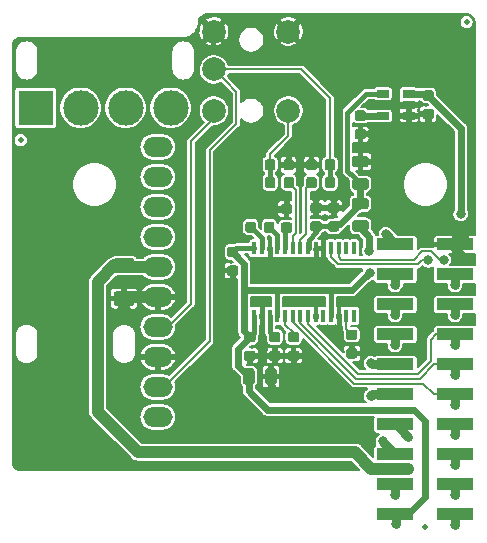
<source format=gbl>
G04 #@! TF.GenerationSoftware,KiCad,Pcbnew,5.1.0*
G04 #@! TF.CreationDate,2019-04-16T15:55:50+02:00*
G04 #@! TF.ProjectId,KXKM_audio_board_for_ESP32,4b584b4d-5f61-4756-9469-6f5f626f6172,1.0*
G04 #@! TF.SameCoordinates,PX82a7440PY6f94740*
G04 #@! TF.FileFunction,Copper,L2,Bot*
G04 #@! TF.FilePolarity,Positive*
%FSLAX46Y46*%
G04 Gerber Fmt 4.6, Leading zero omitted, Abs format (unit mm)*
G04 Created by KiCad (PCBNEW 5.1.0) date 2019-04-16 15:55:50*
%MOMM*%
%LPD*%
G04 APERTURE LIST*
%ADD10O,2.500000X1.700000*%
%ADD11C,0.100000*%
%ADD12C,0.875000*%
%ADD13C,2.999740*%
%ADD14R,2.999740X2.999740*%
%ADD15C,0.500000*%
%ADD16C,0.975000*%
%ADD17R,1.060000X0.650000*%
%ADD18C,2.000000*%
%ADD19R,3.150000X1.000000*%
%ADD20C,1.250000*%
%ADD21R,0.400000X1.100000*%
%ADD22C,0.800000*%
%ADD23C,0.600000*%
%ADD24C,0.800000*%
%ADD25C,0.400000*%
%ADD26C,0.200000*%
%ADD27C,1.000000*%
G04 APERTURE END LIST*
D10*
X12600000Y32930000D03*
X12600000Y30390000D03*
X12600000Y27850000D03*
X12600000Y25310000D03*
X12600000Y22770000D03*
X12600000Y20230000D03*
X12600000Y17690000D03*
X12600000Y15150000D03*
X12600000Y12610000D03*
X12600000Y10070000D03*
D11*
G36*
X22277691Y26623947D02*
G01*
X22298926Y26620797D01*
X22319750Y26615581D01*
X22339962Y26608349D01*
X22359368Y26599170D01*
X22377781Y26588134D01*
X22395024Y26575346D01*
X22410930Y26560930D01*
X22425346Y26545024D01*
X22438134Y26527781D01*
X22449170Y26509368D01*
X22458349Y26489962D01*
X22465581Y26469750D01*
X22470797Y26448926D01*
X22473947Y26427691D01*
X22475000Y26406250D01*
X22475000Y25893750D01*
X22473947Y25872309D01*
X22470797Y25851074D01*
X22465581Y25830250D01*
X22458349Y25810038D01*
X22449170Y25790632D01*
X22438134Y25772219D01*
X22425346Y25754976D01*
X22410930Y25739070D01*
X22395024Y25724654D01*
X22377781Y25711866D01*
X22359368Y25700830D01*
X22339962Y25691651D01*
X22319750Y25684419D01*
X22298926Y25679203D01*
X22277691Y25676053D01*
X22256250Y25675000D01*
X21818750Y25675000D01*
X21797309Y25676053D01*
X21776074Y25679203D01*
X21755250Y25684419D01*
X21735038Y25691651D01*
X21715632Y25700830D01*
X21697219Y25711866D01*
X21679976Y25724654D01*
X21664070Y25739070D01*
X21649654Y25754976D01*
X21636866Y25772219D01*
X21625830Y25790632D01*
X21616651Y25810038D01*
X21609419Y25830250D01*
X21604203Y25851074D01*
X21601053Y25872309D01*
X21600000Y25893750D01*
X21600000Y26406250D01*
X21601053Y26427691D01*
X21604203Y26448926D01*
X21609419Y26469750D01*
X21616651Y26489962D01*
X21625830Y26509368D01*
X21636866Y26527781D01*
X21649654Y26545024D01*
X21664070Y26560930D01*
X21679976Y26575346D01*
X21697219Y26588134D01*
X21715632Y26599170D01*
X21735038Y26608349D01*
X21755250Y26615581D01*
X21776074Y26620797D01*
X21797309Y26623947D01*
X21818750Y26625000D01*
X22256250Y26625000D01*
X22277691Y26623947D01*
X22277691Y26623947D01*
G37*
D12*
X22037500Y26150000D03*
D11*
G36*
X20702691Y26623947D02*
G01*
X20723926Y26620797D01*
X20744750Y26615581D01*
X20764962Y26608349D01*
X20784368Y26599170D01*
X20802781Y26588134D01*
X20820024Y26575346D01*
X20835930Y26560930D01*
X20850346Y26545024D01*
X20863134Y26527781D01*
X20874170Y26509368D01*
X20883349Y26489962D01*
X20890581Y26469750D01*
X20895797Y26448926D01*
X20898947Y26427691D01*
X20900000Y26406250D01*
X20900000Y25893750D01*
X20898947Y25872309D01*
X20895797Y25851074D01*
X20890581Y25830250D01*
X20883349Y25810038D01*
X20874170Y25790632D01*
X20863134Y25772219D01*
X20850346Y25754976D01*
X20835930Y25739070D01*
X20820024Y25724654D01*
X20802781Y25711866D01*
X20784368Y25700830D01*
X20764962Y25691651D01*
X20744750Y25684419D01*
X20723926Y25679203D01*
X20702691Y25676053D01*
X20681250Y25675000D01*
X20243750Y25675000D01*
X20222309Y25676053D01*
X20201074Y25679203D01*
X20180250Y25684419D01*
X20160038Y25691651D01*
X20140632Y25700830D01*
X20122219Y25711866D01*
X20104976Y25724654D01*
X20089070Y25739070D01*
X20074654Y25754976D01*
X20061866Y25772219D01*
X20050830Y25790632D01*
X20041651Y25810038D01*
X20034419Y25830250D01*
X20029203Y25851074D01*
X20026053Y25872309D01*
X20025000Y25893750D01*
X20025000Y26406250D01*
X20026053Y26427691D01*
X20029203Y26448926D01*
X20034419Y26469750D01*
X20041651Y26489962D01*
X20050830Y26509368D01*
X20061866Y26527781D01*
X20074654Y26545024D01*
X20089070Y26560930D01*
X20104976Y26575346D01*
X20122219Y26588134D01*
X20140632Y26599170D01*
X20160038Y26608349D01*
X20180250Y26615581D01*
X20201074Y26620797D01*
X20222309Y26623947D01*
X20243750Y26625000D01*
X20681250Y26625000D01*
X20702691Y26623947D01*
X20702691Y26623947D01*
G37*
D12*
X20462500Y26150000D03*
D13*
X13680000Y36250000D03*
X9870000Y36250000D03*
X6060000Y36250000D03*
D14*
X2250000Y36250000D03*
D15*
X1000000Y33500000D03*
X35250000Y750000D03*
X38750000Y43500000D03*
D11*
G36*
X30230142Y26748826D02*
G01*
X30253803Y26745316D01*
X30277007Y26739504D01*
X30299529Y26731446D01*
X30321153Y26721218D01*
X30341670Y26708921D01*
X30360883Y26694671D01*
X30378607Y26678607D01*
X30394671Y26660883D01*
X30408921Y26641670D01*
X30421218Y26621153D01*
X30431446Y26599529D01*
X30439504Y26577007D01*
X30445316Y26553803D01*
X30448826Y26530142D01*
X30450000Y26506250D01*
X30450000Y26018750D01*
X30448826Y25994858D01*
X30445316Y25971197D01*
X30439504Y25947993D01*
X30431446Y25925471D01*
X30421218Y25903847D01*
X30408921Y25883330D01*
X30394671Y25864117D01*
X30378607Y25846393D01*
X30360883Y25830329D01*
X30341670Y25816079D01*
X30321153Y25803782D01*
X30299529Y25793554D01*
X30277007Y25785496D01*
X30253803Y25779684D01*
X30230142Y25776174D01*
X30206250Y25775000D01*
X29293750Y25775000D01*
X29269858Y25776174D01*
X29246197Y25779684D01*
X29222993Y25785496D01*
X29200471Y25793554D01*
X29178847Y25803782D01*
X29158330Y25816079D01*
X29139117Y25830329D01*
X29121393Y25846393D01*
X29105329Y25864117D01*
X29091079Y25883330D01*
X29078782Y25903847D01*
X29068554Y25925471D01*
X29060496Y25947993D01*
X29054684Y25971197D01*
X29051174Y25994858D01*
X29050000Y26018750D01*
X29050000Y26506250D01*
X29051174Y26530142D01*
X29054684Y26553803D01*
X29060496Y26577007D01*
X29068554Y26599529D01*
X29078782Y26621153D01*
X29091079Y26641670D01*
X29105329Y26660883D01*
X29121393Y26678607D01*
X29139117Y26694671D01*
X29158330Y26708921D01*
X29178847Y26721218D01*
X29200471Y26731446D01*
X29222993Y26739504D01*
X29246197Y26745316D01*
X29269858Y26748826D01*
X29293750Y26750000D01*
X30206250Y26750000D01*
X30230142Y26748826D01*
X30230142Y26748826D01*
G37*
D16*
X29750000Y26262500D03*
D11*
G36*
X30230142Y28623826D02*
G01*
X30253803Y28620316D01*
X30277007Y28614504D01*
X30299529Y28606446D01*
X30321153Y28596218D01*
X30341670Y28583921D01*
X30360883Y28569671D01*
X30378607Y28553607D01*
X30394671Y28535883D01*
X30408921Y28516670D01*
X30421218Y28496153D01*
X30431446Y28474529D01*
X30439504Y28452007D01*
X30445316Y28428803D01*
X30448826Y28405142D01*
X30450000Y28381250D01*
X30450000Y27893750D01*
X30448826Y27869858D01*
X30445316Y27846197D01*
X30439504Y27822993D01*
X30431446Y27800471D01*
X30421218Y27778847D01*
X30408921Y27758330D01*
X30394671Y27739117D01*
X30378607Y27721393D01*
X30360883Y27705329D01*
X30341670Y27691079D01*
X30321153Y27678782D01*
X30299529Y27668554D01*
X30277007Y27660496D01*
X30253803Y27654684D01*
X30230142Y27651174D01*
X30206250Y27650000D01*
X29293750Y27650000D01*
X29269858Y27651174D01*
X29246197Y27654684D01*
X29222993Y27660496D01*
X29200471Y27668554D01*
X29178847Y27678782D01*
X29158330Y27691079D01*
X29139117Y27705329D01*
X29121393Y27721393D01*
X29105329Y27739117D01*
X29091079Y27758330D01*
X29078782Y27778847D01*
X29068554Y27800471D01*
X29060496Y27822993D01*
X29054684Y27846197D01*
X29051174Y27869858D01*
X29050000Y27893750D01*
X29050000Y28381250D01*
X29051174Y28405142D01*
X29054684Y28428803D01*
X29060496Y28452007D01*
X29068554Y28474529D01*
X29078782Y28496153D01*
X29091079Y28516670D01*
X29105329Y28535883D01*
X29121393Y28553607D01*
X29139117Y28569671D01*
X29158330Y28583921D01*
X29178847Y28596218D01*
X29200471Y28606446D01*
X29222993Y28614504D01*
X29246197Y28620316D01*
X29269858Y28623826D01*
X29293750Y28625000D01*
X30206250Y28625000D01*
X30230142Y28623826D01*
X30230142Y28623826D01*
G37*
D16*
X29750000Y28137500D03*
D17*
X31650000Y37450000D03*
X31650000Y35550000D03*
X33850000Y35550000D03*
X33850000Y36500000D03*
X33850000Y37450000D03*
D11*
G36*
X24377691Y15698947D02*
G01*
X24398926Y15695797D01*
X24419750Y15690581D01*
X24439962Y15683349D01*
X24459368Y15674170D01*
X24477781Y15663134D01*
X24495024Y15650346D01*
X24510930Y15635930D01*
X24525346Y15620024D01*
X24538134Y15602781D01*
X24549170Y15584368D01*
X24558349Y15564962D01*
X24565581Y15544750D01*
X24570797Y15523926D01*
X24573947Y15502691D01*
X24575000Y15481250D01*
X24575000Y15043750D01*
X24573947Y15022309D01*
X24570797Y15001074D01*
X24565581Y14980250D01*
X24558349Y14960038D01*
X24549170Y14940632D01*
X24538134Y14922219D01*
X24525346Y14904976D01*
X24510930Y14889070D01*
X24495024Y14874654D01*
X24477781Y14861866D01*
X24459368Y14850830D01*
X24439962Y14841651D01*
X24419750Y14834419D01*
X24398926Y14829203D01*
X24377691Y14826053D01*
X24356250Y14825000D01*
X23843750Y14825000D01*
X23822309Y14826053D01*
X23801074Y14829203D01*
X23780250Y14834419D01*
X23760038Y14841651D01*
X23740632Y14850830D01*
X23722219Y14861866D01*
X23704976Y14874654D01*
X23689070Y14889070D01*
X23674654Y14904976D01*
X23661866Y14922219D01*
X23650830Y14940632D01*
X23641651Y14960038D01*
X23634419Y14980250D01*
X23629203Y15001074D01*
X23626053Y15022309D01*
X23625000Y15043750D01*
X23625000Y15481250D01*
X23626053Y15502691D01*
X23629203Y15523926D01*
X23634419Y15544750D01*
X23641651Y15564962D01*
X23650830Y15584368D01*
X23661866Y15602781D01*
X23674654Y15620024D01*
X23689070Y15635930D01*
X23704976Y15650346D01*
X23722219Y15663134D01*
X23740632Y15674170D01*
X23760038Y15683349D01*
X23780250Y15690581D01*
X23801074Y15695797D01*
X23822309Y15698947D01*
X23843750Y15700000D01*
X24356250Y15700000D01*
X24377691Y15698947D01*
X24377691Y15698947D01*
G37*
D12*
X24100000Y15262500D03*
D11*
G36*
X24377691Y17273947D02*
G01*
X24398926Y17270797D01*
X24419750Y17265581D01*
X24439962Y17258349D01*
X24459368Y17249170D01*
X24477781Y17238134D01*
X24495024Y17225346D01*
X24510930Y17210930D01*
X24525346Y17195024D01*
X24538134Y17177781D01*
X24549170Y17159368D01*
X24558349Y17139962D01*
X24565581Y17119750D01*
X24570797Y17098926D01*
X24573947Y17077691D01*
X24575000Y17056250D01*
X24575000Y16618750D01*
X24573947Y16597309D01*
X24570797Y16576074D01*
X24565581Y16555250D01*
X24558349Y16535038D01*
X24549170Y16515632D01*
X24538134Y16497219D01*
X24525346Y16479976D01*
X24510930Y16464070D01*
X24495024Y16449654D01*
X24477781Y16436866D01*
X24459368Y16425830D01*
X24439962Y16416651D01*
X24419750Y16409419D01*
X24398926Y16404203D01*
X24377691Y16401053D01*
X24356250Y16400000D01*
X23843750Y16400000D01*
X23822309Y16401053D01*
X23801074Y16404203D01*
X23780250Y16409419D01*
X23760038Y16416651D01*
X23740632Y16425830D01*
X23722219Y16436866D01*
X23704976Y16449654D01*
X23689070Y16464070D01*
X23674654Y16479976D01*
X23661866Y16497219D01*
X23650830Y16515632D01*
X23641651Y16535038D01*
X23634419Y16555250D01*
X23629203Y16576074D01*
X23626053Y16597309D01*
X23625000Y16618750D01*
X23625000Y17056250D01*
X23626053Y17077691D01*
X23629203Y17098926D01*
X23634419Y17119750D01*
X23641651Y17139962D01*
X23650830Y17159368D01*
X23661866Y17177781D01*
X23674654Y17195024D01*
X23689070Y17210930D01*
X23704976Y17225346D01*
X23722219Y17238134D01*
X23740632Y17249170D01*
X23760038Y17258349D01*
X23780250Y17265581D01*
X23801074Y17270797D01*
X23822309Y17273947D01*
X23843750Y17275000D01*
X24356250Y17275000D01*
X24377691Y17273947D01*
X24377691Y17273947D01*
G37*
D12*
X24100000Y16837500D03*
D18*
X23650000Y36000000D03*
X17350000Y36000000D03*
X17350000Y39500000D03*
X23650000Y42700000D03*
X17350000Y42700000D03*
D19*
X37775000Y24680000D03*
X32725000Y24680000D03*
X37775000Y22140000D03*
X32725000Y22140000D03*
X37775000Y19600000D03*
X32725000Y19600000D03*
X37775000Y17060000D03*
X32725000Y17060000D03*
X37775000Y14520000D03*
X32725000Y14520000D03*
X37775000Y11980000D03*
X32725000Y11980000D03*
X37775000Y9440000D03*
X32725000Y9440000D03*
X37775000Y6900000D03*
X32725000Y6900000D03*
X37775000Y4360000D03*
X32725000Y4360000D03*
X37775000Y1820000D03*
X32725000Y1820000D03*
D11*
G36*
X23927691Y31893947D02*
G01*
X23948926Y31890797D01*
X23969750Y31885581D01*
X23989962Y31878349D01*
X24009368Y31869170D01*
X24027781Y31858134D01*
X24045024Y31845346D01*
X24060930Y31830930D01*
X24075346Y31815024D01*
X24088134Y31797781D01*
X24099170Y31779368D01*
X24108349Y31759962D01*
X24115581Y31739750D01*
X24120797Y31718926D01*
X24123947Y31697691D01*
X24125000Y31676250D01*
X24125000Y31163750D01*
X24123947Y31142309D01*
X24120797Y31121074D01*
X24115581Y31100250D01*
X24108349Y31080038D01*
X24099170Y31060632D01*
X24088134Y31042219D01*
X24075346Y31024976D01*
X24060930Y31009070D01*
X24045024Y30994654D01*
X24027781Y30981866D01*
X24009368Y30970830D01*
X23989962Y30961651D01*
X23969750Y30954419D01*
X23948926Y30949203D01*
X23927691Y30946053D01*
X23906250Y30945000D01*
X23468750Y30945000D01*
X23447309Y30946053D01*
X23426074Y30949203D01*
X23405250Y30954419D01*
X23385038Y30961651D01*
X23365632Y30970830D01*
X23347219Y30981866D01*
X23329976Y30994654D01*
X23314070Y31009070D01*
X23299654Y31024976D01*
X23286866Y31042219D01*
X23275830Y31060632D01*
X23266651Y31080038D01*
X23259419Y31100250D01*
X23254203Y31121074D01*
X23251053Y31142309D01*
X23250000Y31163750D01*
X23250000Y31676250D01*
X23251053Y31697691D01*
X23254203Y31718926D01*
X23259419Y31739750D01*
X23266651Y31759962D01*
X23275830Y31779368D01*
X23286866Y31797781D01*
X23299654Y31815024D01*
X23314070Y31830930D01*
X23329976Y31845346D01*
X23347219Y31858134D01*
X23365632Y31869170D01*
X23385038Y31878349D01*
X23405250Y31885581D01*
X23426074Y31890797D01*
X23447309Y31893947D01*
X23468750Y31895000D01*
X23906250Y31895000D01*
X23927691Y31893947D01*
X23927691Y31893947D01*
G37*
D12*
X23687500Y31420000D03*
D11*
G36*
X22352691Y31893947D02*
G01*
X22373926Y31890797D01*
X22394750Y31885581D01*
X22414962Y31878349D01*
X22434368Y31869170D01*
X22452781Y31858134D01*
X22470024Y31845346D01*
X22485930Y31830930D01*
X22500346Y31815024D01*
X22513134Y31797781D01*
X22524170Y31779368D01*
X22533349Y31759962D01*
X22540581Y31739750D01*
X22545797Y31718926D01*
X22548947Y31697691D01*
X22550000Y31676250D01*
X22550000Y31163750D01*
X22548947Y31142309D01*
X22545797Y31121074D01*
X22540581Y31100250D01*
X22533349Y31080038D01*
X22524170Y31060632D01*
X22513134Y31042219D01*
X22500346Y31024976D01*
X22485930Y31009070D01*
X22470024Y30994654D01*
X22452781Y30981866D01*
X22434368Y30970830D01*
X22414962Y30961651D01*
X22394750Y30954419D01*
X22373926Y30949203D01*
X22352691Y30946053D01*
X22331250Y30945000D01*
X21893750Y30945000D01*
X21872309Y30946053D01*
X21851074Y30949203D01*
X21830250Y30954419D01*
X21810038Y30961651D01*
X21790632Y30970830D01*
X21772219Y30981866D01*
X21754976Y30994654D01*
X21739070Y31009070D01*
X21724654Y31024976D01*
X21711866Y31042219D01*
X21700830Y31060632D01*
X21691651Y31080038D01*
X21684419Y31100250D01*
X21679203Y31121074D01*
X21676053Y31142309D01*
X21675000Y31163750D01*
X21675000Y31676250D01*
X21676053Y31697691D01*
X21679203Y31718926D01*
X21684419Y31739750D01*
X21691651Y31759962D01*
X21700830Y31779368D01*
X21711866Y31797781D01*
X21724654Y31815024D01*
X21739070Y31830930D01*
X21754976Y31845346D01*
X21772219Y31858134D01*
X21790632Y31869170D01*
X21810038Y31878349D01*
X21830250Y31885581D01*
X21851074Y31890797D01*
X21872309Y31893947D01*
X21893750Y31895000D01*
X22331250Y31895000D01*
X22352691Y31893947D01*
X22352691Y31893947D01*
G37*
D12*
X22112500Y31420000D03*
D11*
G36*
X20677691Y15698947D02*
G01*
X20698926Y15695797D01*
X20719750Y15690581D01*
X20739962Y15683349D01*
X20759368Y15674170D01*
X20777781Y15663134D01*
X20795024Y15650346D01*
X20810930Y15635930D01*
X20825346Y15620024D01*
X20838134Y15602781D01*
X20849170Y15584368D01*
X20858349Y15564962D01*
X20865581Y15544750D01*
X20870797Y15523926D01*
X20873947Y15502691D01*
X20875000Y15481250D01*
X20875000Y15043750D01*
X20873947Y15022309D01*
X20870797Y15001074D01*
X20865581Y14980250D01*
X20858349Y14960038D01*
X20849170Y14940632D01*
X20838134Y14922219D01*
X20825346Y14904976D01*
X20810930Y14889070D01*
X20795024Y14874654D01*
X20777781Y14861866D01*
X20759368Y14850830D01*
X20739962Y14841651D01*
X20719750Y14834419D01*
X20698926Y14829203D01*
X20677691Y14826053D01*
X20656250Y14825000D01*
X20143750Y14825000D01*
X20122309Y14826053D01*
X20101074Y14829203D01*
X20080250Y14834419D01*
X20060038Y14841651D01*
X20040632Y14850830D01*
X20022219Y14861866D01*
X20004976Y14874654D01*
X19989070Y14889070D01*
X19974654Y14904976D01*
X19961866Y14922219D01*
X19950830Y14940632D01*
X19941651Y14960038D01*
X19934419Y14980250D01*
X19929203Y15001074D01*
X19926053Y15022309D01*
X19925000Y15043750D01*
X19925000Y15481250D01*
X19926053Y15502691D01*
X19929203Y15523926D01*
X19934419Y15544750D01*
X19941651Y15564962D01*
X19950830Y15584368D01*
X19961866Y15602781D01*
X19974654Y15620024D01*
X19989070Y15635930D01*
X20004976Y15650346D01*
X20022219Y15663134D01*
X20040632Y15674170D01*
X20060038Y15683349D01*
X20080250Y15690581D01*
X20101074Y15695797D01*
X20122309Y15698947D01*
X20143750Y15700000D01*
X20656250Y15700000D01*
X20677691Y15698947D01*
X20677691Y15698947D01*
G37*
D12*
X20400000Y15262500D03*
D11*
G36*
X20677691Y17273947D02*
G01*
X20698926Y17270797D01*
X20719750Y17265581D01*
X20739962Y17258349D01*
X20759368Y17249170D01*
X20777781Y17238134D01*
X20795024Y17225346D01*
X20810930Y17210930D01*
X20825346Y17195024D01*
X20838134Y17177781D01*
X20849170Y17159368D01*
X20858349Y17139962D01*
X20865581Y17119750D01*
X20870797Y17098926D01*
X20873947Y17077691D01*
X20875000Y17056250D01*
X20875000Y16618750D01*
X20873947Y16597309D01*
X20870797Y16576074D01*
X20865581Y16555250D01*
X20858349Y16535038D01*
X20849170Y16515632D01*
X20838134Y16497219D01*
X20825346Y16479976D01*
X20810930Y16464070D01*
X20795024Y16449654D01*
X20777781Y16436866D01*
X20759368Y16425830D01*
X20739962Y16416651D01*
X20719750Y16409419D01*
X20698926Y16404203D01*
X20677691Y16401053D01*
X20656250Y16400000D01*
X20143750Y16400000D01*
X20122309Y16401053D01*
X20101074Y16404203D01*
X20080250Y16409419D01*
X20060038Y16416651D01*
X20040632Y16425830D01*
X20022219Y16436866D01*
X20004976Y16449654D01*
X19989070Y16464070D01*
X19974654Y16479976D01*
X19961866Y16497219D01*
X19950830Y16515632D01*
X19941651Y16535038D01*
X19934419Y16555250D01*
X19929203Y16576074D01*
X19926053Y16597309D01*
X19925000Y16618750D01*
X19925000Y17056250D01*
X19926053Y17077691D01*
X19929203Y17098926D01*
X19934419Y17119750D01*
X19941651Y17139962D01*
X19950830Y17159368D01*
X19961866Y17177781D01*
X19974654Y17195024D01*
X19989070Y17210930D01*
X20004976Y17225346D01*
X20022219Y17238134D01*
X20040632Y17249170D01*
X20060038Y17258349D01*
X20080250Y17265581D01*
X20101074Y17270797D01*
X20122309Y17273947D01*
X20143750Y17275000D01*
X20656250Y17275000D01*
X20677691Y17273947D01*
X20677691Y17273947D01*
G37*
D12*
X20400000Y16837500D03*
D11*
G36*
X22455142Y14198826D02*
G01*
X22478803Y14195316D01*
X22502007Y14189504D01*
X22524529Y14181446D01*
X22546153Y14171218D01*
X22566670Y14158921D01*
X22585883Y14144671D01*
X22603607Y14128607D01*
X22619671Y14110883D01*
X22633921Y14091670D01*
X22646218Y14071153D01*
X22656446Y14049529D01*
X22664504Y14027007D01*
X22670316Y14003803D01*
X22673826Y13980142D01*
X22675000Y13956250D01*
X22675000Y13043750D01*
X22673826Y13019858D01*
X22670316Y12996197D01*
X22664504Y12972993D01*
X22656446Y12950471D01*
X22646218Y12928847D01*
X22633921Y12908330D01*
X22619671Y12889117D01*
X22603607Y12871393D01*
X22585883Y12855329D01*
X22566670Y12841079D01*
X22546153Y12828782D01*
X22524529Y12818554D01*
X22502007Y12810496D01*
X22478803Y12804684D01*
X22455142Y12801174D01*
X22431250Y12800000D01*
X21943750Y12800000D01*
X21919858Y12801174D01*
X21896197Y12804684D01*
X21872993Y12810496D01*
X21850471Y12818554D01*
X21828847Y12828782D01*
X21808330Y12841079D01*
X21789117Y12855329D01*
X21771393Y12871393D01*
X21755329Y12889117D01*
X21741079Y12908330D01*
X21728782Y12928847D01*
X21718554Y12950471D01*
X21710496Y12972993D01*
X21704684Y12996197D01*
X21701174Y13019858D01*
X21700000Y13043750D01*
X21700000Y13956250D01*
X21701174Y13980142D01*
X21704684Y14003803D01*
X21710496Y14027007D01*
X21718554Y14049529D01*
X21728782Y14071153D01*
X21741079Y14091670D01*
X21755329Y14110883D01*
X21771393Y14128607D01*
X21789117Y14144671D01*
X21808330Y14158921D01*
X21828847Y14171218D01*
X21850471Y14181446D01*
X21872993Y14189504D01*
X21896197Y14195316D01*
X21919858Y14198826D01*
X21943750Y14200000D01*
X22431250Y14200000D01*
X22455142Y14198826D01*
X22455142Y14198826D01*
G37*
D16*
X22187500Y13500000D03*
D11*
G36*
X20580142Y14198826D02*
G01*
X20603803Y14195316D01*
X20627007Y14189504D01*
X20649529Y14181446D01*
X20671153Y14171218D01*
X20691670Y14158921D01*
X20710883Y14144671D01*
X20728607Y14128607D01*
X20744671Y14110883D01*
X20758921Y14091670D01*
X20771218Y14071153D01*
X20781446Y14049529D01*
X20789504Y14027007D01*
X20795316Y14003803D01*
X20798826Y13980142D01*
X20800000Y13956250D01*
X20800000Y13043750D01*
X20798826Y13019858D01*
X20795316Y12996197D01*
X20789504Y12972993D01*
X20781446Y12950471D01*
X20771218Y12928847D01*
X20758921Y12908330D01*
X20744671Y12889117D01*
X20728607Y12871393D01*
X20710883Y12855329D01*
X20691670Y12841079D01*
X20671153Y12828782D01*
X20649529Y12818554D01*
X20627007Y12810496D01*
X20603803Y12804684D01*
X20580142Y12801174D01*
X20556250Y12800000D01*
X20068750Y12800000D01*
X20044858Y12801174D01*
X20021197Y12804684D01*
X19997993Y12810496D01*
X19975471Y12818554D01*
X19953847Y12828782D01*
X19933330Y12841079D01*
X19914117Y12855329D01*
X19896393Y12871393D01*
X19880329Y12889117D01*
X19866079Y12908330D01*
X19853782Y12928847D01*
X19843554Y12950471D01*
X19835496Y12972993D01*
X19829684Y12996197D01*
X19826174Y13019858D01*
X19825000Y13043750D01*
X19825000Y13956250D01*
X19826174Y13980142D01*
X19829684Y14003803D01*
X19835496Y14027007D01*
X19843554Y14049529D01*
X19853782Y14071153D01*
X19866079Y14091670D01*
X19880329Y14110883D01*
X19896393Y14128607D01*
X19914117Y14144671D01*
X19933330Y14158921D01*
X19953847Y14171218D01*
X19975471Y14181446D01*
X19997993Y14189504D01*
X20021197Y14195316D01*
X20044858Y14198826D01*
X20068750Y14200000D01*
X20556250Y14200000D01*
X20580142Y14198826D01*
X20580142Y14198826D01*
G37*
D16*
X20312500Y13500000D03*
D11*
G36*
X10399504Y23523796D02*
G01*
X10423773Y23520196D01*
X10447571Y23514235D01*
X10470671Y23505970D01*
X10492849Y23495480D01*
X10513893Y23482867D01*
X10533598Y23468253D01*
X10551777Y23451777D01*
X10568253Y23433598D01*
X10582867Y23413893D01*
X10595480Y23392849D01*
X10605970Y23370671D01*
X10614235Y23347571D01*
X10620196Y23323773D01*
X10623796Y23299504D01*
X10625000Y23275000D01*
X10625000Y22525000D01*
X10623796Y22500496D01*
X10620196Y22476227D01*
X10614235Y22452429D01*
X10605970Y22429329D01*
X10595480Y22407151D01*
X10582867Y22386107D01*
X10568253Y22366402D01*
X10551777Y22348223D01*
X10533598Y22331747D01*
X10513893Y22317133D01*
X10492849Y22304520D01*
X10470671Y22294030D01*
X10447571Y22285765D01*
X10423773Y22279804D01*
X10399504Y22276204D01*
X10375000Y22275000D01*
X9125000Y22275000D01*
X9100496Y22276204D01*
X9076227Y22279804D01*
X9052429Y22285765D01*
X9029329Y22294030D01*
X9007151Y22304520D01*
X8986107Y22317133D01*
X8966402Y22331747D01*
X8948223Y22348223D01*
X8931747Y22366402D01*
X8917133Y22386107D01*
X8904520Y22407151D01*
X8894030Y22429329D01*
X8885765Y22452429D01*
X8879804Y22476227D01*
X8876204Y22500496D01*
X8875000Y22525000D01*
X8875000Y23275000D01*
X8876204Y23299504D01*
X8879804Y23323773D01*
X8885765Y23347571D01*
X8894030Y23370671D01*
X8904520Y23392849D01*
X8917133Y23413893D01*
X8931747Y23433598D01*
X8948223Y23451777D01*
X8966402Y23468253D01*
X8986107Y23482867D01*
X9007151Y23495480D01*
X9029329Y23505970D01*
X9052429Y23514235D01*
X9076227Y23520196D01*
X9100496Y23523796D01*
X9125000Y23525000D01*
X10375000Y23525000D01*
X10399504Y23523796D01*
X10399504Y23523796D01*
G37*
D20*
X9750000Y22900000D03*
D11*
G36*
X10399504Y20723796D02*
G01*
X10423773Y20720196D01*
X10447571Y20714235D01*
X10470671Y20705970D01*
X10492849Y20695480D01*
X10513893Y20682867D01*
X10533598Y20668253D01*
X10551777Y20651777D01*
X10568253Y20633598D01*
X10582867Y20613893D01*
X10595480Y20592849D01*
X10605970Y20570671D01*
X10614235Y20547571D01*
X10620196Y20523773D01*
X10623796Y20499504D01*
X10625000Y20475000D01*
X10625000Y19725000D01*
X10623796Y19700496D01*
X10620196Y19676227D01*
X10614235Y19652429D01*
X10605970Y19629329D01*
X10595480Y19607151D01*
X10582867Y19586107D01*
X10568253Y19566402D01*
X10551777Y19548223D01*
X10533598Y19531747D01*
X10513893Y19517133D01*
X10492849Y19504520D01*
X10470671Y19494030D01*
X10447571Y19485765D01*
X10423773Y19479804D01*
X10399504Y19476204D01*
X10375000Y19475000D01*
X9125000Y19475000D01*
X9100496Y19476204D01*
X9076227Y19479804D01*
X9052429Y19485765D01*
X9029329Y19494030D01*
X9007151Y19504520D01*
X8986107Y19517133D01*
X8966402Y19531747D01*
X8948223Y19548223D01*
X8931747Y19566402D01*
X8917133Y19586107D01*
X8904520Y19607151D01*
X8894030Y19629329D01*
X8885765Y19652429D01*
X8879804Y19676227D01*
X8876204Y19700496D01*
X8875000Y19725000D01*
X8875000Y20475000D01*
X8876204Y20499504D01*
X8879804Y20523773D01*
X8885765Y20547571D01*
X8894030Y20570671D01*
X8904520Y20592849D01*
X8917133Y20613893D01*
X8931747Y20633598D01*
X8948223Y20651777D01*
X8966402Y20668253D01*
X8986107Y20682867D01*
X9007151Y20695480D01*
X9029329Y20705970D01*
X9052429Y20714235D01*
X9076227Y20720196D01*
X9100496Y20723796D01*
X9125000Y20725000D01*
X10375000Y20725000D01*
X10399504Y20723796D01*
X10399504Y20723796D01*
G37*
D20*
X9750000Y20100000D03*
D11*
G36*
X29302691Y15898947D02*
G01*
X29323926Y15895797D01*
X29344750Y15890581D01*
X29364962Y15883349D01*
X29384368Y15874170D01*
X29402781Y15863134D01*
X29420024Y15850346D01*
X29435930Y15835930D01*
X29450346Y15820024D01*
X29463134Y15802781D01*
X29474170Y15784368D01*
X29483349Y15764962D01*
X29490581Y15744750D01*
X29495797Y15723926D01*
X29498947Y15702691D01*
X29500000Y15681250D01*
X29500000Y15243750D01*
X29498947Y15222309D01*
X29495797Y15201074D01*
X29490581Y15180250D01*
X29483349Y15160038D01*
X29474170Y15140632D01*
X29463134Y15122219D01*
X29450346Y15104976D01*
X29435930Y15089070D01*
X29420024Y15074654D01*
X29402781Y15061866D01*
X29384368Y15050830D01*
X29364962Y15041651D01*
X29344750Y15034419D01*
X29323926Y15029203D01*
X29302691Y15026053D01*
X29281250Y15025000D01*
X28768750Y15025000D01*
X28747309Y15026053D01*
X28726074Y15029203D01*
X28705250Y15034419D01*
X28685038Y15041651D01*
X28665632Y15050830D01*
X28647219Y15061866D01*
X28629976Y15074654D01*
X28614070Y15089070D01*
X28599654Y15104976D01*
X28586866Y15122219D01*
X28575830Y15140632D01*
X28566651Y15160038D01*
X28559419Y15180250D01*
X28554203Y15201074D01*
X28551053Y15222309D01*
X28550000Y15243750D01*
X28550000Y15681250D01*
X28551053Y15702691D01*
X28554203Y15723926D01*
X28559419Y15744750D01*
X28566651Y15764962D01*
X28575830Y15784368D01*
X28586866Y15802781D01*
X28599654Y15820024D01*
X28614070Y15835930D01*
X28629976Y15850346D01*
X28647219Y15863134D01*
X28665632Y15874170D01*
X28685038Y15883349D01*
X28705250Y15890581D01*
X28726074Y15895797D01*
X28747309Y15898947D01*
X28768750Y15900000D01*
X29281250Y15900000D01*
X29302691Y15898947D01*
X29302691Y15898947D01*
G37*
D12*
X29025000Y15462500D03*
D11*
G36*
X29302691Y17473947D02*
G01*
X29323926Y17470797D01*
X29344750Y17465581D01*
X29364962Y17458349D01*
X29384368Y17449170D01*
X29402781Y17438134D01*
X29420024Y17425346D01*
X29435930Y17410930D01*
X29450346Y17395024D01*
X29463134Y17377781D01*
X29474170Y17359368D01*
X29483349Y17339962D01*
X29490581Y17319750D01*
X29495797Y17298926D01*
X29498947Y17277691D01*
X29500000Y17256250D01*
X29500000Y16818750D01*
X29498947Y16797309D01*
X29495797Y16776074D01*
X29490581Y16755250D01*
X29483349Y16735038D01*
X29474170Y16715632D01*
X29463134Y16697219D01*
X29450346Y16679976D01*
X29435930Y16664070D01*
X29420024Y16649654D01*
X29402781Y16636866D01*
X29384368Y16625830D01*
X29364962Y16616651D01*
X29344750Y16609419D01*
X29323926Y16604203D01*
X29302691Y16601053D01*
X29281250Y16600000D01*
X28768750Y16600000D01*
X28747309Y16601053D01*
X28726074Y16604203D01*
X28705250Y16609419D01*
X28685038Y16616651D01*
X28665632Y16625830D01*
X28647219Y16636866D01*
X28629976Y16649654D01*
X28614070Y16664070D01*
X28599654Y16679976D01*
X28586866Y16697219D01*
X28575830Y16715632D01*
X28566651Y16735038D01*
X28559419Y16755250D01*
X28554203Y16776074D01*
X28551053Y16797309D01*
X28550000Y16818750D01*
X28550000Y17256250D01*
X28551053Y17277691D01*
X28554203Y17298926D01*
X28559419Y17319750D01*
X28566651Y17339962D01*
X28575830Y17359368D01*
X28586866Y17377781D01*
X28599654Y17395024D01*
X28614070Y17410930D01*
X28629976Y17425346D01*
X28647219Y17438134D01*
X28665632Y17449170D01*
X28685038Y17458349D01*
X28705250Y17465581D01*
X28726074Y17470797D01*
X28747309Y17473947D01*
X28768750Y17475000D01*
X29281250Y17475000D01*
X29302691Y17473947D01*
X29302691Y17473947D01*
G37*
D12*
X29025000Y17037500D03*
D21*
X20775000Y18650000D03*
X21425000Y18650000D03*
X22075000Y18650000D03*
X22725000Y18650000D03*
X23375000Y18650000D03*
X24025000Y18650000D03*
X24675000Y18650000D03*
X25325000Y18650000D03*
X25975000Y18650000D03*
X26625000Y18650000D03*
X27275000Y18650000D03*
X27925000Y18650000D03*
X28575000Y18650000D03*
X29225000Y18650000D03*
X29225000Y24350000D03*
X28575000Y24350000D03*
X27925000Y24350000D03*
X27275000Y24350000D03*
X26625000Y24350000D03*
X25975000Y24350000D03*
X25325000Y24350000D03*
X24675000Y24350000D03*
X24025000Y24350000D03*
X23375000Y24350000D03*
X22725000Y24350000D03*
X22075000Y24350000D03*
X21425000Y24350000D03*
X20775000Y24350000D03*
D11*
G36*
X27427691Y30393947D02*
G01*
X27448926Y30390797D01*
X27469750Y30385581D01*
X27489962Y30378349D01*
X27509368Y30369170D01*
X27527781Y30358134D01*
X27545024Y30345346D01*
X27560930Y30330930D01*
X27575346Y30315024D01*
X27588134Y30297781D01*
X27599170Y30279368D01*
X27608349Y30259962D01*
X27615581Y30239750D01*
X27620797Y30218926D01*
X27623947Y30197691D01*
X27625000Y30176250D01*
X27625000Y29663750D01*
X27623947Y29642309D01*
X27620797Y29621074D01*
X27615581Y29600250D01*
X27608349Y29580038D01*
X27599170Y29560632D01*
X27588134Y29542219D01*
X27575346Y29524976D01*
X27560930Y29509070D01*
X27545024Y29494654D01*
X27527781Y29481866D01*
X27509368Y29470830D01*
X27489962Y29461651D01*
X27469750Y29454419D01*
X27448926Y29449203D01*
X27427691Y29446053D01*
X27406250Y29445000D01*
X26968750Y29445000D01*
X26947309Y29446053D01*
X26926074Y29449203D01*
X26905250Y29454419D01*
X26885038Y29461651D01*
X26865632Y29470830D01*
X26847219Y29481866D01*
X26829976Y29494654D01*
X26814070Y29509070D01*
X26799654Y29524976D01*
X26786866Y29542219D01*
X26775830Y29560632D01*
X26766651Y29580038D01*
X26759419Y29600250D01*
X26754203Y29621074D01*
X26751053Y29642309D01*
X26750000Y29663750D01*
X26750000Y30176250D01*
X26751053Y30197691D01*
X26754203Y30218926D01*
X26759419Y30239750D01*
X26766651Y30259962D01*
X26775830Y30279368D01*
X26786866Y30297781D01*
X26799654Y30315024D01*
X26814070Y30330930D01*
X26829976Y30345346D01*
X26847219Y30358134D01*
X26865632Y30369170D01*
X26885038Y30378349D01*
X26905250Y30385581D01*
X26926074Y30390797D01*
X26947309Y30393947D01*
X26968750Y30395000D01*
X27406250Y30395000D01*
X27427691Y30393947D01*
X27427691Y30393947D01*
G37*
D12*
X27187500Y29920000D03*
D11*
G36*
X25852691Y30393947D02*
G01*
X25873926Y30390797D01*
X25894750Y30385581D01*
X25914962Y30378349D01*
X25934368Y30369170D01*
X25952781Y30358134D01*
X25970024Y30345346D01*
X25985930Y30330930D01*
X26000346Y30315024D01*
X26013134Y30297781D01*
X26024170Y30279368D01*
X26033349Y30259962D01*
X26040581Y30239750D01*
X26045797Y30218926D01*
X26048947Y30197691D01*
X26050000Y30176250D01*
X26050000Y29663750D01*
X26048947Y29642309D01*
X26045797Y29621074D01*
X26040581Y29600250D01*
X26033349Y29580038D01*
X26024170Y29560632D01*
X26013134Y29542219D01*
X26000346Y29524976D01*
X25985930Y29509070D01*
X25970024Y29494654D01*
X25952781Y29481866D01*
X25934368Y29470830D01*
X25914962Y29461651D01*
X25894750Y29454419D01*
X25873926Y29449203D01*
X25852691Y29446053D01*
X25831250Y29445000D01*
X25393750Y29445000D01*
X25372309Y29446053D01*
X25351074Y29449203D01*
X25330250Y29454419D01*
X25310038Y29461651D01*
X25290632Y29470830D01*
X25272219Y29481866D01*
X25254976Y29494654D01*
X25239070Y29509070D01*
X25224654Y29524976D01*
X25211866Y29542219D01*
X25200830Y29560632D01*
X25191651Y29580038D01*
X25184419Y29600250D01*
X25179203Y29621074D01*
X25176053Y29642309D01*
X25175000Y29663750D01*
X25175000Y30176250D01*
X25176053Y30197691D01*
X25179203Y30218926D01*
X25184419Y30239750D01*
X25191651Y30259962D01*
X25200830Y30279368D01*
X25211866Y30297781D01*
X25224654Y30315024D01*
X25239070Y30330930D01*
X25254976Y30345346D01*
X25272219Y30358134D01*
X25290632Y30369170D01*
X25310038Y30378349D01*
X25330250Y30385581D01*
X25351074Y30390797D01*
X25372309Y30393947D01*
X25393750Y30395000D01*
X25831250Y30395000D01*
X25852691Y30393947D01*
X25852691Y30393947D01*
G37*
D12*
X25612500Y29920000D03*
D11*
G36*
X23927691Y30393947D02*
G01*
X23948926Y30390797D01*
X23969750Y30385581D01*
X23989962Y30378349D01*
X24009368Y30369170D01*
X24027781Y30358134D01*
X24045024Y30345346D01*
X24060930Y30330930D01*
X24075346Y30315024D01*
X24088134Y30297781D01*
X24099170Y30279368D01*
X24108349Y30259962D01*
X24115581Y30239750D01*
X24120797Y30218926D01*
X24123947Y30197691D01*
X24125000Y30176250D01*
X24125000Y29663750D01*
X24123947Y29642309D01*
X24120797Y29621074D01*
X24115581Y29600250D01*
X24108349Y29580038D01*
X24099170Y29560632D01*
X24088134Y29542219D01*
X24075346Y29524976D01*
X24060930Y29509070D01*
X24045024Y29494654D01*
X24027781Y29481866D01*
X24009368Y29470830D01*
X23989962Y29461651D01*
X23969750Y29454419D01*
X23948926Y29449203D01*
X23927691Y29446053D01*
X23906250Y29445000D01*
X23468750Y29445000D01*
X23447309Y29446053D01*
X23426074Y29449203D01*
X23405250Y29454419D01*
X23385038Y29461651D01*
X23365632Y29470830D01*
X23347219Y29481866D01*
X23329976Y29494654D01*
X23314070Y29509070D01*
X23299654Y29524976D01*
X23286866Y29542219D01*
X23275830Y29560632D01*
X23266651Y29580038D01*
X23259419Y29600250D01*
X23254203Y29621074D01*
X23251053Y29642309D01*
X23250000Y29663750D01*
X23250000Y30176250D01*
X23251053Y30197691D01*
X23254203Y30218926D01*
X23259419Y30239750D01*
X23266651Y30259962D01*
X23275830Y30279368D01*
X23286866Y30297781D01*
X23299654Y30315024D01*
X23314070Y30330930D01*
X23329976Y30345346D01*
X23347219Y30358134D01*
X23365632Y30369170D01*
X23385038Y30378349D01*
X23405250Y30385581D01*
X23426074Y30390797D01*
X23447309Y30393947D01*
X23468750Y30395000D01*
X23906250Y30395000D01*
X23927691Y30393947D01*
X23927691Y30393947D01*
G37*
D12*
X23687500Y29920000D03*
D11*
G36*
X22352691Y30393947D02*
G01*
X22373926Y30390797D01*
X22394750Y30385581D01*
X22414962Y30378349D01*
X22434368Y30369170D01*
X22452781Y30358134D01*
X22470024Y30345346D01*
X22485930Y30330930D01*
X22500346Y30315024D01*
X22513134Y30297781D01*
X22524170Y30279368D01*
X22533349Y30259962D01*
X22540581Y30239750D01*
X22545797Y30218926D01*
X22548947Y30197691D01*
X22550000Y30176250D01*
X22550000Y29663750D01*
X22548947Y29642309D01*
X22545797Y29621074D01*
X22540581Y29600250D01*
X22533349Y29580038D01*
X22524170Y29560632D01*
X22513134Y29542219D01*
X22500346Y29524976D01*
X22485930Y29509070D01*
X22470024Y29494654D01*
X22452781Y29481866D01*
X22434368Y29470830D01*
X22414962Y29461651D01*
X22394750Y29454419D01*
X22373926Y29449203D01*
X22352691Y29446053D01*
X22331250Y29445000D01*
X21893750Y29445000D01*
X21872309Y29446053D01*
X21851074Y29449203D01*
X21830250Y29454419D01*
X21810038Y29461651D01*
X21790632Y29470830D01*
X21772219Y29481866D01*
X21754976Y29494654D01*
X21739070Y29509070D01*
X21724654Y29524976D01*
X21711866Y29542219D01*
X21700830Y29560632D01*
X21691651Y29580038D01*
X21684419Y29600250D01*
X21679203Y29621074D01*
X21676053Y29642309D01*
X21675000Y29663750D01*
X21675000Y30176250D01*
X21676053Y30197691D01*
X21679203Y30218926D01*
X21684419Y30239750D01*
X21691651Y30259962D01*
X21700830Y30279368D01*
X21711866Y30297781D01*
X21724654Y30315024D01*
X21739070Y30330930D01*
X21754976Y30345346D01*
X21772219Y30358134D01*
X21790632Y30369170D01*
X21810038Y30378349D01*
X21830250Y30385581D01*
X21851074Y30390797D01*
X21872309Y30393947D01*
X21893750Y30395000D01*
X22331250Y30395000D01*
X22352691Y30393947D01*
X22352691Y30393947D01*
G37*
D12*
X22112500Y29920000D03*
D11*
G36*
X25852691Y31893947D02*
G01*
X25873926Y31890797D01*
X25894750Y31885581D01*
X25914962Y31878349D01*
X25934368Y31869170D01*
X25952781Y31858134D01*
X25970024Y31845346D01*
X25985930Y31830930D01*
X26000346Y31815024D01*
X26013134Y31797781D01*
X26024170Y31779368D01*
X26033349Y31759962D01*
X26040581Y31739750D01*
X26045797Y31718926D01*
X26048947Y31697691D01*
X26050000Y31676250D01*
X26050000Y31163750D01*
X26048947Y31142309D01*
X26045797Y31121074D01*
X26040581Y31100250D01*
X26033349Y31080038D01*
X26024170Y31060632D01*
X26013134Y31042219D01*
X26000346Y31024976D01*
X25985930Y31009070D01*
X25970024Y30994654D01*
X25952781Y30981866D01*
X25934368Y30970830D01*
X25914962Y30961651D01*
X25894750Y30954419D01*
X25873926Y30949203D01*
X25852691Y30946053D01*
X25831250Y30945000D01*
X25393750Y30945000D01*
X25372309Y30946053D01*
X25351074Y30949203D01*
X25330250Y30954419D01*
X25310038Y30961651D01*
X25290632Y30970830D01*
X25272219Y30981866D01*
X25254976Y30994654D01*
X25239070Y31009070D01*
X25224654Y31024976D01*
X25211866Y31042219D01*
X25200830Y31060632D01*
X25191651Y31080038D01*
X25184419Y31100250D01*
X25179203Y31121074D01*
X25176053Y31142309D01*
X25175000Y31163750D01*
X25175000Y31676250D01*
X25176053Y31697691D01*
X25179203Y31718926D01*
X25184419Y31739750D01*
X25191651Y31759962D01*
X25200830Y31779368D01*
X25211866Y31797781D01*
X25224654Y31815024D01*
X25239070Y31830930D01*
X25254976Y31845346D01*
X25272219Y31858134D01*
X25290632Y31869170D01*
X25310038Y31878349D01*
X25330250Y31885581D01*
X25351074Y31890797D01*
X25372309Y31893947D01*
X25393750Y31895000D01*
X25831250Y31895000D01*
X25852691Y31893947D01*
X25852691Y31893947D01*
G37*
D12*
X25612500Y31420000D03*
D11*
G36*
X27427691Y31893947D02*
G01*
X27448926Y31890797D01*
X27469750Y31885581D01*
X27489962Y31878349D01*
X27509368Y31869170D01*
X27527781Y31858134D01*
X27545024Y31845346D01*
X27560930Y31830930D01*
X27575346Y31815024D01*
X27588134Y31797781D01*
X27599170Y31779368D01*
X27608349Y31759962D01*
X27615581Y31739750D01*
X27620797Y31718926D01*
X27623947Y31697691D01*
X27625000Y31676250D01*
X27625000Y31163750D01*
X27623947Y31142309D01*
X27620797Y31121074D01*
X27615581Y31100250D01*
X27608349Y31080038D01*
X27599170Y31060632D01*
X27588134Y31042219D01*
X27575346Y31024976D01*
X27560930Y31009070D01*
X27545024Y30994654D01*
X27527781Y30981866D01*
X27509368Y30970830D01*
X27489962Y30961651D01*
X27469750Y30954419D01*
X27448926Y30949203D01*
X27427691Y30946053D01*
X27406250Y30945000D01*
X26968750Y30945000D01*
X26947309Y30946053D01*
X26926074Y30949203D01*
X26905250Y30954419D01*
X26885038Y30961651D01*
X26865632Y30970830D01*
X26847219Y30981866D01*
X26829976Y30994654D01*
X26814070Y31009070D01*
X26799654Y31024976D01*
X26786866Y31042219D01*
X26775830Y31060632D01*
X26766651Y31080038D01*
X26759419Y31100250D01*
X26754203Y31121074D01*
X26751053Y31142309D01*
X26750000Y31163750D01*
X26750000Y31676250D01*
X26751053Y31697691D01*
X26754203Y31718926D01*
X26759419Y31739750D01*
X26766651Y31759962D01*
X26775830Y31779368D01*
X26786866Y31797781D01*
X26799654Y31815024D01*
X26814070Y31830930D01*
X26829976Y31845346D01*
X26847219Y31858134D01*
X26865632Y31869170D01*
X26885038Y31878349D01*
X26905250Y31885581D01*
X26926074Y31890797D01*
X26947309Y31893947D01*
X26968750Y31895000D01*
X27406250Y31895000D01*
X27427691Y31893947D01*
X27427691Y31893947D01*
G37*
D12*
X27187500Y31420000D03*
D11*
G36*
X22777691Y17273947D02*
G01*
X22798926Y17270797D01*
X22819750Y17265581D01*
X22839962Y17258349D01*
X22859368Y17249170D01*
X22877781Y17238134D01*
X22895024Y17225346D01*
X22910930Y17210930D01*
X22925346Y17195024D01*
X22938134Y17177781D01*
X22949170Y17159368D01*
X22958349Y17139962D01*
X22965581Y17119750D01*
X22970797Y17098926D01*
X22973947Y17077691D01*
X22975000Y17056250D01*
X22975000Y16618750D01*
X22973947Y16597309D01*
X22970797Y16576074D01*
X22965581Y16555250D01*
X22958349Y16535038D01*
X22949170Y16515632D01*
X22938134Y16497219D01*
X22925346Y16479976D01*
X22910930Y16464070D01*
X22895024Y16449654D01*
X22877781Y16436866D01*
X22859368Y16425830D01*
X22839962Y16416651D01*
X22819750Y16409419D01*
X22798926Y16404203D01*
X22777691Y16401053D01*
X22756250Y16400000D01*
X22243750Y16400000D01*
X22222309Y16401053D01*
X22201074Y16404203D01*
X22180250Y16409419D01*
X22160038Y16416651D01*
X22140632Y16425830D01*
X22122219Y16436866D01*
X22104976Y16449654D01*
X22089070Y16464070D01*
X22074654Y16479976D01*
X22061866Y16497219D01*
X22050830Y16515632D01*
X22041651Y16535038D01*
X22034419Y16555250D01*
X22029203Y16576074D01*
X22026053Y16597309D01*
X22025000Y16618750D01*
X22025000Y17056250D01*
X22026053Y17077691D01*
X22029203Y17098926D01*
X22034419Y17119750D01*
X22041651Y17139962D01*
X22050830Y17159368D01*
X22061866Y17177781D01*
X22074654Y17195024D01*
X22089070Y17210930D01*
X22104976Y17225346D01*
X22122219Y17238134D01*
X22140632Y17249170D01*
X22160038Y17258349D01*
X22180250Y17265581D01*
X22201074Y17270797D01*
X22222309Y17273947D01*
X22243750Y17275000D01*
X22756250Y17275000D01*
X22777691Y17273947D01*
X22777691Y17273947D01*
G37*
D12*
X22500000Y16837500D03*
D11*
G36*
X22777691Y15698947D02*
G01*
X22798926Y15695797D01*
X22819750Y15690581D01*
X22839962Y15683349D01*
X22859368Y15674170D01*
X22877781Y15663134D01*
X22895024Y15650346D01*
X22910930Y15635930D01*
X22925346Y15620024D01*
X22938134Y15602781D01*
X22949170Y15584368D01*
X22958349Y15564962D01*
X22965581Y15544750D01*
X22970797Y15523926D01*
X22973947Y15502691D01*
X22975000Y15481250D01*
X22975000Y15043750D01*
X22973947Y15022309D01*
X22970797Y15001074D01*
X22965581Y14980250D01*
X22958349Y14960038D01*
X22949170Y14940632D01*
X22938134Y14922219D01*
X22925346Y14904976D01*
X22910930Y14889070D01*
X22895024Y14874654D01*
X22877781Y14861866D01*
X22859368Y14850830D01*
X22839962Y14841651D01*
X22819750Y14834419D01*
X22798926Y14829203D01*
X22777691Y14826053D01*
X22756250Y14825000D01*
X22243750Y14825000D01*
X22222309Y14826053D01*
X22201074Y14829203D01*
X22180250Y14834419D01*
X22160038Y14841651D01*
X22140632Y14850830D01*
X22122219Y14861866D01*
X22104976Y14874654D01*
X22089070Y14889070D01*
X22074654Y14904976D01*
X22061866Y14922219D01*
X22050830Y14940632D01*
X22041651Y14960038D01*
X22034419Y14980250D01*
X22029203Y15001074D01*
X22026053Y15022309D01*
X22025000Y15043750D01*
X22025000Y15481250D01*
X22026053Y15502691D01*
X22029203Y15523926D01*
X22034419Y15544750D01*
X22041651Y15564962D01*
X22050830Y15584368D01*
X22061866Y15602781D01*
X22074654Y15620024D01*
X22089070Y15635930D01*
X22104976Y15650346D01*
X22122219Y15663134D01*
X22140632Y15674170D01*
X22160038Y15683349D01*
X22180250Y15690581D01*
X22201074Y15695797D01*
X22222309Y15698947D01*
X22243750Y15700000D01*
X22756250Y15700000D01*
X22777691Y15698947D01*
X22777691Y15698947D01*
G37*
D12*
X22500000Y15262500D03*
D11*
G36*
X23777691Y28123947D02*
G01*
X23798926Y28120797D01*
X23819750Y28115581D01*
X23839962Y28108349D01*
X23859368Y28099170D01*
X23877781Y28088134D01*
X23895024Y28075346D01*
X23910930Y28060930D01*
X23925346Y28045024D01*
X23938134Y28027781D01*
X23949170Y28009368D01*
X23958349Y27989962D01*
X23965581Y27969750D01*
X23970797Y27948926D01*
X23973947Y27927691D01*
X23975000Y27906250D01*
X23975000Y27468750D01*
X23973947Y27447309D01*
X23970797Y27426074D01*
X23965581Y27405250D01*
X23958349Y27385038D01*
X23949170Y27365632D01*
X23938134Y27347219D01*
X23925346Y27329976D01*
X23910930Y27314070D01*
X23895024Y27299654D01*
X23877781Y27286866D01*
X23859368Y27275830D01*
X23839962Y27266651D01*
X23819750Y27259419D01*
X23798926Y27254203D01*
X23777691Y27251053D01*
X23756250Y27250000D01*
X23243750Y27250000D01*
X23222309Y27251053D01*
X23201074Y27254203D01*
X23180250Y27259419D01*
X23160038Y27266651D01*
X23140632Y27275830D01*
X23122219Y27286866D01*
X23104976Y27299654D01*
X23089070Y27314070D01*
X23074654Y27329976D01*
X23061866Y27347219D01*
X23050830Y27365632D01*
X23041651Y27385038D01*
X23034419Y27405250D01*
X23029203Y27426074D01*
X23026053Y27447309D01*
X23025000Y27468750D01*
X23025000Y27906250D01*
X23026053Y27927691D01*
X23029203Y27948926D01*
X23034419Y27969750D01*
X23041651Y27989962D01*
X23050830Y28009368D01*
X23061866Y28027781D01*
X23074654Y28045024D01*
X23089070Y28060930D01*
X23104976Y28075346D01*
X23122219Y28088134D01*
X23140632Y28099170D01*
X23160038Y28108349D01*
X23180250Y28115581D01*
X23201074Y28120797D01*
X23222309Y28123947D01*
X23243750Y28125000D01*
X23756250Y28125000D01*
X23777691Y28123947D01*
X23777691Y28123947D01*
G37*
D12*
X23500000Y27687500D03*
D11*
G36*
X23777691Y26548947D02*
G01*
X23798926Y26545797D01*
X23819750Y26540581D01*
X23839962Y26533349D01*
X23859368Y26524170D01*
X23877781Y26513134D01*
X23895024Y26500346D01*
X23910930Y26485930D01*
X23925346Y26470024D01*
X23938134Y26452781D01*
X23949170Y26434368D01*
X23958349Y26414962D01*
X23965581Y26394750D01*
X23970797Y26373926D01*
X23973947Y26352691D01*
X23975000Y26331250D01*
X23975000Y25893750D01*
X23973947Y25872309D01*
X23970797Y25851074D01*
X23965581Y25830250D01*
X23958349Y25810038D01*
X23949170Y25790632D01*
X23938134Y25772219D01*
X23925346Y25754976D01*
X23910930Y25739070D01*
X23895024Y25724654D01*
X23877781Y25711866D01*
X23859368Y25700830D01*
X23839962Y25691651D01*
X23819750Y25684419D01*
X23798926Y25679203D01*
X23777691Y25676053D01*
X23756250Y25675000D01*
X23243750Y25675000D01*
X23222309Y25676053D01*
X23201074Y25679203D01*
X23180250Y25684419D01*
X23160038Y25691651D01*
X23140632Y25700830D01*
X23122219Y25711866D01*
X23104976Y25724654D01*
X23089070Y25739070D01*
X23074654Y25754976D01*
X23061866Y25772219D01*
X23050830Y25790632D01*
X23041651Y25810038D01*
X23034419Y25830250D01*
X23029203Y25851074D01*
X23026053Y25872309D01*
X23025000Y25893750D01*
X23025000Y26331250D01*
X23026053Y26352691D01*
X23029203Y26373926D01*
X23034419Y26394750D01*
X23041651Y26414962D01*
X23050830Y26434368D01*
X23061866Y26452781D01*
X23074654Y26470024D01*
X23089070Y26485930D01*
X23104976Y26500346D01*
X23122219Y26513134D01*
X23140632Y26524170D01*
X23160038Y26533349D01*
X23180250Y26540581D01*
X23201074Y26545797D01*
X23222309Y26548947D01*
X23243750Y26550000D01*
X23756250Y26550000D01*
X23777691Y26548947D01*
X23777691Y26548947D01*
G37*
D12*
X23500000Y26112500D03*
D11*
G36*
X26277691Y28223947D02*
G01*
X26298926Y28220797D01*
X26319750Y28215581D01*
X26339962Y28208349D01*
X26359368Y28199170D01*
X26377781Y28188134D01*
X26395024Y28175346D01*
X26410930Y28160930D01*
X26425346Y28145024D01*
X26438134Y28127781D01*
X26449170Y28109368D01*
X26458349Y28089962D01*
X26465581Y28069750D01*
X26470797Y28048926D01*
X26473947Y28027691D01*
X26475000Y28006250D01*
X26475000Y27568750D01*
X26473947Y27547309D01*
X26470797Y27526074D01*
X26465581Y27505250D01*
X26458349Y27485038D01*
X26449170Y27465632D01*
X26438134Y27447219D01*
X26425346Y27429976D01*
X26410930Y27414070D01*
X26395024Y27399654D01*
X26377781Y27386866D01*
X26359368Y27375830D01*
X26339962Y27366651D01*
X26319750Y27359419D01*
X26298926Y27354203D01*
X26277691Y27351053D01*
X26256250Y27350000D01*
X25743750Y27350000D01*
X25722309Y27351053D01*
X25701074Y27354203D01*
X25680250Y27359419D01*
X25660038Y27366651D01*
X25640632Y27375830D01*
X25622219Y27386866D01*
X25604976Y27399654D01*
X25589070Y27414070D01*
X25574654Y27429976D01*
X25561866Y27447219D01*
X25550830Y27465632D01*
X25541651Y27485038D01*
X25534419Y27505250D01*
X25529203Y27526074D01*
X25526053Y27547309D01*
X25525000Y27568750D01*
X25525000Y28006250D01*
X25526053Y28027691D01*
X25529203Y28048926D01*
X25534419Y28069750D01*
X25541651Y28089962D01*
X25550830Y28109368D01*
X25561866Y28127781D01*
X25574654Y28145024D01*
X25589070Y28160930D01*
X25604976Y28175346D01*
X25622219Y28188134D01*
X25640632Y28199170D01*
X25660038Y28208349D01*
X25680250Y28215581D01*
X25701074Y28220797D01*
X25722309Y28223947D01*
X25743750Y28225000D01*
X26256250Y28225000D01*
X26277691Y28223947D01*
X26277691Y28223947D01*
G37*
D12*
X26000000Y27787500D03*
D11*
G36*
X26277691Y26648947D02*
G01*
X26298926Y26645797D01*
X26319750Y26640581D01*
X26339962Y26633349D01*
X26359368Y26624170D01*
X26377781Y26613134D01*
X26395024Y26600346D01*
X26410930Y26585930D01*
X26425346Y26570024D01*
X26438134Y26552781D01*
X26449170Y26534368D01*
X26458349Y26514962D01*
X26465581Y26494750D01*
X26470797Y26473926D01*
X26473947Y26452691D01*
X26475000Y26431250D01*
X26475000Y25993750D01*
X26473947Y25972309D01*
X26470797Y25951074D01*
X26465581Y25930250D01*
X26458349Y25910038D01*
X26449170Y25890632D01*
X26438134Y25872219D01*
X26425346Y25854976D01*
X26410930Y25839070D01*
X26395024Y25824654D01*
X26377781Y25811866D01*
X26359368Y25800830D01*
X26339962Y25791651D01*
X26319750Y25784419D01*
X26298926Y25779203D01*
X26277691Y25776053D01*
X26256250Y25775000D01*
X25743750Y25775000D01*
X25722309Y25776053D01*
X25701074Y25779203D01*
X25680250Y25784419D01*
X25660038Y25791651D01*
X25640632Y25800830D01*
X25622219Y25811866D01*
X25604976Y25824654D01*
X25589070Y25839070D01*
X25574654Y25854976D01*
X25561866Y25872219D01*
X25550830Y25890632D01*
X25541651Y25910038D01*
X25534419Y25930250D01*
X25529203Y25951074D01*
X25526053Y25972309D01*
X25525000Y25993750D01*
X25525000Y26431250D01*
X25526053Y26452691D01*
X25529203Y26473926D01*
X25534419Y26494750D01*
X25541651Y26514962D01*
X25550830Y26534368D01*
X25561866Y26552781D01*
X25574654Y26570024D01*
X25589070Y26585930D01*
X25604976Y26600346D01*
X25622219Y26613134D01*
X25640632Y26624170D01*
X25660038Y26633349D01*
X25680250Y26640581D01*
X25701074Y26645797D01*
X25722309Y26648947D01*
X25743750Y26650000D01*
X26256250Y26650000D01*
X26277691Y26648947D01*
X26277691Y26648947D01*
G37*
D12*
X26000000Y26212500D03*
D11*
G36*
X19227691Y22898947D02*
G01*
X19248926Y22895797D01*
X19269750Y22890581D01*
X19289962Y22883349D01*
X19309368Y22874170D01*
X19327781Y22863134D01*
X19345024Y22850346D01*
X19360930Y22835930D01*
X19375346Y22820024D01*
X19388134Y22802781D01*
X19399170Y22784368D01*
X19408349Y22764962D01*
X19415581Y22744750D01*
X19420797Y22723926D01*
X19423947Y22702691D01*
X19425000Y22681250D01*
X19425000Y22243750D01*
X19423947Y22222309D01*
X19420797Y22201074D01*
X19415581Y22180250D01*
X19408349Y22160038D01*
X19399170Y22140632D01*
X19388134Y22122219D01*
X19375346Y22104976D01*
X19360930Y22089070D01*
X19345024Y22074654D01*
X19327781Y22061866D01*
X19309368Y22050830D01*
X19289962Y22041651D01*
X19269750Y22034419D01*
X19248926Y22029203D01*
X19227691Y22026053D01*
X19206250Y22025000D01*
X18693750Y22025000D01*
X18672309Y22026053D01*
X18651074Y22029203D01*
X18630250Y22034419D01*
X18610038Y22041651D01*
X18590632Y22050830D01*
X18572219Y22061866D01*
X18554976Y22074654D01*
X18539070Y22089070D01*
X18524654Y22104976D01*
X18511866Y22122219D01*
X18500830Y22140632D01*
X18491651Y22160038D01*
X18484419Y22180250D01*
X18479203Y22201074D01*
X18476053Y22222309D01*
X18475000Y22243750D01*
X18475000Y22681250D01*
X18476053Y22702691D01*
X18479203Y22723926D01*
X18484419Y22744750D01*
X18491651Y22764962D01*
X18500830Y22784368D01*
X18511866Y22802781D01*
X18524654Y22820024D01*
X18539070Y22835930D01*
X18554976Y22850346D01*
X18572219Y22863134D01*
X18590632Y22874170D01*
X18610038Y22883349D01*
X18630250Y22890581D01*
X18651074Y22895797D01*
X18672309Y22898947D01*
X18693750Y22900000D01*
X19206250Y22900000D01*
X19227691Y22898947D01*
X19227691Y22898947D01*
G37*
D12*
X18950000Y22462500D03*
D11*
G36*
X19227691Y24473947D02*
G01*
X19248926Y24470797D01*
X19269750Y24465581D01*
X19289962Y24458349D01*
X19309368Y24449170D01*
X19327781Y24438134D01*
X19345024Y24425346D01*
X19360930Y24410930D01*
X19375346Y24395024D01*
X19388134Y24377781D01*
X19399170Y24359368D01*
X19408349Y24339962D01*
X19415581Y24319750D01*
X19420797Y24298926D01*
X19423947Y24277691D01*
X19425000Y24256250D01*
X19425000Y23818750D01*
X19423947Y23797309D01*
X19420797Y23776074D01*
X19415581Y23755250D01*
X19408349Y23735038D01*
X19399170Y23715632D01*
X19388134Y23697219D01*
X19375346Y23679976D01*
X19360930Y23664070D01*
X19345024Y23649654D01*
X19327781Y23636866D01*
X19309368Y23625830D01*
X19289962Y23616651D01*
X19269750Y23609419D01*
X19248926Y23604203D01*
X19227691Y23601053D01*
X19206250Y23600000D01*
X18693750Y23600000D01*
X18672309Y23601053D01*
X18651074Y23604203D01*
X18630250Y23609419D01*
X18610038Y23616651D01*
X18590632Y23625830D01*
X18572219Y23636866D01*
X18554976Y23649654D01*
X18539070Y23664070D01*
X18524654Y23679976D01*
X18511866Y23697219D01*
X18500830Y23715632D01*
X18491651Y23735038D01*
X18484419Y23755250D01*
X18479203Y23776074D01*
X18476053Y23797309D01*
X18475000Y23818750D01*
X18475000Y24256250D01*
X18476053Y24277691D01*
X18479203Y24298926D01*
X18484419Y24319750D01*
X18491651Y24339962D01*
X18500830Y24359368D01*
X18511866Y24377781D01*
X18524654Y24395024D01*
X18539070Y24410930D01*
X18554976Y24425346D01*
X18572219Y24438134D01*
X18590632Y24449170D01*
X18610038Y24458349D01*
X18630250Y24465581D01*
X18651074Y24470797D01*
X18672309Y24473947D01*
X18693750Y24475000D01*
X19206250Y24475000D01*
X19227691Y24473947D01*
X19227691Y24473947D01*
G37*
D12*
X18950000Y24037500D03*
D11*
G36*
X30230142Y32173826D02*
G01*
X30253803Y32170316D01*
X30277007Y32164504D01*
X30299529Y32156446D01*
X30321153Y32146218D01*
X30341670Y32133921D01*
X30360883Y32119671D01*
X30378607Y32103607D01*
X30394671Y32085883D01*
X30408921Y32066670D01*
X30421218Y32046153D01*
X30431446Y32024529D01*
X30439504Y32002007D01*
X30445316Y31978803D01*
X30448826Y31955142D01*
X30450000Y31931250D01*
X30450000Y31443750D01*
X30448826Y31419858D01*
X30445316Y31396197D01*
X30439504Y31372993D01*
X30431446Y31350471D01*
X30421218Y31328847D01*
X30408921Y31308330D01*
X30394671Y31289117D01*
X30378607Y31271393D01*
X30360883Y31255329D01*
X30341670Y31241079D01*
X30321153Y31228782D01*
X30299529Y31218554D01*
X30277007Y31210496D01*
X30253803Y31204684D01*
X30230142Y31201174D01*
X30206250Y31200000D01*
X29293750Y31200000D01*
X29269858Y31201174D01*
X29246197Y31204684D01*
X29222993Y31210496D01*
X29200471Y31218554D01*
X29178847Y31228782D01*
X29158330Y31241079D01*
X29139117Y31255329D01*
X29121393Y31271393D01*
X29105329Y31289117D01*
X29091079Y31308330D01*
X29078782Y31328847D01*
X29068554Y31350471D01*
X29060496Y31372993D01*
X29054684Y31396197D01*
X29051174Y31419858D01*
X29050000Y31443750D01*
X29050000Y31931250D01*
X29051174Y31955142D01*
X29054684Y31978803D01*
X29060496Y32002007D01*
X29068554Y32024529D01*
X29078782Y32046153D01*
X29091079Y32066670D01*
X29105329Y32085883D01*
X29121393Y32103607D01*
X29139117Y32119671D01*
X29158330Y32133921D01*
X29178847Y32146218D01*
X29200471Y32156446D01*
X29222993Y32164504D01*
X29246197Y32170316D01*
X29269858Y32173826D01*
X29293750Y32175000D01*
X30206250Y32175000D01*
X30230142Y32173826D01*
X30230142Y32173826D01*
G37*
D16*
X29750000Y31687500D03*
D11*
G36*
X30230142Y30298826D02*
G01*
X30253803Y30295316D01*
X30277007Y30289504D01*
X30299529Y30281446D01*
X30321153Y30271218D01*
X30341670Y30258921D01*
X30360883Y30244671D01*
X30378607Y30228607D01*
X30394671Y30210883D01*
X30408921Y30191670D01*
X30421218Y30171153D01*
X30431446Y30149529D01*
X30439504Y30127007D01*
X30445316Y30103803D01*
X30448826Y30080142D01*
X30450000Y30056250D01*
X30450000Y29568750D01*
X30448826Y29544858D01*
X30445316Y29521197D01*
X30439504Y29497993D01*
X30431446Y29475471D01*
X30421218Y29453847D01*
X30408921Y29433330D01*
X30394671Y29414117D01*
X30378607Y29396393D01*
X30360883Y29380329D01*
X30341670Y29366079D01*
X30321153Y29353782D01*
X30299529Y29343554D01*
X30277007Y29335496D01*
X30253803Y29329684D01*
X30230142Y29326174D01*
X30206250Y29325000D01*
X29293750Y29325000D01*
X29269858Y29326174D01*
X29246197Y29329684D01*
X29222993Y29335496D01*
X29200471Y29343554D01*
X29178847Y29353782D01*
X29158330Y29366079D01*
X29139117Y29380329D01*
X29121393Y29396393D01*
X29105329Y29414117D01*
X29091079Y29433330D01*
X29078782Y29453847D01*
X29068554Y29475471D01*
X29060496Y29497993D01*
X29054684Y29521197D01*
X29051174Y29544858D01*
X29050000Y29568750D01*
X29050000Y30056250D01*
X29051174Y30080142D01*
X29054684Y30103803D01*
X29060496Y30127007D01*
X29068554Y30149529D01*
X29078782Y30171153D01*
X29091079Y30191670D01*
X29105329Y30210883D01*
X29121393Y30228607D01*
X29139117Y30244671D01*
X29158330Y30258921D01*
X29178847Y30271218D01*
X29200471Y30281446D01*
X29222993Y30289504D01*
X29246197Y30295316D01*
X29269858Y30298826D01*
X29293750Y30300000D01*
X30206250Y30300000D01*
X30230142Y30298826D01*
X30230142Y30298826D01*
G37*
D16*
X29750000Y29812500D03*
D11*
G36*
X27777691Y28223947D02*
G01*
X27798926Y28220797D01*
X27819750Y28215581D01*
X27839962Y28208349D01*
X27859368Y28199170D01*
X27877781Y28188134D01*
X27895024Y28175346D01*
X27910930Y28160930D01*
X27925346Y28145024D01*
X27938134Y28127781D01*
X27949170Y28109368D01*
X27958349Y28089962D01*
X27965581Y28069750D01*
X27970797Y28048926D01*
X27973947Y28027691D01*
X27975000Y28006250D01*
X27975000Y27568750D01*
X27973947Y27547309D01*
X27970797Y27526074D01*
X27965581Y27505250D01*
X27958349Y27485038D01*
X27949170Y27465632D01*
X27938134Y27447219D01*
X27925346Y27429976D01*
X27910930Y27414070D01*
X27895024Y27399654D01*
X27877781Y27386866D01*
X27859368Y27375830D01*
X27839962Y27366651D01*
X27819750Y27359419D01*
X27798926Y27354203D01*
X27777691Y27351053D01*
X27756250Y27350000D01*
X27243750Y27350000D01*
X27222309Y27351053D01*
X27201074Y27354203D01*
X27180250Y27359419D01*
X27160038Y27366651D01*
X27140632Y27375830D01*
X27122219Y27386866D01*
X27104976Y27399654D01*
X27089070Y27414070D01*
X27074654Y27429976D01*
X27061866Y27447219D01*
X27050830Y27465632D01*
X27041651Y27485038D01*
X27034419Y27505250D01*
X27029203Y27526074D01*
X27026053Y27547309D01*
X27025000Y27568750D01*
X27025000Y28006250D01*
X27026053Y28027691D01*
X27029203Y28048926D01*
X27034419Y28069750D01*
X27041651Y28089962D01*
X27050830Y28109368D01*
X27061866Y28127781D01*
X27074654Y28145024D01*
X27089070Y28160930D01*
X27104976Y28175346D01*
X27122219Y28188134D01*
X27140632Y28199170D01*
X27160038Y28208349D01*
X27180250Y28215581D01*
X27201074Y28220797D01*
X27222309Y28223947D01*
X27243750Y28225000D01*
X27756250Y28225000D01*
X27777691Y28223947D01*
X27777691Y28223947D01*
G37*
D12*
X27500000Y27787500D03*
D11*
G36*
X27777691Y26648947D02*
G01*
X27798926Y26645797D01*
X27819750Y26640581D01*
X27839962Y26633349D01*
X27859368Y26624170D01*
X27877781Y26613134D01*
X27895024Y26600346D01*
X27910930Y26585930D01*
X27925346Y26570024D01*
X27938134Y26552781D01*
X27949170Y26534368D01*
X27958349Y26514962D01*
X27965581Y26494750D01*
X27970797Y26473926D01*
X27973947Y26452691D01*
X27975000Y26431250D01*
X27975000Y25993750D01*
X27973947Y25972309D01*
X27970797Y25951074D01*
X27965581Y25930250D01*
X27958349Y25910038D01*
X27949170Y25890632D01*
X27938134Y25872219D01*
X27925346Y25854976D01*
X27910930Y25839070D01*
X27895024Y25824654D01*
X27877781Y25811866D01*
X27859368Y25800830D01*
X27839962Y25791651D01*
X27819750Y25784419D01*
X27798926Y25779203D01*
X27777691Y25776053D01*
X27756250Y25775000D01*
X27243750Y25775000D01*
X27222309Y25776053D01*
X27201074Y25779203D01*
X27180250Y25784419D01*
X27160038Y25791651D01*
X27140632Y25800830D01*
X27122219Y25811866D01*
X27104976Y25824654D01*
X27089070Y25839070D01*
X27074654Y25854976D01*
X27061866Y25872219D01*
X27050830Y25890632D01*
X27041651Y25910038D01*
X27034419Y25930250D01*
X27029203Y25951074D01*
X27026053Y25972309D01*
X27025000Y25993750D01*
X27025000Y26431250D01*
X27026053Y26452691D01*
X27029203Y26473926D01*
X27034419Y26494750D01*
X27041651Y26514962D01*
X27050830Y26534368D01*
X27061866Y26552781D01*
X27074654Y26570024D01*
X27089070Y26585930D01*
X27104976Y26600346D01*
X27122219Y26613134D01*
X27140632Y26624170D01*
X27160038Y26633349D01*
X27180250Y26640581D01*
X27201074Y26645797D01*
X27222309Y26648947D01*
X27243750Y26650000D01*
X27756250Y26650000D01*
X27777691Y26648947D01*
X27777691Y26648947D01*
G37*
D12*
X27500000Y26212500D03*
D11*
G36*
X30027691Y36023947D02*
G01*
X30048926Y36020797D01*
X30069750Y36015581D01*
X30089962Y36008349D01*
X30109368Y35999170D01*
X30127781Y35988134D01*
X30145024Y35975346D01*
X30160930Y35960930D01*
X30175346Y35945024D01*
X30188134Y35927781D01*
X30199170Y35909368D01*
X30208349Y35889962D01*
X30215581Y35869750D01*
X30220797Y35848926D01*
X30223947Y35827691D01*
X30225000Y35806250D01*
X30225000Y35368750D01*
X30223947Y35347309D01*
X30220797Y35326074D01*
X30215581Y35305250D01*
X30208349Y35285038D01*
X30199170Y35265632D01*
X30188134Y35247219D01*
X30175346Y35229976D01*
X30160930Y35214070D01*
X30145024Y35199654D01*
X30127781Y35186866D01*
X30109368Y35175830D01*
X30089962Y35166651D01*
X30069750Y35159419D01*
X30048926Y35154203D01*
X30027691Y35151053D01*
X30006250Y35150000D01*
X29493750Y35150000D01*
X29472309Y35151053D01*
X29451074Y35154203D01*
X29430250Y35159419D01*
X29410038Y35166651D01*
X29390632Y35175830D01*
X29372219Y35186866D01*
X29354976Y35199654D01*
X29339070Y35214070D01*
X29324654Y35229976D01*
X29311866Y35247219D01*
X29300830Y35265632D01*
X29291651Y35285038D01*
X29284419Y35305250D01*
X29279203Y35326074D01*
X29276053Y35347309D01*
X29275000Y35368750D01*
X29275000Y35806250D01*
X29276053Y35827691D01*
X29279203Y35848926D01*
X29284419Y35869750D01*
X29291651Y35889962D01*
X29300830Y35909368D01*
X29311866Y35927781D01*
X29324654Y35945024D01*
X29339070Y35960930D01*
X29354976Y35975346D01*
X29372219Y35988134D01*
X29390632Y35999170D01*
X29410038Y36008349D01*
X29430250Y36015581D01*
X29451074Y36020797D01*
X29472309Y36023947D01*
X29493750Y36025000D01*
X30006250Y36025000D01*
X30027691Y36023947D01*
X30027691Y36023947D01*
G37*
D12*
X29750000Y35587500D03*
D11*
G36*
X30027691Y34448947D02*
G01*
X30048926Y34445797D01*
X30069750Y34440581D01*
X30089962Y34433349D01*
X30109368Y34424170D01*
X30127781Y34413134D01*
X30145024Y34400346D01*
X30160930Y34385930D01*
X30175346Y34370024D01*
X30188134Y34352781D01*
X30199170Y34334368D01*
X30208349Y34314962D01*
X30215581Y34294750D01*
X30220797Y34273926D01*
X30223947Y34252691D01*
X30225000Y34231250D01*
X30225000Y33793750D01*
X30223947Y33772309D01*
X30220797Y33751074D01*
X30215581Y33730250D01*
X30208349Y33710038D01*
X30199170Y33690632D01*
X30188134Y33672219D01*
X30175346Y33654976D01*
X30160930Y33639070D01*
X30145024Y33624654D01*
X30127781Y33611866D01*
X30109368Y33600830D01*
X30089962Y33591651D01*
X30069750Y33584419D01*
X30048926Y33579203D01*
X30027691Y33576053D01*
X30006250Y33575000D01*
X29493750Y33575000D01*
X29472309Y33576053D01*
X29451074Y33579203D01*
X29430250Y33584419D01*
X29410038Y33591651D01*
X29390632Y33600830D01*
X29372219Y33611866D01*
X29354976Y33624654D01*
X29339070Y33639070D01*
X29324654Y33654976D01*
X29311866Y33672219D01*
X29300830Y33690632D01*
X29291651Y33710038D01*
X29284419Y33730250D01*
X29279203Y33751074D01*
X29276053Y33772309D01*
X29275000Y33793750D01*
X29275000Y34231250D01*
X29276053Y34252691D01*
X29279203Y34273926D01*
X29284419Y34294750D01*
X29291651Y34314962D01*
X29300830Y34334368D01*
X29311866Y34352781D01*
X29324654Y34370024D01*
X29339070Y34385930D01*
X29354976Y34400346D01*
X29372219Y34413134D01*
X29390632Y34424170D01*
X29410038Y34433349D01*
X29430250Y34440581D01*
X29451074Y34445797D01*
X29472309Y34448947D01*
X29493750Y34450000D01*
X30006250Y34450000D01*
X30027691Y34448947D01*
X30027691Y34448947D01*
G37*
D12*
X29750000Y34012500D03*
D11*
G36*
X35777691Y37723947D02*
G01*
X35798926Y37720797D01*
X35819750Y37715581D01*
X35839962Y37708349D01*
X35859368Y37699170D01*
X35877781Y37688134D01*
X35895024Y37675346D01*
X35910930Y37660930D01*
X35925346Y37645024D01*
X35938134Y37627781D01*
X35949170Y37609368D01*
X35958349Y37589962D01*
X35965581Y37569750D01*
X35970797Y37548926D01*
X35973947Y37527691D01*
X35975000Y37506250D01*
X35975000Y37068750D01*
X35973947Y37047309D01*
X35970797Y37026074D01*
X35965581Y37005250D01*
X35958349Y36985038D01*
X35949170Y36965632D01*
X35938134Y36947219D01*
X35925346Y36929976D01*
X35910930Y36914070D01*
X35895024Y36899654D01*
X35877781Y36886866D01*
X35859368Y36875830D01*
X35839962Y36866651D01*
X35819750Y36859419D01*
X35798926Y36854203D01*
X35777691Y36851053D01*
X35756250Y36850000D01*
X35243750Y36850000D01*
X35222309Y36851053D01*
X35201074Y36854203D01*
X35180250Y36859419D01*
X35160038Y36866651D01*
X35140632Y36875830D01*
X35122219Y36886866D01*
X35104976Y36899654D01*
X35089070Y36914070D01*
X35074654Y36929976D01*
X35061866Y36947219D01*
X35050830Y36965632D01*
X35041651Y36985038D01*
X35034419Y37005250D01*
X35029203Y37026074D01*
X35026053Y37047309D01*
X35025000Y37068750D01*
X35025000Y37506250D01*
X35026053Y37527691D01*
X35029203Y37548926D01*
X35034419Y37569750D01*
X35041651Y37589962D01*
X35050830Y37609368D01*
X35061866Y37627781D01*
X35074654Y37645024D01*
X35089070Y37660930D01*
X35104976Y37675346D01*
X35122219Y37688134D01*
X35140632Y37699170D01*
X35160038Y37708349D01*
X35180250Y37715581D01*
X35201074Y37720797D01*
X35222309Y37723947D01*
X35243750Y37725000D01*
X35756250Y37725000D01*
X35777691Y37723947D01*
X35777691Y37723947D01*
G37*
D12*
X35500000Y37287500D03*
D11*
G36*
X35777691Y36148947D02*
G01*
X35798926Y36145797D01*
X35819750Y36140581D01*
X35839962Y36133349D01*
X35859368Y36124170D01*
X35877781Y36113134D01*
X35895024Y36100346D01*
X35910930Y36085930D01*
X35925346Y36070024D01*
X35938134Y36052781D01*
X35949170Y36034368D01*
X35958349Y36014962D01*
X35965581Y35994750D01*
X35970797Y35973926D01*
X35973947Y35952691D01*
X35975000Y35931250D01*
X35975000Y35493750D01*
X35973947Y35472309D01*
X35970797Y35451074D01*
X35965581Y35430250D01*
X35958349Y35410038D01*
X35949170Y35390632D01*
X35938134Y35372219D01*
X35925346Y35354976D01*
X35910930Y35339070D01*
X35895024Y35324654D01*
X35877781Y35311866D01*
X35859368Y35300830D01*
X35839962Y35291651D01*
X35819750Y35284419D01*
X35798926Y35279203D01*
X35777691Y35276053D01*
X35756250Y35275000D01*
X35243750Y35275000D01*
X35222309Y35276053D01*
X35201074Y35279203D01*
X35180250Y35284419D01*
X35160038Y35291651D01*
X35140632Y35300830D01*
X35122219Y35311866D01*
X35104976Y35324654D01*
X35089070Y35339070D01*
X35074654Y35354976D01*
X35061866Y35372219D01*
X35050830Y35390632D01*
X35041651Y35410038D01*
X35034419Y35430250D01*
X35029203Y35451074D01*
X35026053Y35472309D01*
X35025000Y35493750D01*
X35025000Y35931250D01*
X35026053Y35952691D01*
X35029203Y35973926D01*
X35034419Y35994750D01*
X35041651Y36014962D01*
X35050830Y36034368D01*
X35061866Y36052781D01*
X35074654Y36070024D01*
X35089070Y36085930D01*
X35104976Y36100346D01*
X35122219Y36113134D01*
X35140632Y36124170D01*
X35160038Y36133349D01*
X35180250Y36140581D01*
X35201074Y36145797D01*
X35222309Y36148947D01*
X35243750Y36150000D01*
X35756250Y36150000D01*
X35777691Y36148947D01*
X35777691Y36148947D01*
G37*
D12*
X35500000Y35712500D03*
D22*
X38250008Y27250000D03*
X32672000Y3462000D03*
X14250000Y11250000D03*
X9750000Y18750000D03*
X24250000Y14250000D03*
X22250000Y12500000D03*
X21500000Y15749996D03*
X19000000Y21600000D03*
X22100000Y23000000D03*
X21500000Y19900000D03*
X26000000Y23000000D03*
X26000000Y19900000D03*
X23500000Y28600000D03*
X26000000Y28600000D03*
X27500000Y28600000D03*
X24600000Y32000000D03*
X27500000Y17300000D03*
X30750000Y34000000D03*
X31000000Y31750000D03*
X35500000Y34750000D03*
X32750000Y36500000D03*
X38514000Y23528000D03*
X38514000Y25814000D03*
X34649998Y25850002D03*
X35750000Y27000000D03*
X30515684Y24100000D03*
X30545651Y22299978D03*
X32750000Y1000000D03*
X33800000Y5700000D03*
X37752000Y922000D03*
X31910000Y25560000D03*
X37752000Y21242000D03*
X32672000Y21242000D03*
X37752000Y18702000D03*
X32672000Y18702000D03*
X37752000Y11082000D03*
X32672000Y16162000D03*
X37752000Y13622000D03*
X30640000Y14638000D03*
X37752000Y16162000D03*
X30640000Y11844000D03*
X36799065Y23356198D03*
X37752000Y8542000D03*
X33815000Y8415000D03*
X35517181Y23343689D03*
X37752000Y6002000D03*
X31656000Y8034000D03*
X37752000Y3462000D03*
D23*
X35337500Y37450000D02*
X35500000Y37287500D01*
X33850000Y37450000D02*
X35337500Y37450000D01*
X38250008Y27815685D02*
X38250008Y27250000D01*
X35500000Y37287500D02*
X38250008Y34537492D01*
X38250008Y34537492D02*
X38250008Y27815685D01*
D24*
X32725000Y4360000D02*
X32725000Y3515000D01*
X32725000Y3515000D02*
X32672000Y3462000D01*
D25*
X17722003Y37699999D02*
X15949999Y37699999D01*
X18500000Y35077998D02*
X18750001Y35327999D01*
X16000011Y32500011D02*
X18500000Y35000000D01*
X18500000Y35000000D02*
X18500000Y35077998D01*
X18750001Y36672001D02*
X17722003Y37699999D01*
X18750001Y35327999D02*
X18750001Y36672001D01*
X16000011Y16900011D02*
X16000011Y18749989D01*
X14250000Y15150000D02*
X16000011Y16900011D01*
X12600000Y15150000D02*
X14250000Y15150000D01*
X16000011Y18749989D02*
X16000011Y32500011D01*
D26*
X16000891Y13000891D02*
X14250000Y11250000D01*
D27*
X9880000Y20230000D02*
X9750000Y20100000D01*
X12600000Y20230000D02*
X9880000Y20230000D01*
X9750000Y20100000D02*
X9750000Y18750000D01*
D25*
X24100000Y15262500D02*
X24100000Y14400000D01*
X24100000Y14400000D02*
X24250000Y14250000D01*
X22187500Y12562500D02*
X22250000Y12500000D01*
X22187500Y13500000D02*
X22187500Y12562500D01*
X21425000Y18650000D02*
X21425000Y15824996D01*
X21425000Y15824996D02*
X21500000Y15749996D01*
X18950000Y22462500D02*
X18950000Y21650000D01*
X18950000Y21650000D02*
X19000000Y21600000D01*
X22075000Y24350000D02*
X22075000Y23025000D01*
X22075000Y23025000D02*
X22100000Y23000000D01*
X21425000Y18650000D02*
X21425000Y19825000D01*
X21425000Y19825000D02*
X21500000Y19900000D01*
X25975000Y24350000D02*
X25975000Y23025000D01*
X25975000Y23025000D02*
X26000000Y23000000D01*
D26*
X25975000Y18650000D02*
X25975000Y19875000D01*
X25975000Y19875000D02*
X26000000Y19900000D01*
D25*
X23500000Y27687500D02*
X23500000Y28600000D01*
X21274990Y34998988D02*
X21700001Y35423999D01*
X22100000Y27600000D02*
X21274990Y28425010D01*
X23500000Y27687500D02*
X23412500Y27600000D01*
X21274990Y28425010D02*
X21274990Y34998988D01*
X23412500Y27600000D02*
X22100000Y27600000D01*
X26000000Y27787500D02*
X26000000Y28600000D01*
X27500000Y27787500D02*
X27500000Y28600000D01*
X23687500Y31420000D02*
X24020000Y31420000D01*
D26*
X24600000Y32000000D02*
X24600000Y30000000D01*
X24600000Y30000000D02*
X24700000Y29900000D01*
X24700000Y29900000D02*
X24700000Y25900000D01*
D25*
X24600000Y31420000D02*
X24600000Y32000000D01*
X25612500Y31420000D02*
X24600000Y31420000D01*
X25500000Y37750000D02*
X25500000Y32900000D01*
X25000000Y38250000D02*
X25500000Y37750000D01*
X21700001Y35423999D02*
X21700001Y37299999D01*
X22650002Y38250000D02*
X25000000Y38250000D01*
X21700001Y37299999D02*
X22650002Y38250000D01*
D26*
X24600000Y32000000D02*
X25500000Y32900000D01*
X24600000Y31420000D02*
X23687500Y31420000D01*
D25*
X27925000Y18650000D02*
X27925000Y17725000D01*
X27925000Y17725000D02*
X27500000Y17300000D01*
X27899999Y28999999D02*
X27500000Y28600000D01*
X28025010Y37474990D02*
X28025010Y29125010D01*
X24700001Y40799999D02*
X28025010Y37474990D01*
X17350000Y42700000D02*
X19250001Y40799999D01*
X28025010Y29125010D02*
X27899999Y28999999D01*
X19250001Y40799999D02*
X24700001Y40799999D01*
X29750000Y34012500D02*
X30737500Y34012500D01*
X30737500Y34012500D02*
X30750000Y34000000D01*
X29750000Y31687500D02*
X30937500Y31687500D01*
X30937500Y31687500D02*
X31000000Y31750000D01*
D23*
X35500000Y35712500D02*
X35500000Y34750000D01*
X33850000Y36500000D02*
X32750000Y36500000D01*
D26*
X35570000Y24680000D02*
X34649998Y25600002D01*
X37775000Y24680000D02*
X35570000Y24680000D01*
D24*
X37775000Y24680000D02*
X37775000Y24267000D01*
X37775000Y24267000D02*
X38514000Y23528000D01*
X38514000Y25419000D02*
X37775000Y24680000D01*
X38514000Y25814000D02*
X38514000Y25419000D01*
D26*
X34649998Y25600002D02*
X34649998Y25850002D01*
X34649998Y25850002D02*
X34649998Y25899998D01*
D24*
X34649998Y25899998D02*
X35750000Y27000000D01*
D25*
X17500011Y14500011D02*
X17500011Y31224009D01*
X17500011Y31224009D02*
X21700001Y35423999D01*
X14250000Y11250000D02*
X17500011Y14500011D01*
X17250000Y41500000D02*
X17250000Y42600000D01*
X15949999Y39967371D02*
X15960602Y39988180D01*
X16135464Y40385466D02*
X17250000Y41500000D01*
X17250000Y42600000D02*
X17350000Y42700000D01*
X15949999Y37699999D02*
X15949999Y39967371D01*
X16139746Y40374653D02*
X16135464Y40385466D01*
X15960602Y39988180D02*
X15974969Y39993868D01*
X15974969Y39993868D02*
X16139746Y40374653D01*
X21500000Y15500000D02*
X21500000Y15749996D01*
X20400000Y15262500D02*
X21262500Y15262500D01*
X21262500Y15262500D02*
X21500000Y15500000D01*
X22500000Y15262500D02*
X22487500Y15250000D01*
X21500000Y15250000D02*
X21500000Y15749996D01*
X22487500Y15250000D02*
X21500000Y15250000D01*
D26*
X29025000Y16225000D02*
X29025000Y15462500D01*
X28249990Y16603870D02*
X28553870Y16299990D01*
X27925000Y17325000D02*
X28249990Y17000010D01*
X28553870Y16299990D02*
X28950010Y16299990D01*
X28249990Y17000010D02*
X28249990Y16603870D01*
X27925000Y18650000D02*
X27925000Y17325000D01*
X28950010Y16299990D02*
X29025000Y16225000D01*
D25*
X15949999Y35449999D02*
X15949999Y37699999D01*
X14250000Y33750000D02*
X15949999Y35449999D01*
X12600000Y20230000D02*
X14250000Y20230000D01*
X14250000Y20230000D02*
X14250000Y33750000D01*
D23*
X29637500Y35550000D02*
X29600000Y35587500D01*
X31612500Y35587500D02*
X31650000Y35550000D01*
X29750000Y35587500D02*
X31612500Y35587500D01*
X19938388Y16375888D02*
X20400000Y16837500D01*
X19424990Y15862490D02*
X19938388Y16375888D01*
X20312500Y13500000D02*
X19424990Y14387510D01*
X19424990Y14387510D02*
X19424990Y15862490D01*
X19925010Y23062490D02*
X19411612Y23575888D01*
X19411612Y23575888D02*
X18950000Y24037500D01*
X20400000Y16837500D02*
X19925010Y17312490D01*
D25*
X20775000Y17212500D02*
X20400000Y16837500D01*
X20775000Y18650000D02*
X20775000Y17212500D01*
X19262500Y24350000D02*
X18950000Y24037500D01*
X20775000Y24350000D02*
X19262500Y24350000D01*
D23*
X19925010Y17312490D02*
X19925010Y21274990D01*
X19925010Y21274990D02*
X19925010Y23062490D01*
X20000000Y20700000D02*
X20100000Y20800000D01*
D25*
X22725000Y20575000D02*
X22500000Y20800000D01*
X22725000Y18650000D02*
X22725000Y20575000D01*
D23*
X20100000Y20800000D02*
X22500000Y20800000D01*
D25*
X27275000Y18650000D02*
X27275000Y20675000D01*
D23*
X22500000Y20800000D02*
X27400000Y20800000D01*
D25*
X27275000Y20675000D02*
X27400000Y20800000D01*
D23*
X27400000Y20800000D02*
X29045673Y20800000D01*
X30145652Y21899979D02*
X30545651Y22299978D01*
X29045673Y20800000D02*
X30145652Y21899979D01*
X30515684Y25346816D02*
X29600000Y26262500D01*
X30515684Y24100000D02*
X30515684Y25346816D01*
D24*
X32750000Y1795000D02*
X32725000Y1820000D01*
X32750000Y1000000D02*
X32750000Y1795000D01*
D23*
X20312500Y12700000D02*
X20312500Y13500000D01*
X32725000Y1820000D02*
X33800000Y1820000D01*
X21877000Y10701000D02*
X20312500Y12265500D01*
X20312500Y12265500D02*
X20312500Y12700000D01*
X33800000Y1820000D02*
X35250000Y3270000D01*
X35250000Y3270000D02*
X35250000Y9774000D01*
X35250000Y9774000D02*
X34323000Y10701000D01*
X34323000Y10701000D02*
X21877000Y10701000D01*
D25*
X25374999Y24399999D02*
X25374999Y25074999D01*
X25325000Y24350000D02*
X25374999Y24399999D01*
X26000000Y25700000D02*
X26000000Y26212500D01*
X25374999Y25074999D02*
X26000000Y25700000D01*
X26000000Y26212500D02*
X27500000Y26212500D01*
X29193763Y30368737D02*
X29750000Y29812500D01*
X28649990Y30912510D02*
X29193763Y30368737D01*
X28649990Y35837550D02*
X28649990Y30912510D01*
X31650000Y37450000D02*
X30262440Y37450000D01*
X30262440Y37450000D02*
X28649990Y35837550D01*
D23*
X29750000Y29812500D02*
X29750000Y28137500D01*
X29750000Y28137500D02*
X28000000Y26387500D01*
X27675000Y26387500D02*
X27500000Y26212500D01*
X28000000Y26387500D02*
X27675000Y26387500D01*
D25*
X22725000Y25462500D02*
X22037500Y26150000D01*
X22725000Y24350000D02*
X22725000Y25462500D01*
X21425000Y25187500D02*
X20462500Y26150000D01*
X21425000Y24350000D02*
X21425000Y25187500D01*
X23375000Y25987500D02*
X23375000Y24350000D01*
X23500000Y26112500D02*
X23375000Y25987500D01*
X22075000Y17262500D02*
X22500000Y16837500D01*
X22075000Y18650000D02*
X22075000Y17262500D01*
D26*
X27187500Y31420000D02*
X27187500Y37062500D01*
X24750000Y39500000D02*
X17350000Y39500000D01*
X27187500Y37062500D02*
X24750000Y39500000D01*
D25*
X27187500Y29920000D02*
X27187500Y31420000D01*
D26*
X18349999Y38500001D02*
X17350000Y39500000D01*
X13110000Y12610000D02*
X17000000Y16500000D01*
X19250012Y37599988D02*
X18349999Y38500001D01*
X12600000Y12610000D02*
X13110000Y12610000D01*
X17000000Y16500000D02*
X17000000Y32651458D01*
X17000000Y32651458D02*
X19250012Y34901470D01*
X19250012Y34901470D02*
X19250012Y37599988D01*
X22112500Y31420000D02*
X22112500Y32362500D01*
X23650000Y33900000D02*
X23650000Y36000000D01*
X22112500Y32362500D02*
X23650000Y33900000D01*
D25*
X22112500Y29920000D02*
X22112500Y31420000D01*
D26*
X17350000Y35350000D02*
X17350000Y36000000D01*
X15400000Y33400000D02*
X17350000Y35350000D01*
X15400000Y19650000D02*
X15400000Y33400000D01*
X12600000Y17690000D02*
X13440000Y17690000D01*
X13440000Y17690000D02*
X15400000Y19650000D01*
D27*
X9880000Y22770000D02*
X9750000Y22900000D01*
X12600000Y22770000D02*
X9880000Y22770000D01*
D24*
X37775000Y1820000D02*
X37775000Y945000D01*
X37775000Y945000D02*
X37752000Y922000D01*
D27*
X33234315Y5700000D02*
X33800000Y5700000D01*
X30684468Y5700000D02*
X33234315Y5700000D01*
X7500000Y21500000D02*
X7500000Y10500000D01*
X8900000Y22900000D02*
X7500000Y21500000D01*
X9750000Y22900000D02*
X8900000Y22900000D01*
X7500000Y10500000D02*
X10900000Y7100000D01*
X29284468Y7100000D02*
X30684468Y5700000D01*
X10900000Y7100000D02*
X29284468Y7100000D01*
D24*
X32725000Y24680000D02*
X32725000Y24745000D01*
X32725000Y24745000D02*
X31910000Y25560000D01*
X37752000Y22117000D02*
X37775000Y22140000D01*
X37752000Y21242000D02*
X37752000Y22117000D01*
X32725000Y22140000D02*
X32725000Y21295000D01*
X32725000Y21295000D02*
X32672000Y21242000D01*
X37775000Y19600000D02*
X37775000Y18725000D01*
X37775000Y18725000D02*
X37752000Y18702000D01*
X32672000Y19547000D02*
X32725000Y19600000D01*
X32672000Y18702000D02*
X32672000Y19547000D01*
D26*
X36000000Y11980000D02*
X37775000Y11980000D01*
X35080000Y12900000D02*
X36000000Y11980000D01*
X29246140Y12900000D02*
X35080000Y12900000D01*
X24025000Y18650000D02*
X24025000Y18121140D01*
X24025000Y18121140D02*
X29246140Y12900000D01*
D24*
X37775000Y11980000D02*
X37775000Y11105000D01*
X37775000Y11105000D02*
X37752000Y11082000D01*
X32672000Y17007000D02*
X32725000Y17060000D01*
X32672000Y16162000D02*
X32672000Y17007000D01*
D26*
X24675000Y18650000D02*
X24675000Y18036840D01*
X36000000Y14520000D02*
X37775000Y14520000D01*
X34780011Y13300011D02*
X36000000Y14520000D01*
X29411829Y13300011D02*
X34780011Y13300011D01*
X24675000Y18036840D02*
X29411829Y13300011D01*
D24*
X37752000Y14497000D02*
X37775000Y14520000D01*
X37752000Y13622000D02*
X37752000Y14497000D01*
X30758000Y14520000D02*
X30640000Y14638000D01*
X32725000Y14520000D02*
X30758000Y14520000D01*
D26*
X36135000Y17060000D02*
X37775000Y17060000D01*
X25325000Y17952540D02*
X29557541Y13719999D01*
X25325000Y18650000D02*
X25325000Y17952540D01*
X29557541Y13719999D02*
X34619999Y13719999D01*
X34619999Y13719999D02*
X35700000Y14800000D01*
X35700000Y14800000D02*
X35700000Y16625000D01*
X35700000Y16625000D02*
X36135000Y17060000D01*
D24*
X37775000Y17060000D02*
X37775000Y16185000D01*
X37775000Y16185000D02*
X37752000Y16162000D01*
X32725000Y11980000D02*
X30776000Y11980000D01*
X30776000Y11980000D02*
X30640000Y11844000D01*
D26*
X27925000Y23600000D02*
X28125003Y23399997D01*
X27925000Y24350000D02*
X27925000Y23600000D01*
X28125003Y23399997D02*
X34299997Y23399997D01*
X34299997Y23399997D02*
X35000000Y24100000D01*
X36501269Y23356198D02*
X36799065Y23356198D01*
X35000000Y24100000D02*
X35757467Y24100000D01*
X35757467Y24100000D02*
X36501269Y23356198D01*
D24*
X37752000Y9417000D02*
X37775000Y9440000D01*
X37752000Y8542000D02*
X37752000Y9417000D01*
X32725000Y9440000D02*
X32790000Y9440000D01*
X32790000Y9440000D02*
X33815000Y8415000D01*
D26*
X34607795Y22999988D02*
X34951496Y23343689D01*
X34951496Y23343689D02*
X35517181Y23343689D01*
X27275000Y23600000D02*
X27875012Y22999988D01*
X27275000Y24350000D02*
X27275000Y23600000D01*
X27875012Y22999988D02*
X34607795Y22999988D01*
D24*
X37775000Y6900000D02*
X37775000Y6025000D01*
X37775000Y6025000D02*
X37752000Y6002000D01*
X31656000Y7969000D02*
X32725000Y6900000D01*
X31656000Y8034000D02*
X31656000Y7969000D01*
X37752000Y4337000D02*
X37775000Y4360000D01*
X37752000Y3462000D02*
X37752000Y4337000D01*
D26*
X24149112Y29458388D02*
X23687500Y29920000D01*
X24025000Y24350000D02*
X24025000Y25428860D01*
X24275010Y29332490D02*
X24149112Y29458388D01*
X24275010Y25678870D02*
X24275010Y29332490D01*
X24025000Y25428860D02*
X24275010Y25678870D01*
X24675000Y24350000D02*
X24675000Y25100000D01*
X24675000Y25100000D02*
X25150888Y25575888D01*
X25150888Y29458388D02*
X25612500Y29920000D01*
X25150888Y25575888D02*
X25150888Y29458388D01*
X23375000Y18650000D02*
X23375000Y17875000D01*
X24100000Y17150000D02*
X24100000Y16837500D01*
X23375000Y17875000D02*
X24100000Y17150000D01*
X28575000Y17487500D02*
X29025000Y17037500D01*
X28575000Y18650000D02*
X28575000Y17487500D01*
G36*
X38880805Y44160616D02*
G01*
X39006629Y44122627D01*
X39122675Y44060924D01*
X39224532Y43977852D01*
X39308310Y43876582D01*
X39370819Y43760973D01*
X39409686Y43635414D01*
X39425001Y43489705D01*
X39425001Y25470749D01*
X39408810Y25475660D01*
X39350000Y25481452D01*
X38004000Y25480000D01*
X37929000Y25405000D01*
X37929000Y24834000D01*
X37949000Y24834000D01*
X37949000Y24526000D01*
X37929000Y24526000D01*
X37929000Y23955000D01*
X38004000Y23880000D01*
X39350000Y23878548D01*
X39408810Y23884340D01*
X39425001Y23889251D01*
X39425001Y22930747D01*
X39408810Y22935659D01*
X39350000Y22941451D01*
X37363823Y22941451D01*
X37419397Y23024624D01*
X37472164Y23152016D01*
X37499065Y23287254D01*
X37499065Y23425142D01*
X37472164Y23560380D01*
X37419397Y23687772D01*
X37342791Y23802422D01*
X37265516Y23879697D01*
X37546000Y23880000D01*
X37621000Y23955000D01*
X37621000Y24526000D01*
X35975000Y24526000D01*
X35917184Y24468184D01*
X35911281Y24471340D01*
X35835881Y24494212D01*
X35777114Y24500000D01*
X35777113Y24500000D01*
X35757467Y24501935D01*
X35737821Y24500000D01*
X35019647Y24500000D01*
X35000000Y24501935D01*
X34980353Y24500000D01*
X34921586Y24494212D01*
X34846186Y24471340D01*
X34776697Y24434197D01*
X34715789Y24384211D01*
X34703263Y24368948D01*
X34601451Y24267136D01*
X34601451Y25180000D01*
X35898548Y25180000D01*
X35900000Y24909000D01*
X35975000Y24834000D01*
X37621000Y24834000D01*
X37621000Y25405000D01*
X37546000Y25480000D01*
X36200000Y25481452D01*
X36141190Y25475660D01*
X36084639Y25458505D01*
X36032522Y25430648D01*
X35986841Y25393159D01*
X35949352Y25347478D01*
X35921495Y25295361D01*
X35904340Y25238810D01*
X35898548Y25180000D01*
X34601451Y25180000D01*
X34595659Y25238810D01*
X34578504Y25295360D01*
X34550647Y25347477D01*
X34513158Y25393158D01*
X34467477Y25430647D01*
X34415360Y25458504D01*
X34358810Y25475659D01*
X34300000Y25481451D01*
X32978499Y25481451D01*
X32453728Y26006221D01*
X32453726Y26006224D01*
X32356224Y26103726D01*
X32327490Y26122925D01*
X32300781Y26144845D01*
X32270305Y26161135D01*
X32241574Y26180332D01*
X32209651Y26193555D01*
X32179174Y26209845D01*
X32146105Y26219876D01*
X32114182Y26233099D01*
X32080288Y26239841D01*
X32047223Y26249871D01*
X32012839Y26253258D01*
X31978944Y26260000D01*
X31944387Y26260000D01*
X31910000Y26263387D01*
X31875613Y26260000D01*
X31841056Y26260000D01*
X31807161Y26253258D01*
X31772777Y26249871D01*
X31739712Y26239841D01*
X31705818Y26233099D01*
X31673895Y26219876D01*
X31640826Y26209845D01*
X31610349Y26193555D01*
X31578426Y26180332D01*
X31549695Y26161135D01*
X31519219Y26144845D01*
X31492511Y26122926D01*
X31463776Y26103726D01*
X31439334Y26079284D01*
X31412631Y26057369D01*
X31390716Y26030666D01*
X31366274Y26006224D01*
X31347074Y25977489D01*
X31325155Y25950781D01*
X31308865Y25920305D01*
X31289668Y25891574D01*
X31276445Y25859651D01*
X31260155Y25829174D01*
X31250124Y25796105D01*
X31236901Y25764182D01*
X31230159Y25730288D01*
X31220129Y25697223D01*
X31216742Y25662839D01*
X31210000Y25628944D01*
X31210000Y25594387D01*
X31206613Y25560000D01*
X31210000Y25525613D01*
X31210000Y25491056D01*
X31211911Y25481451D01*
X31150000Y25481451D01*
X31103238Y25476846D01*
X31072694Y25577537D01*
X31069948Y25582674D01*
X31016980Y25681771D01*
X30942001Y25773133D01*
X30919103Y25791925D01*
X30746145Y25964882D01*
X30751451Y26018750D01*
X30751451Y26506250D01*
X30740975Y26612613D01*
X30709950Y26714889D01*
X30659568Y26809147D01*
X30591765Y26891765D01*
X30509147Y26959568D01*
X30414889Y27009950D01*
X30312613Y27040975D01*
X30206250Y27051451D01*
X29512479Y27051451D01*
X29809577Y27348549D01*
X30206250Y27348549D01*
X30312613Y27359025D01*
X30414889Y27390050D01*
X30509147Y27440432D01*
X30591765Y27508235D01*
X30659568Y27590853D01*
X30709950Y27685111D01*
X30740975Y27787387D01*
X30751451Y27893750D01*
X30751451Y28381250D01*
X30740975Y28487613D01*
X30709950Y28589889D01*
X30659568Y28684147D01*
X30591765Y28766765D01*
X30509147Y28834568D01*
X30414889Y28884950D01*
X30350000Y28904634D01*
X30350000Y29045366D01*
X30414889Y29065050D01*
X30509147Y29115432D01*
X30591765Y29183235D01*
X30659568Y29265853D01*
X30709950Y29360111D01*
X30740975Y29462387D01*
X30751451Y29568750D01*
X30751451Y29937134D01*
X33350000Y29937134D01*
X33350000Y29562866D01*
X33423016Y29195791D01*
X33566242Y28850013D01*
X33774174Y28538821D01*
X34038821Y28274174D01*
X34350013Y28066242D01*
X34695791Y27923016D01*
X35062866Y27850000D01*
X35437134Y27850000D01*
X35804209Y27923016D01*
X36149987Y28066242D01*
X36461179Y28274174D01*
X36725826Y28538821D01*
X36933758Y28850013D01*
X37076984Y29195791D01*
X37150000Y29562866D01*
X37150000Y29937134D01*
X37076984Y30304209D01*
X36933758Y30649987D01*
X36725826Y30961179D01*
X36461179Y31225826D01*
X36149987Y31433758D01*
X35804209Y31576984D01*
X35437134Y31650000D01*
X35062866Y31650000D01*
X34695791Y31576984D01*
X34350013Y31433758D01*
X34038821Y31225826D01*
X33774174Y30961179D01*
X33566242Y30649987D01*
X33423016Y30304209D01*
X33350000Y29937134D01*
X30751451Y29937134D01*
X30751451Y30056250D01*
X30740975Y30162613D01*
X30709950Y30264889D01*
X30659568Y30359147D01*
X30591765Y30441765D01*
X30509147Y30509568D01*
X30414889Y30559950D01*
X30312613Y30590975D01*
X30206250Y30601451D01*
X29668154Y30601451D01*
X29564686Y30704919D01*
X29564682Y30704924D01*
X29370071Y30899535D01*
X29521000Y30900000D01*
X29596000Y30975000D01*
X29596000Y31533500D01*
X29904000Y31533500D01*
X29904000Y30975000D01*
X29979000Y30900000D01*
X30450000Y30898548D01*
X30508810Y30904340D01*
X30565361Y30921495D01*
X30617478Y30949352D01*
X30663159Y30986841D01*
X30700648Y31032522D01*
X30728505Y31084639D01*
X30745660Y31141190D01*
X30751452Y31200000D01*
X30750000Y31458500D01*
X30675000Y31533500D01*
X29904000Y31533500D01*
X29596000Y31533500D01*
X29576000Y31533500D01*
X29576000Y31841500D01*
X29596000Y31841500D01*
X29596000Y32400000D01*
X29904000Y32400000D01*
X29904000Y31841500D01*
X30675000Y31841500D01*
X30750000Y31916500D01*
X30751452Y32175000D01*
X30745660Y32233810D01*
X30728505Y32290361D01*
X30700648Y32342478D01*
X30663159Y32388159D01*
X30617478Y32425648D01*
X30565361Y32453505D01*
X30508810Y32470660D01*
X30450000Y32476452D01*
X29979000Y32475000D01*
X29904000Y32400000D01*
X29596000Y32400000D01*
X29521000Y32475000D01*
X29149990Y32476144D01*
X29149990Y33301652D01*
X29159639Y33296495D01*
X29216190Y33279340D01*
X29275000Y33273548D01*
X29521000Y33275000D01*
X29596000Y33350000D01*
X29596000Y33858500D01*
X29904000Y33858500D01*
X29904000Y33350000D01*
X29979000Y33275000D01*
X30225000Y33273548D01*
X30283810Y33279340D01*
X30340361Y33296495D01*
X30392478Y33324352D01*
X30438159Y33361841D01*
X30475648Y33407522D01*
X30503505Y33459639D01*
X30520660Y33516190D01*
X30526452Y33575000D01*
X30525000Y33783500D01*
X30450000Y33858500D01*
X29904000Y33858500D01*
X29596000Y33858500D01*
X29576000Y33858500D01*
X29576000Y34166500D01*
X29596000Y34166500D01*
X29596000Y34675000D01*
X29904000Y34675000D01*
X29904000Y34166500D01*
X30450000Y34166500D01*
X30525000Y34241500D01*
X30526452Y34450000D01*
X30520660Y34508810D01*
X30503505Y34565361D01*
X30475648Y34617478D01*
X30438159Y34663159D01*
X30392478Y34700648D01*
X30340361Y34728505D01*
X30283810Y34745660D01*
X30225000Y34751452D01*
X29979000Y34750000D01*
X29904000Y34675000D01*
X29596000Y34675000D01*
X29521000Y34750000D01*
X29275000Y34751452D01*
X29216190Y34745660D01*
X29159639Y34728505D01*
X29149990Y34723348D01*
X29149990Y34981152D01*
X29204742Y34936219D01*
X29294678Y34888147D01*
X29392264Y34858545D01*
X29493750Y34848549D01*
X30006250Y34848549D01*
X30107736Y34858545D01*
X30205322Y34888147D01*
X30295258Y34936219D01*
X30357745Y34987500D01*
X30936503Y34987500D01*
X30952523Y34974353D01*
X31004640Y34946496D01*
X31061190Y34929341D01*
X31120000Y34923549D01*
X32180000Y34923549D01*
X32238810Y34929341D01*
X32295360Y34946496D01*
X32347477Y34974353D01*
X32393158Y35011842D01*
X32430647Y35057523D01*
X32458504Y35109640D01*
X32475659Y35166190D01*
X32481451Y35225000D01*
X33018548Y35225000D01*
X33024340Y35166190D01*
X33041495Y35109639D01*
X33069352Y35057522D01*
X33106841Y35011841D01*
X33152522Y34974352D01*
X33204639Y34946495D01*
X33261190Y34929340D01*
X33320000Y34923548D01*
X33621000Y34925000D01*
X33696000Y35000000D01*
X33696000Y35396000D01*
X34004000Y35396000D01*
X34004000Y35000000D01*
X34079000Y34925000D01*
X34380000Y34923548D01*
X34438810Y34929340D01*
X34495361Y34946495D01*
X34547478Y34974352D01*
X34593159Y35011841D01*
X34630648Y35057522D01*
X34658505Y35109639D01*
X34675660Y35166190D01*
X34681452Y35225000D01*
X34680696Y35275000D01*
X34723548Y35275000D01*
X34729340Y35216190D01*
X34746495Y35159639D01*
X34774352Y35107522D01*
X34811841Y35061841D01*
X34857522Y35024352D01*
X34909639Y34996495D01*
X34966190Y34979340D01*
X35025000Y34973548D01*
X35271000Y34975000D01*
X35346000Y35050000D01*
X35346000Y35558500D01*
X34800000Y35558500D01*
X34725000Y35483500D01*
X34723548Y35275000D01*
X34680696Y35275000D01*
X34680000Y35321000D01*
X34605000Y35396000D01*
X34004000Y35396000D01*
X33696000Y35396000D01*
X33095000Y35396000D01*
X33020000Y35321000D01*
X33018548Y35225000D01*
X32481451Y35225000D01*
X32481451Y35875000D01*
X32475659Y35933810D01*
X32458504Y35990360D01*
X32430647Y36042477D01*
X32393158Y36088158D01*
X32347477Y36125647D01*
X32295360Y36153504D01*
X32238810Y36170659D01*
X32194733Y36175000D01*
X33018548Y36175000D01*
X33024340Y36116190D01*
X33041495Y36059639D01*
X33060010Y36025000D01*
X33041495Y35990361D01*
X33024340Y35933810D01*
X33018548Y35875000D01*
X33020000Y35779000D01*
X33095000Y35704000D01*
X33696000Y35704000D01*
X33696000Y36346000D01*
X34004000Y36346000D01*
X34004000Y35704000D01*
X34605000Y35704000D01*
X34680000Y35779000D01*
X34681452Y35875000D01*
X34675660Y35933810D01*
X34658505Y35990361D01*
X34639990Y36025000D01*
X34658505Y36059639D01*
X34675660Y36116190D01*
X34681452Y36175000D01*
X34680000Y36271000D01*
X34605000Y36346000D01*
X34004000Y36346000D01*
X33696000Y36346000D01*
X33095000Y36346000D01*
X33020000Y36271000D01*
X33018548Y36175000D01*
X32194733Y36175000D01*
X32180000Y36176451D01*
X31737924Y36176451D01*
X31730121Y36178818D01*
X31641974Y36187500D01*
X31612500Y36190403D01*
X31583026Y36187500D01*
X30357745Y36187500D01*
X30295258Y36238781D01*
X30205322Y36286853D01*
X30107736Y36316455D01*
X30006250Y36326451D01*
X29845997Y36326451D01*
X30469547Y36950000D01*
X30875527Y36950000D01*
X30906842Y36911842D01*
X30952523Y36874353D01*
X31004640Y36846496D01*
X31061190Y36829341D01*
X31120000Y36823549D01*
X32180000Y36823549D01*
X32194732Y36825000D01*
X33018548Y36825000D01*
X33020000Y36729000D01*
X33095000Y36654000D01*
X33696000Y36654000D01*
X33696000Y36674000D01*
X34004000Y36674000D01*
X34004000Y36654000D01*
X34605000Y36654000D01*
X34680000Y36729000D01*
X34681452Y36825000D01*
X34678990Y36850000D01*
X34773665Y36850000D01*
X34811219Y36779742D01*
X34875912Y36700912D01*
X34954742Y36636219D01*
X35044678Y36588147D01*
X35142264Y36558545D01*
X35243750Y36548549D01*
X35390424Y36548549D01*
X35488973Y36450000D01*
X35345998Y36450000D01*
X35345998Y36375002D01*
X35271000Y36450000D01*
X35025000Y36451452D01*
X34966190Y36445660D01*
X34909639Y36428505D01*
X34857522Y36400648D01*
X34811841Y36363159D01*
X34774352Y36317478D01*
X34746495Y36265361D01*
X34729340Y36208810D01*
X34723548Y36150000D01*
X34725000Y35941500D01*
X34800000Y35866500D01*
X35346000Y35866500D01*
X35346000Y35886500D01*
X35654000Y35886500D01*
X35654000Y35866500D01*
X35674000Y35866500D01*
X35674000Y35558500D01*
X35654000Y35558500D01*
X35654000Y35050000D01*
X35729000Y34975000D01*
X35975000Y34973548D01*
X36033810Y34979340D01*
X36090361Y34996495D01*
X36142478Y35024352D01*
X36188159Y35061841D01*
X36225648Y35107522D01*
X36253505Y35159639D01*
X36270660Y35216190D01*
X36276452Y35275000D01*
X36275000Y35483500D01*
X36200002Y35558498D01*
X36275000Y35558498D01*
X36275000Y35663973D01*
X37650008Y34288964D01*
X37650009Y27845168D01*
X37650008Y27845158D01*
X37650008Y27612003D01*
X37629676Y27581574D01*
X37576909Y27454182D01*
X37550008Y27318944D01*
X37550008Y27181056D01*
X37576909Y27045818D01*
X37629676Y26918426D01*
X37706282Y26803776D01*
X37803784Y26706274D01*
X37918434Y26629668D01*
X38045826Y26576901D01*
X38181064Y26550000D01*
X38318952Y26550000D01*
X38454190Y26576901D01*
X38581582Y26629668D01*
X38696232Y26706274D01*
X38793734Y26803776D01*
X38870340Y26918426D01*
X38923107Y27045818D01*
X38950008Y27181056D01*
X38950008Y27318944D01*
X38923107Y27454182D01*
X38870340Y27581574D01*
X38850008Y27612003D01*
X38850008Y34508016D01*
X38852911Y34537492D01*
X38841327Y34655113D01*
X38807018Y34768213D01*
X38777704Y34823055D01*
X38751304Y34872447D01*
X38676325Y34963809D01*
X38653428Y34982600D01*
X36276451Y37359576D01*
X36276451Y37506250D01*
X36266455Y37607736D01*
X36236853Y37705322D01*
X36188781Y37795258D01*
X36124088Y37874088D01*
X36045258Y37938781D01*
X35955322Y37986853D01*
X35857736Y38016455D01*
X35756250Y38026451D01*
X35504132Y38026451D01*
X35455121Y38041318D01*
X35366974Y38050000D01*
X35337500Y38052903D01*
X35308026Y38050000D01*
X34501916Y38050000D01*
X34495360Y38053504D01*
X34438810Y38070659D01*
X34380000Y38076451D01*
X33320000Y38076451D01*
X33261190Y38070659D01*
X33204640Y38053504D01*
X33152523Y38025647D01*
X33106842Y37988158D01*
X33069353Y37942477D01*
X33041496Y37890360D01*
X33024341Y37833810D01*
X33018549Y37775000D01*
X33018549Y37125000D01*
X33024341Y37066190D01*
X33041496Y37009640D01*
X33060011Y36975001D01*
X33041495Y36940361D01*
X33024340Y36883810D01*
X33018548Y36825000D01*
X32194732Y36825000D01*
X32238810Y36829341D01*
X32295360Y36846496D01*
X32347477Y36874353D01*
X32393158Y36911842D01*
X32430647Y36957523D01*
X32458504Y37009640D01*
X32475659Y37066190D01*
X32481451Y37125000D01*
X32481451Y37775000D01*
X32475659Y37833810D01*
X32458504Y37890360D01*
X32430647Y37942477D01*
X32393158Y37988158D01*
X32347477Y38025647D01*
X32295360Y38053504D01*
X32238810Y38070659D01*
X32180000Y38076451D01*
X31120000Y38076451D01*
X31061190Y38070659D01*
X31004640Y38053504D01*
X30952523Y38025647D01*
X30906842Y37988158D01*
X30875527Y37950000D01*
X30287000Y37950000D01*
X30262440Y37952419D01*
X30237880Y37950000D01*
X30164423Y37942765D01*
X30070173Y37914175D01*
X29983311Y37867746D01*
X29907176Y37805264D01*
X29891520Y37786187D01*
X28313814Y36208479D01*
X28294726Y36192814D01*
X28232244Y36116679D01*
X28185815Y36029816D01*
X28165898Y35964157D01*
X28157225Y35935567D01*
X28147571Y35837550D01*
X28149990Y35812990D01*
X28149991Y30937080D01*
X28147571Y30912510D01*
X28157225Y30814493D01*
X28184676Y30724000D01*
X28185816Y30720243D01*
X28232245Y30633381D01*
X28294727Y30557246D01*
X28313809Y30541586D01*
X28753085Y30102309D01*
X28748549Y30056250D01*
X28748549Y29568750D01*
X28759025Y29462387D01*
X28790050Y29360111D01*
X28840432Y29265853D01*
X28908235Y29183235D01*
X28990853Y29115432D01*
X29085111Y29065050D01*
X29150000Y29045366D01*
X29150001Y28904634D01*
X29085111Y28884950D01*
X28990853Y28834568D01*
X28908235Y28766765D01*
X28840432Y28684147D01*
X28790050Y28589889D01*
X28759025Y28487613D01*
X28748549Y28381250D01*
X28748549Y27984577D01*
X28275328Y27511356D01*
X28275000Y27558500D01*
X28200000Y27633500D01*
X27654000Y27633500D01*
X27654000Y27125000D01*
X27729000Y27050000D01*
X27813474Y27049501D01*
X27751473Y26987500D01*
X27704473Y26987500D01*
X27674999Y26990403D01*
X27557378Y26978818D01*
X27533238Y26971495D01*
X27467161Y26951451D01*
X27243750Y26951451D01*
X27142264Y26941455D01*
X27044678Y26911853D01*
X26954742Y26863781D01*
X26875912Y26799088D01*
X26811219Y26720258D01*
X26807072Y26712500D01*
X26692928Y26712500D01*
X26688781Y26720258D01*
X26624088Y26799088D01*
X26545258Y26863781D01*
X26455322Y26911853D01*
X26357736Y26941455D01*
X26256250Y26951451D01*
X25743750Y26951451D01*
X25642264Y26941455D01*
X25550888Y26913737D01*
X25550888Y27048701D01*
X25771000Y27050000D01*
X25846000Y27125000D01*
X25846000Y27633500D01*
X26154000Y27633500D01*
X26154000Y27125000D01*
X26229000Y27050000D01*
X26475000Y27048548D01*
X26533810Y27054340D01*
X26590361Y27071495D01*
X26642478Y27099352D01*
X26688159Y27136841D01*
X26725648Y27182522D01*
X26750000Y27228082D01*
X26774352Y27182522D01*
X26811841Y27136841D01*
X26857522Y27099352D01*
X26909639Y27071495D01*
X26966190Y27054340D01*
X27025000Y27048548D01*
X27271000Y27050000D01*
X27346000Y27125000D01*
X27346000Y27633500D01*
X26800000Y27633500D01*
X26750000Y27583500D01*
X26700000Y27633500D01*
X26154000Y27633500D01*
X25846000Y27633500D01*
X25826000Y27633500D01*
X25826000Y27941500D01*
X25846000Y27941500D01*
X25846000Y28450000D01*
X26154000Y28450000D01*
X26154000Y27941500D01*
X26700000Y27941500D01*
X26750000Y27991500D01*
X26800000Y27941500D01*
X27346000Y27941500D01*
X27346000Y28450000D01*
X27654000Y28450000D01*
X27654000Y27941500D01*
X28200000Y27941500D01*
X28275000Y28016500D01*
X28276452Y28225000D01*
X28270660Y28283810D01*
X28253505Y28340361D01*
X28225648Y28392478D01*
X28188159Y28438159D01*
X28142478Y28475648D01*
X28090361Y28503505D01*
X28033810Y28520660D01*
X27975000Y28526452D01*
X27729000Y28525000D01*
X27654000Y28450000D01*
X27346000Y28450000D01*
X27271000Y28525000D01*
X27025000Y28526452D01*
X26966190Y28520660D01*
X26909639Y28503505D01*
X26857522Y28475648D01*
X26811841Y28438159D01*
X26774352Y28392478D01*
X26750000Y28346918D01*
X26725648Y28392478D01*
X26688159Y28438159D01*
X26642478Y28475648D01*
X26590361Y28503505D01*
X26533810Y28520660D01*
X26475000Y28526452D01*
X26229000Y28525000D01*
X26154000Y28450000D01*
X25846000Y28450000D01*
X25771000Y28525000D01*
X25550888Y28526299D01*
X25550888Y29143549D01*
X25831250Y29143549D01*
X25932736Y29153545D01*
X26030322Y29183147D01*
X26120258Y29231219D01*
X26199088Y29295912D01*
X26263781Y29374742D01*
X26311853Y29464678D01*
X26341455Y29562264D01*
X26351451Y29663750D01*
X26351451Y30176250D01*
X26341455Y30277736D01*
X26311853Y30375322D01*
X26263781Y30465258D01*
X26199088Y30544088D01*
X26120258Y30608781D01*
X26054403Y30643982D01*
X26108810Y30649340D01*
X26165361Y30666495D01*
X26217478Y30694352D01*
X26263159Y30731841D01*
X26300648Y30777522D01*
X26328505Y30829639D01*
X26345660Y30886190D01*
X26351452Y30945000D01*
X26350000Y31191000D01*
X26275000Y31266000D01*
X25766500Y31266000D01*
X25766500Y31246000D01*
X25458500Y31246000D01*
X25458500Y31266000D01*
X24950000Y31266000D01*
X24875000Y31191000D01*
X24873548Y30945000D01*
X24879340Y30886190D01*
X24896495Y30829639D01*
X24924352Y30777522D01*
X24961841Y30731841D01*
X25007522Y30694352D01*
X25059639Y30666495D01*
X25116190Y30649340D01*
X25170597Y30643982D01*
X25104742Y30608781D01*
X25025912Y30544088D01*
X24961219Y30465258D01*
X24913147Y30375322D01*
X24883545Y30277736D01*
X24873549Y30176250D01*
X24873549Y29748238D01*
X24866678Y29742599D01*
X24854156Y29727341D01*
X24854153Y29727338D01*
X24816691Y29681690D01*
X24779549Y29612202D01*
X24756676Y29536801D01*
X24748953Y29458388D01*
X24750889Y29438732D01*
X24750888Y25741574D01*
X24675717Y25666403D01*
X24676945Y25678870D01*
X24675010Y25698517D01*
X24675010Y29312843D01*
X24676945Y29332490D01*
X24669222Y29410904D01*
X24659916Y29441581D01*
X24646350Y29486304D01*
X24609207Y29555793D01*
X24559221Y29616701D01*
X24543953Y29629231D01*
X24445852Y29727332D01*
X24445847Y29727339D01*
X24426451Y29746735D01*
X24426451Y30176250D01*
X24416455Y30277736D01*
X24386853Y30375322D01*
X24338781Y30465258D01*
X24274088Y30544088D01*
X24195258Y30608781D01*
X24129403Y30643982D01*
X24183810Y30649340D01*
X24240361Y30666495D01*
X24292478Y30694352D01*
X24338159Y30731841D01*
X24375648Y30777522D01*
X24403505Y30829639D01*
X24420660Y30886190D01*
X24426452Y30945000D01*
X24425000Y31191000D01*
X24350000Y31266000D01*
X23841500Y31266000D01*
X23841500Y31246000D01*
X23533500Y31246000D01*
X23533500Y31266000D01*
X23025000Y31266000D01*
X22950000Y31191000D01*
X22948548Y30945000D01*
X22954340Y30886190D01*
X22971495Y30829639D01*
X22999352Y30777522D01*
X23036841Y30731841D01*
X23082522Y30694352D01*
X23134639Y30666495D01*
X23191190Y30649340D01*
X23245597Y30643982D01*
X23179742Y30608781D01*
X23100912Y30544088D01*
X23036219Y30465258D01*
X22988147Y30375322D01*
X22958545Y30277736D01*
X22948549Y30176250D01*
X22948549Y29663750D01*
X22958545Y29562264D01*
X22988147Y29464678D01*
X23036219Y29374742D01*
X23100912Y29295912D01*
X23179742Y29231219D01*
X23269678Y29183147D01*
X23367264Y29153545D01*
X23468750Y29143549D01*
X23875011Y29143549D01*
X23875011Y28425862D01*
X23729000Y28425000D01*
X23654000Y28350000D01*
X23654000Y27841500D01*
X23674000Y27841500D01*
X23674000Y27533500D01*
X23654000Y27533500D01*
X23654000Y27025000D01*
X23729000Y26950000D01*
X23875010Y26949138D01*
X23875010Y26836215D01*
X23857736Y26841455D01*
X23756250Y26851451D01*
X23243750Y26851451D01*
X23142264Y26841455D01*
X23044678Y26811853D01*
X22954742Y26763781D01*
X22875912Y26699088D01*
X22811219Y26620258D01*
X22763147Y26530322D01*
X22761375Y26524482D01*
X22736853Y26605322D01*
X22688781Y26695258D01*
X22624088Y26774088D01*
X22545258Y26838781D01*
X22455322Y26886853D01*
X22357736Y26916455D01*
X22256250Y26926451D01*
X21818750Y26926451D01*
X21717264Y26916455D01*
X21619678Y26886853D01*
X21529742Y26838781D01*
X21450912Y26774088D01*
X21386219Y26695258D01*
X21338147Y26605322D01*
X21308545Y26507736D01*
X21298549Y26406250D01*
X21298549Y26021057D01*
X21201451Y26118155D01*
X21201451Y26406250D01*
X21191455Y26507736D01*
X21161853Y26605322D01*
X21113781Y26695258D01*
X21049088Y26774088D01*
X20970258Y26838781D01*
X20880322Y26886853D01*
X20782736Y26916455D01*
X20681250Y26926451D01*
X20243750Y26926451D01*
X20142264Y26916455D01*
X20044678Y26886853D01*
X19954742Y26838781D01*
X19875912Y26774088D01*
X19811219Y26695258D01*
X19763147Y26605322D01*
X19733545Y26507736D01*
X19723549Y26406250D01*
X19723549Y25893750D01*
X19733545Y25792264D01*
X19763147Y25694678D01*
X19811219Y25604742D01*
X19875912Y25525912D01*
X19954742Y25461219D01*
X20044678Y25413147D01*
X20142264Y25383545D01*
X20243750Y25373549D01*
X20531845Y25373549D01*
X20703943Y25201451D01*
X20575000Y25201451D01*
X20516190Y25195659D01*
X20459640Y25178504D01*
X20407523Y25150647D01*
X20361842Y25113158D01*
X20324353Y25067477D01*
X20296496Y25015360D01*
X20279341Y24958810D01*
X20273549Y24900000D01*
X20273549Y24850000D01*
X19287060Y24850000D01*
X19262500Y24852419D01*
X19237940Y24850000D01*
X19164483Y24842765D01*
X19070233Y24814175D01*
X18999657Y24776451D01*
X18693750Y24776451D01*
X18592264Y24766455D01*
X18494678Y24736853D01*
X18404742Y24688781D01*
X18325912Y24624088D01*
X18261219Y24545258D01*
X18213147Y24455322D01*
X18183545Y24357736D01*
X18173549Y24256250D01*
X18173549Y23818750D01*
X18183545Y23717264D01*
X18213147Y23619678D01*
X18261219Y23529742D01*
X18325912Y23450912D01*
X18404742Y23386219D01*
X18494678Y23338147D01*
X18592264Y23308545D01*
X18693750Y23298549D01*
X18840423Y23298549D01*
X18938972Y23200000D01*
X18795998Y23200000D01*
X18795998Y23125002D01*
X18721000Y23200000D01*
X18475000Y23201452D01*
X18416190Y23195660D01*
X18359639Y23178505D01*
X18307522Y23150648D01*
X18261841Y23113159D01*
X18224352Y23067478D01*
X18196495Y23015361D01*
X18179340Y22958810D01*
X18173548Y22900000D01*
X18175000Y22691500D01*
X18250000Y22616500D01*
X18796000Y22616500D01*
X18796000Y22636500D01*
X19104000Y22636500D01*
X19104000Y22616500D01*
X19124000Y22616500D01*
X19124000Y22308500D01*
X19104000Y22308500D01*
X19104000Y21800000D01*
X19179000Y21725000D01*
X19325010Y21724138D01*
X19325010Y21245517D01*
X19325011Y21245507D01*
X19325010Y17341964D01*
X19322107Y17312490D01*
X19325010Y17283017D01*
X19333692Y17194870D01*
X19368000Y17081770D01*
X19423714Y16977536D01*
X19498693Y16886173D01*
X19521595Y16867378D01*
X19551473Y16837500D01*
X19534975Y16821002D01*
X19534964Y16820993D01*
X19021571Y16307598D01*
X18998674Y16288807D01*
X18923695Y16197445D01*
X18892000Y16138147D01*
X18867981Y16093211D01*
X18833672Y15980110D01*
X18822087Y15862490D01*
X18824991Y15833007D01*
X18824990Y14416984D01*
X18822087Y14387510D01*
X18824990Y14358037D01*
X18833672Y14269890D01*
X18867980Y14156790D01*
X18923694Y14052556D01*
X18998673Y13961193D01*
X19021576Y13942397D01*
X19523549Y13440423D01*
X19523549Y13043750D01*
X19534025Y12937387D01*
X19565050Y12835111D01*
X19615432Y12740853D01*
X19683235Y12658235D01*
X19712500Y12634218D01*
X19712500Y12294974D01*
X19709597Y12265500D01*
X19715254Y12208065D01*
X19721182Y12147880D01*
X19755490Y12034780D01*
X19811204Y11930546D01*
X19886183Y11839183D01*
X19909086Y11820387D01*
X21431891Y10297581D01*
X21450683Y10274683D01*
X21542045Y10199704D01*
X21646279Y10143990D01*
X21759379Y10109682D01*
X21876999Y10098097D01*
X21906473Y10101000D01*
X30895891Y10101000D01*
X30871496Y10055360D01*
X30854341Y9998810D01*
X30848549Y9940000D01*
X30848549Y8940000D01*
X30854341Y8881190D01*
X30871496Y8824640D01*
X30899353Y8772523D01*
X30936842Y8726842D01*
X30982523Y8689353D01*
X31034640Y8661496D01*
X31091190Y8644341D01*
X31150000Y8638549D01*
X31300805Y8638549D01*
X31295696Y8635135D01*
X31265219Y8618845D01*
X31238510Y8596925D01*
X31209776Y8577726D01*
X31185337Y8553287D01*
X31158630Y8531369D01*
X31136713Y8504663D01*
X31112274Y8480224D01*
X31093072Y8451487D01*
X31071155Y8424780D01*
X31054867Y8394308D01*
X31035668Y8365574D01*
X31022445Y8333650D01*
X31006155Y8303174D01*
X30996123Y8270103D01*
X30982901Y8238182D01*
X30976160Y8204295D01*
X30966128Y8171223D01*
X30962741Y8136832D01*
X30956000Y8102944D01*
X30956000Y8003387D01*
X30952613Y7969000D01*
X30956000Y7934613D01*
X30956000Y7934610D01*
X30966128Y7831776D01*
X31006155Y7699825D01*
X31021349Y7671400D01*
X30982523Y7650647D01*
X30936842Y7613158D01*
X30899353Y7567477D01*
X30871496Y7515360D01*
X30854341Y7458810D01*
X30848549Y7400000D01*
X30848549Y6667290D01*
X29877941Y7637897D01*
X29852890Y7668422D01*
X29731074Y7768393D01*
X29592096Y7842679D01*
X29441295Y7888424D01*
X29323761Y7900000D01*
X29323759Y7900000D01*
X29284468Y7903870D01*
X29245177Y7900000D01*
X11231371Y7900000D01*
X9061371Y10070000D01*
X11044436Y10070000D01*
X11066640Y9844561D01*
X11132398Y9627785D01*
X11239184Y9428003D01*
X11382893Y9252893D01*
X11558003Y9109184D01*
X11757785Y9002398D01*
X11974561Y8936640D01*
X12143508Y8920000D01*
X13056492Y8920000D01*
X13225439Y8936640D01*
X13442215Y9002398D01*
X13641997Y9109184D01*
X13817107Y9252893D01*
X13960816Y9428003D01*
X14067602Y9627785D01*
X14133360Y9844561D01*
X14155564Y10070000D01*
X14133360Y10295439D01*
X14067602Y10512215D01*
X13960816Y10711997D01*
X13817107Y10887107D01*
X13641997Y11030816D01*
X13442215Y11137602D01*
X13225439Y11203360D01*
X13056492Y11220000D01*
X12143508Y11220000D01*
X11974561Y11203360D01*
X11757785Y11137602D01*
X11558003Y11030816D01*
X11382893Y10887107D01*
X11239184Y10711997D01*
X11132398Y10512215D01*
X11066640Y10295439D01*
X11044436Y10070000D01*
X9061371Y10070000D01*
X8300000Y10831370D01*
X8300000Y12610000D01*
X11044436Y12610000D01*
X11066640Y12384561D01*
X11132398Y12167785D01*
X11239184Y11968003D01*
X11382893Y11792893D01*
X11558003Y11649184D01*
X11757785Y11542398D01*
X11974561Y11476640D01*
X12143508Y11460000D01*
X13056492Y11460000D01*
X13225439Y11476640D01*
X13442215Y11542398D01*
X13641997Y11649184D01*
X13817107Y11792893D01*
X13960816Y11968003D01*
X14067602Y12167785D01*
X14133360Y12384561D01*
X14155564Y12610000D01*
X14133360Y12835439D01*
X14079309Y13013623D01*
X17268954Y16203268D01*
X17284211Y16215789D01*
X17299647Y16234597D01*
X17334197Y16276697D01*
X17371340Y16346186D01*
X17394212Y16421586D01*
X17401935Y16500000D01*
X17400000Y16519647D01*
X17400000Y22025000D01*
X18173548Y22025000D01*
X18179340Y21966190D01*
X18196495Y21909639D01*
X18224352Y21857522D01*
X18261841Y21811841D01*
X18307522Y21774352D01*
X18359639Y21746495D01*
X18416190Y21729340D01*
X18475000Y21723548D01*
X18721000Y21725000D01*
X18796000Y21800000D01*
X18796000Y22308500D01*
X18250000Y22308500D01*
X18175000Y22233500D01*
X18173548Y22025000D01*
X17400000Y22025000D01*
X17400000Y27250000D01*
X22723548Y27250000D01*
X22729340Y27191190D01*
X22746495Y27134639D01*
X22774352Y27082522D01*
X22811841Y27036841D01*
X22857522Y26999352D01*
X22909639Y26971495D01*
X22966190Y26954340D01*
X23025000Y26948548D01*
X23271000Y26950000D01*
X23346000Y27025000D01*
X23346000Y27533500D01*
X22800000Y27533500D01*
X22725000Y27458500D01*
X22723548Y27250000D01*
X17400000Y27250000D01*
X17400000Y28125000D01*
X22723548Y28125000D01*
X22725000Y27916500D01*
X22800000Y27841500D01*
X23346000Y27841500D01*
X23346000Y28350000D01*
X23271000Y28425000D01*
X23025000Y28426452D01*
X22966190Y28420660D01*
X22909639Y28403505D01*
X22857522Y28375648D01*
X22811841Y28338159D01*
X22774352Y28292478D01*
X22746495Y28240361D01*
X22729340Y28183810D01*
X22723548Y28125000D01*
X17400000Y28125000D01*
X17400000Y31676250D01*
X21373549Y31676250D01*
X21373549Y31163750D01*
X21383545Y31062264D01*
X21413147Y30964678D01*
X21461219Y30874742D01*
X21525912Y30795912D01*
X21604742Y30731219D01*
X21612501Y30727072D01*
X21612500Y30612928D01*
X21604742Y30608781D01*
X21525912Y30544088D01*
X21461219Y30465258D01*
X21413147Y30375322D01*
X21383545Y30277736D01*
X21373549Y30176250D01*
X21373549Y29663750D01*
X21383545Y29562264D01*
X21413147Y29464678D01*
X21461219Y29374742D01*
X21525912Y29295912D01*
X21604742Y29231219D01*
X21694678Y29183147D01*
X21792264Y29153545D01*
X21893750Y29143549D01*
X22331250Y29143549D01*
X22432736Y29153545D01*
X22530322Y29183147D01*
X22620258Y29231219D01*
X22699088Y29295912D01*
X22763781Y29374742D01*
X22811853Y29464678D01*
X22841455Y29562264D01*
X22851451Y29663750D01*
X22851451Y30176250D01*
X22841455Y30277736D01*
X22811853Y30375322D01*
X22763781Y30465258D01*
X22699088Y30544088D01*
X22620258Y30608781D01*
X22612500Y30612928D01*
X22612500Y30727072D01*
X22620258Y30731219D01*
X22699088Y30795912D01*
X22763781Y30874742D01*
X22811853Y30964678D01*
X22841455Y31062264D01*
X22851451Y31163750D01*
X22851451Y31676250D01*
X22841455Y31777736D01*
X22811853Y31875322D01*
X22801335Y31895000D01*
X22948548Y31895000D01*
X22950000Y31649000D01*
X23025000Y31574000D01*
X23533500Y31574000D01*
X23533500Y32120000D01*
X23841500Y32120000D01*
X23841500Y31574000D01*
X24350000Y31574000D01*
X24425000Y31649000D01*
X24426452Y31895000D01*
X24873548Y31895000D01*
X24875000Y31649000D01*
X24950000Y31574000D01*
X25458500Y31574000D01*
X25458500Y32120000D01*
X25766500Y32120000D01*
X25766500Y31574000D01*
X26275000Y31574000D01*
X26350000Y31649000D01*
X26351452Y31895000D01*
X26345660Y31953810D01*
X26328505Y32010361D01*
X26300648Y32062478D01*
X26263159Y32108159D01*
X26217478Y32145648D01*
X26165361Y32173505D01*
X26108810Y32190660D01*
X26050000Y32196452D01*
X25841500Y32195000D01*
X25766500Y32120000D01*
X25458500Y32120000D01*
X25383500Y32195000D01*
X25175000Y32196452D01*
X25116190Y32190660D01*
X25059639Y32173505D01*
X25007522Y32145648D01*
X24961841Y32108159D01*
X24924352Y32062478D01*
X24896495Y32010361D01*
X24879340Y31953810D01*
X24873548Y31895000D01*
X24426452Y31895000D01*
X24420660Y31953810D01*
X24403505Y32010361D01*
X24375648Y32062478D01*
X24338159Y32108159D01*
X24292478Y32145648D01*
X24240361Y32173505D01*
X24183810Y32190660D01*
X24125000Y32196452D01*
X23916500Y32195000D01*
X23841500Y32120000D01*
X23533500Y32120000D01*
X23458500Y32195000D01*
X23250000Y32196452D01*
X23191190Y32190660D01*
X23134639Y32173505D01*
X23082522Y32145648D01*
X23036841Y32108159D01*
X22999352Y32062478D01*
X22971495Y32010361D01*
X22954340Y31953810D01*
X22948548Y31895000D01*
X22801335Y31895000D01*
X22763781Y31965258D01*
X22699088Y32044088D01*
X22620258Y32108781D01*
X22530322Y32156853D01*
X22512500Y32162259D01*
X22512500Y32196815D01*
X23918949Y33603264D01*
X23934211Y33615789D01*
X23984197Y33676697D01*
X24021340Y33746186D01*
X24044212Y33821586D01*
X24050000Y33880353D01*
X24050000Y33880363D01*
X24051934Y33899999D01*
X24050000Y33919635D01*
X24050000Y34758575D01*
X24265781Y34847955D01*
X24478702Y34990224D01*
X24659776Y35171298D01*
X24802045Y35384219D01*
X24900042Y35620804D01*
X24950000Y35871961D01*
X24950000Y36128039D01*
X24900042Y36379196D01*
X24802045Y36615781D01*
X24659776Y36828702D01*
X24478702Y37009776D01*
X24265781Y37152045D01*
X24029196Y37250042D01*
X23778039Y37300000D01*
X23521961Y37300000D01*
X23270804Y37250042D01*
X23034219Y37152045D01*
X22821298Y37009776D01*
X22640224Y36828702D01*
X22497955Y36615781D01*
X22399958Y36379196D01*
X22350000Y36128039D01*
X22350000Y35871961D01*
X22399958Y35620804D01*
X22497955Y35384219D01*
X22640224Y35171298D01*
X22821298Y34990224D01*
X23034219Y34847955D01*
X23250000Y34758575D01*
X23250000Y34065685D01*
X21843548Y32659233D01*
X21828290Y32646711D01*
X21815768Y32631453D01*
X21815765Y32631450D01*
X21778303Y32585802D01*
X21741161Y32516314D01*
X21718288Y32440913D01*
X21710565Y32362500D01*
X21712501Y32342844D01*
X21712501Y32162259D01*
X21694678Y32156853D01*
X21604742Y32108781D01*
X21525912Y32044088D01*
X21461219Y31965258D01*
X21413147Y31875322D01*
X21383545Y31777736D01*
X21373549Y31676250D01*
X17400000Y31676250D01*
X17400000Y32485773D01*
X19518961Y34604734D01*
X19534223Y34617259D01*
X19584209Y34678167D01*
X19621352Y34747656D01*
X19644224Y34823056D01*
X19650012Y34881823D01*
X19650012Y34881833D01*
X19651946Y34901469D01*
X19650012Y34921105D01*
X19650012Y35294354D01*
X19798791Y35145575D01*
X19978955Y35025193D01*
X20179142Y34942273D01*
X20391659Y34900000D01*
X20608341Y34900000D01*
X20820858Y34942273D01*
X21021045Y35025193D01*
X21201209Y35145575D01*
X21354425Y35298791D01*
X21474807Y35478955D01*
X21557727Y35679142D01*
X21600000Y35891659D01*
X21600000Y36108341D01*
X21557727Y36320858D01*
X21474807Y36521045D01*
X21354425Y36701209D01*
X21201209Y36854425D01*
X21021045Y36974807D01*
X20820858Y37057727D01*
X20608341Y37100000D01*
X20391659Y37100000D01*
X20179142Y37057727D01*
X19978955Y36974807D01*
X19798791Y36854425D01*
X19650012Y36705646D01*
X19650012Y37580341D01*
X19651947Y37599988D01*
X19644224Y37678402D01*
X19621352Y37753802D01*
X19584209Y37823291D01*
X19549790Y37865230D01*
X19534223Y37884199D01*
X19518960Y37896725D01*
X18646739Y38768946D01*
X18646734Y38768952D01*
X18510662Y38905023D01*
X18591425Y39100000D01*
X24584315Y39100000D01*
X26787501Y36896814D01*
X26787500Y32162259D01*
X26769678Y32156853D01*
X26679742Y32108781D01*
X26600912Y32044088D01*
X26536219Y31965258D01*
X26488147Y31875322D01*
X26458545Y31777736D01*
X26448549Y31676250D01*
X26448549Y31163750D01*
X26458545Y31062264D01*
X26488147Y30964678D01*
X26536219Y30874742D01*
X26600912Y30795912D01*
X26679742Y30731219D01*
X26687501Y30727072D01*
X26687500Y30612928D01*
X26679742Y30608781D01*
X26600912Y30544088D01*
X26536219Y30465258D01*
X26488147Y30375322D01*
X26458545Y30277736D01*
X26448549Y30176250D01*
X26448549Y29663750D01*
X26458545Y29562264D01*
X26488147Y29464678D01*
X26536219Y29374742D01*
X26600912Y29295912D01*
X26679742Y29231219D01*
X26769678Y29183147D01*
X26867264Y29153545D01*
X26968750Y29143549D01*
X27406250Y29143549D01*
X27507736Y29153545D01*
X27605322Y29183147D01*
X27695258Y29231219D01*
X27774088Y29295912D01*
X27838781Y29374742D01*
X27886853Y29464678D01*
X27916455Y29562264D01*
X27926451Y29663750D01*
X27926451Y30176250D01*
X27916455Y30277736D01*
X27886853Y30375322D01*
X27838781Y30465258D01*
X27774088Y30544088D01*
X27695258Y30608781D01*
X27687500Y30612928D01*
X27687500Y30727072D01*
X27695258Y30731219D01*
X27774088Y30795912D01*
X27838781Y30874742D01*
X27886853Y30964678D01*
X27916455Y31062264D01*
X27926451Y31163750D01*
X27926451Y31676250D01*
X27916455Y31777736D01*
X27886853Y31875322D01*
X27838781Y31965258D01*
X27774088Y32044088D01*
X27695258Y32108781D01*
X27605322Y32156853D01*
X27587500Y32162259D01*
X27587500Y37042853D01*
X27589435Y37062500D01*
X27581712Y37140914D01*
X27558840Y37216314D01*
X27521697Y37285803D01*
X27484235Y37331450D01*
X27471711Y37346711D01*
X27456448Y37359237D01*
X25046737Y39768948D01*
X25034211Y39784211D01*
X24973303Y39834197D01*
X24903814Y39871340D01*
X24828414Y39894212D01*
X24769647Y39900000D01*
X24769646Y39900000D01*
X24750000Y39901935D01*
X24730354Y39900000D01*
X18591425Y39900000D01*
X18502045Y40115781D01*
X18359776Y40328702D01*
X18178702Y40509776D01*
X17965781Y40652045D01*
X17729196Y40750042D01*
X17478039Y40800000D01*
X17221961Y40800000D01*
X16970804Y40750042D01*
X16734219Y40652045D01*
X16521298Y40509776D01*
X16340224Y40328702D01*
X16197955Y40115781D01*
X16099958Y39879196D01*
X16050000Y39628039D01*
X16050000Y39371961D01*
X16099958Y39120804D01*
X16197955Y38884219D01*
X16340224Y38671298D01*
X16521298Y38490224D01*
X16734219Y38347955D01*
X16970804Y38249958D01*
X17221961Y38200000D01*
X17478039Y38200000D01*
X17729196Y38249958D01*
X17944977Y38339338D01*
X18081048Y38203266D01*
X18081054Y38203261D01*
X18850013Y37434302D01*
X18850012Y35067155D01*
X16731048Y32948191D01*
X16715790Y32935669D01*
X16703268Y32920411D01*
X16703265Y32920408D01*
X16665803Y32874760D01*
X16628661Y32805272D01*
X16605788Y32729871D01*
X16598065Y32651458D01*
X16600001Y32631801D01*
X16600000Y16665686D01*
X13552805Y13618490D01*
X13442215Y13677602D01*
X13225439Y13743360D01*
X13056492Y13760000D01*
X12143508Y13760000D01*
X11974561Y13743360D01*
X11757785Y13677602D01*
X11558003Y13570816D01*
X11382893Y13427107D01*
X11239184Y13251997D01*
X11132398Y13052215D01*
X11066640Y12835439D01*
X11044436Y12610000D01*
X8300000Y12610000D01*
X8300000Y16999119D01*
X8750000Y16999119D01*
X8750001Y15500880D01*
X8764471Y15353966D01*
X8821652Y15165465D01*
X8914509Y14991742D01*
X9039473Y14839472D01*
X9191743Y14714508D01*
X9365466Y14621651D01*
X9553967Y14564470D01*
X9750000Y14545162D01*
X9946034Y14564470D01*
X10134535Y14621651D01*
X10308258Y14714508D01*
X10436334Y14819617D01*
X11098480Y14819617D01*
X11158251Y14639141D01*
X11277932Y14445722D01*
X11433047Y14279368D01*
X11617636Y14146472D01*
X11824605Y14052141D01*
X12046000Y14000000D01*
X12446000Y14000000D01*
X12446000Y14996000D01*
X12754000Y14996000D01*
X12754000Y14000000D01*
X13154000Y14000000D01*
X13375395Y14052141D01*
X13582364Y14146472D01*
X13766953Y14279368D01*
X13922068Y14445722D01*
X14041749Y14639141D01*
X14101520Y14819617D01*
X14063912Y14996000D01*
X12754000Y14996000D01*
X12446000Y14996000D01*
X11136088Y14996000D01*
X11098480Y14819617D01*
X10436334Y14819617D01*
X10460528Y14839472D01*
X10585492Y14991742D01*
X10678349Y15165465D01*
X10735530Y15353966D01*
X10747981Y15480383D01*
X11098480Y15480383D01*
X11136088Y15304000D01*
X12446000Y15304000D01*
X12446000Y15324000D01*
X12754000Y15324000D01*
X12754000Y15304000D01*
X14063912Y15304000D01*
X14101520Y15480383D01*
X14041749Y15660859D01*
X13922068Y15854278D01*
X13766953Y16020632D01*
X13582364Y16153528D01*
X13375395Y16247859D01*
X13154000Y16300000D01*
X12046000Y16300000D01*
X11824605Y16247859D01*
X11617636Y16153528D01*
X11433047Y16020632D01*
X11277932Y15854278D01*
X11158251Y15660859D01*
X11098480Y15480383D01*
X10747981Y15480383D01*
X10750000Y15500880D01*
X10750000Y16999120D01*
X10735530Y17146034D01*
X10678349Y17334535D01*
X10585492Y17508258D01*
X10460528Y17660528D01*
X10424617Y17690000D01*
X11044436Y17690000D01*
X11066640Y17464561D01*
X11132398Y17247785D01*
X11239184Y17048003D01*
X11382893Y16872893D01*
X11558003Y16729184D01*
X11757785Y16622398D01*
X11974561Y16556640D01*
X12143508Y16540000D01*
X13056492Y16540000D01*
X13225439Y16556640D01*
X13442215Y16622398D01*
X13641997Y16729184D01*
X13817107Y16872893D01*
X13960816Y17048003D01*
X14067602Y17247785D01*
X14133360Y17464561D01*
X14155564Y17690000D01*
X14142126Y17826441D01*
X15668949Y19353264D01*
X15684211Y19365789D01*
X15734197Y19426697D01*
X15771340Y19496186D01*
X15794212Y19571586D01*
X15800000Y19630353D01*
X15800000Y19630354D01*
X15801935Y19650000D01*
X15800000Y19669647D01*
X15800000Y33234315D01*
X17265685Y34700000D01*
X17478039Y34700000D01*
X17729196Y34749958D01*
X17965781Y34847955D01*
X18178702Y34990224D01*
X18359776Y35171298D01*
X18502045Y35384219D01*
X18600042Y35620804D01*
X18650000Y35871961D01*
X18650000Y36128039D01*
X18600042Y36379196D01*
X18502045Y36615781D01*
X18359776Y36828702D01*
X18178702Y37009776D01*
X17965781Y37152045D01*
X17729196Y37250042D01*
X17478039Y37300000D01*
X17221961Y37300000D01*
X16970804Y37250042D01*
X16734219Y37152045D01*
X16521298Y37009776D01*
X16340224Y36828702D01*
X16197955Y36615781D01*
X16099958Y36379196D01*
X16050000Y36128039D01*
X16050000Y35871961D01*
X16099958Y35620804D01*
X16197955Y35384219D01*
X16340224Y35171298D01*
X16472919Y35038603D01*
X15131048Y33696733D01*
X15115790Y33684211D01*
X15103268Y33668953D01*
X15103265Y33668950D01*
X15065803Y33623302D01*
X15028661Y33553814D01*
X15005788Y33478413D01*
X14998065Y33400000D01*
X15000001Y33380343D01*
X15000000Y19815685D01*
X13748075Y18563760D01*
X13641997Y18650816D01*
X13442215Y18757602D01*
X13225439Y18823360D01*
X13056492Y18840000D01*
X12143508Y18840000D01*
X11974561Y18823360D01*
X11757785Y18757602D01*
X11558003Y18650816D01*
X11382893Y18507107D01*
X11239184Y18331997D01*
X11132398Y18132215D01*
X11066640Y17915439D01*
X11044436Y17690000D01*
X10424617Y17690000D01*
X10308258Y17785492D01*
X10134534Y17878349D01*
X9946033Y17935530D01*
X9750000Y17954838D01*
X9553966Y17935530D01*
X9365465Y17878349D01*
X9191742Y17785492D01*
X9039472Y17660528D01*
X8914508Y17508258D01*
X8821651Y17334534D01*
X8764470Y17146033D01*
X8750000Y16999119D01*
X8300000Y16999119D01*
X8300000Y19475000D01*
X8573548Y19475000D01*
X8579340Y19416190D01*
X8596495Y19359639D01*
X8624352Y19307522D01*
X8661841Y19261841D01*
X8707522Y19224352D01*
X8759639Y19196495D01*
X8816190Y19179340D01*
X8875000Y19173548D01*
X9521000Y19175000D01*
X9596000Y19250000D01*
X9596000Y19946000D01*
X9904000Y19946000D01*
X9904000Y19250000D01*
X9979000Y19175000D01*
X10625000Y19173548D01*
X10683810Y19179340D01*
X10740361Y19196495D01*
X10792478Y19224352D01*
X10838159Y19261841D01*
X10875648Y19307522D01*
X10903505Y19359639D01*
X10920660Y19416190D01*
X10926452Y19475000D01*
X10925000Y19871000D01*
X10896383Y19899617D01*
X11098480Y19899617D01*
X11158251Y19719141D01*
X11277932Y19525722D01*
X11433047Y19359368D01*
X11617636Y19226472D01*
X11824605Y19132141D01*
X12046000Y19080000D01*
X12446000Y19080000D01*
X12446000Y20076000D01*
X12754000Y20076000D01*
X12754000Y19080000D01*
X13154000Y19080000D01*
X13375395Y19132141D01*
X13582364Y19226472D01*
X13766953Y19359368D01*
X13922068Y19525722D01*
X14041749Y19719141D01*
X14101520Y19899617D01*
X14063912Y20076000D01*
X12754000Y20076000D01*
X12446000Y20076000D01*
X11136088Y20076000D01*
X11098480Y19899617D01*
X10896383Y19899617D01*
X10850000Y19946000D01*
X9904000Y19946000D01*
X9596000Y19946000D01*
X8650000Y19946000D01*
X8575000Y19871000D01*
X8573548Y19475000D01*
X8300000Y19475000D01*
X8300000Y20725000D01*
X8573548Y20725000D01*
X8575000Y20329000D01*
X8650000Y20254000D01*
X9596000Y20254000D01*
X9596000Y20950000D01*
X9904000Y20950000D01*
X9904000Y20254000D01*
X10850000Y20254000D01*
X10925000Y20329000D01*
X10925848Y20560383D01*
X11098480Y20560383D01*
X11136088Y20384000D01*
X12446000Y20384000D01*
X12446000Y20404000D01*
X12754000Y20404000D01*
X12754000Y20384000D01*
X14063912Y20384000D01*
X14101520Y20560383D01*
X14041749Y20740859D01*
X13922068Y20934278D01*
X13766953Y21100632D01*
X13582364Y21233528D01*
X13375395Y21327859D01*
X13154000Y21380000D01*
X12046000Y21380000D01*
X11824605Y21327859D01*
X11617636Y21233528D01*
X11433047Y21100632D01*
X11277932Y20934278D01*
X11158251Y20740859D01*
X11098480Y20560383D01*
X10925848Y20560383D01*
X10926452Y20725000D01*
X10920660Y20783810D01*
X10903505Y20840361D01*
X10875648Y20892478D01*
X10838159Y20938159D01*
X10792478Y20975648D01*
X10740361Y21003505D01*
X10683810Y21020660D01*
X10625000Y21026452D01*
X9979000Y21025000D01*
X9904000Y20950000D01*
X9596000Y20950000D01*
X9521000Y21025000D01*
X8875000Y21026452D01*
X8816190Y21020660D01*
X8759639Y21003505D01*
X8707522Y20975648D01*
X8661841Y20938159D01*
X8624352Y20892478D01*
X8596495Y20840361D01*
X8579340Y20783810D01*
X8573548Y20725000D01*
X8300000Y20725000D01*
X8300000Y21168630D01*
X9106720Y21975349D01*
X9125000Y21973549D01*
X9804673Y21973549D01*
X9840707Y21970000D01*
X9840710Y21970000D01*
X9880000Y21966130D01*
X9919291Y21970000D01*
X11368854Y21970000D01*
X11382893Y21952893D01*
X11558003Y21809184D01*
X11757785Y21702398D01*
X11974561Y21636640D01*
X12143508Y21620000D01*
X13056492Y21620000D01*
X13225439Y21636640D01*
X13442215Y21702398D01*
X13641997Y21809184D01*
X13817107Y21952893D01*
X13960816Y22128003D01*
X14067602Y22327785D01*
X14133360Y22544561D01*
X14155564Y22770000D01*
X14133360Y22995439D01*
X14067602Y23212215D01*
X13960816Y23411997D01*
X13817107Y23587107D01*
X13641997Y23730816D01*
X13442215Y23837602D01*
X13225439Y23903360D01*
X13056492Y23920000D01*
X12143508Y23920000D01*
X11974561Y23903360D01*
X11757785Y23837602D01*
X11558003Y23730816D01*
X11382893Y23587107D01*
X11368854Y23570000D01*
X10839592Y23570000D01*
X10833515Y23581370D01*
X10764935Y23664935D01*
X10681370Y23733515D01*
X10586031Y23784474D01*
X10482583Y23815855D01*
X10375000Y23826451D01*
X9125000Y23826451D01*
X9017417Y23815855D01*
X8913969Y23784474D01*
X8818630Y23733515D01*
X8766484Y23690720D01*
X8743173Y23688424D01*
X8628954Y23653776D01*
X8592372Y23642679D01*
X8453393Y23568393D01*
X8366519Y23497097D01*
X8331578Y23468422D01*
X8306531Y23437902D01*
X6962103Y22093473D01*
X6931578Y22068422D01*
X6888168Y22015526D01*
X6831607Y21946606D01*
X6778808Y21847826D01*
X6757321Y21807627D01*
X6711576Y21656826D01*
X6702451Y21564174D01*
X6696130Y21500000D01*
X6700000Y21460709D01*
X6700001Y10539301D01*
X6696130Y10500000D01*
X6711577Y10343173D01*
X6757321Y10192373D01*
X6831607Y10053394D01*
X6906531Y9962099D01*
X6931579Y9931578D01*
X6962098Y9906532D01*
X10306530Y6562099D01*
X10331578Y6531578D01*
X10362098Y6506531D01*
X10453393Y6431607D01*
X10571658Y6368393D01*
X10592372Y6357321D01*
X10743173Y6311576D01*
X10860707Y6300000D01*
X10860708Y6300000D01*
X10899999Y6296130D01*
X10939290Y6300000D01*
X28953098Y6300000D01*
X29678097Y5575000D01*
X1015896Y5575000D01*
X869195Y5589384D01*
X743371Y5627373D01*
X627325Y5689076D01*
X525469Y5772147D01*
X441693Y5873414D01*
X379181Y5989027D01*
X340313Y6114590D01*
X325000Y6260284D01*
X325000Y16999119D01*
X500000Y16999119D01*
X500001Y15500880D01*
X514471Y15353966D01*
X571652Y15165465D01*
X664509Y14991742D01*
X789473Y14839472D01*
X941743Y14714508D01*
X1115466Y14621651D01*
X1303967Y14564470D01*
X1500000Y14545162D01*
X1696034Y14564470D01*
X1884535Y14621651D01*
X2058258Y14714508D01*
X2210528Y14839472D01*
X2335492Y14991742D01*
X2428349Y15165465D01*
X2485530Y15353966D01*
X2500000Y15500880D01*
X2500000Y16999120D01*
X2485530Y17146034D01*
X2428349Y17334535D01*
X2335492Y17508258D01*
X2210528Y17660528D01*
X2058258Y17785492D01*
X1884534Y17878349D01*
X1696033Y17935530D01*
X1500000Y17954838D01*
X1303966Y17935530D01*
X1115465Y17878349D01*
X941742Y17785492D01*
X789472Y17660528D01*
X664508Y17508258D01*
X571651Y17334534D01*
X514470Y17146033D01*
X500000Y16999119D01*
X325000Y16999119D01*
X325000Y25310000D01*
X11044436Y25310000D01*
X11066640Y25084561D01*
X11132398Y24867785D01*
X11239184Y24668003D01*
X11382893Y24492893D01*
X11558003Y24349184D01*
X11757785Y24242398D01*
X11974561Y24176640D01*
X12143508Y24160000D01*
X13056492Y24160000D01*
X13225439Y24176640D01*
X13442215Y24242398D01*
X13641997Y24349184D01*
X13817107Y24492893D01*
X13960816Y24668003D01*
X14067602Y24867785D01*
X14133360Y25084561D01*
X14155564Y25310000D01*
X14133360Y25535439D01*
X14067602Y25752215D01*
X13960816Y25951997D01*
X13817107Y26127107D01*
X13641997Y26270816D01*
X13442215Y26377602D01*
X13225439Y26443360D01*
X13056492Y26460000D01*
X12143508Y26460000D01*
X11974561Y26443360D01*
X11757785Y26377602D01*
X11558003Y26270816D01*
X11382893Y26127107D01*
X11239184Y25951997D01*
X11132398Y25752215D01*
X11066640Y25535439D01*
X11044436Y25310000D01*
X325000Y25310000D01*
X325000Y29937134D01*
X5350000Y29937134D01*
X5350000Y29562866D01*
X5423016Y29195791D01*
X5566242Y28850013D01*
X5774174Y28538821D01*
X6038821Y28274174D01*
X6350013Y28066242D01*
X6695791Y27923016D01*
X7062866Y27850000D01*
X7437134Y27850000D01*
X11044436Y27850000D01*
X11066640Y27624561D01*
X11132398Y27407785D01*
X11239184Y27208003D01*
X11382893Y27032893D01*
X11558003Y26889184D01*
X11757785Y26782398D01*
X11974561Y26716640D01*
X12143508Y26700000D01*
X13056492Y26700000D01*
X13225439Y26716640D01*
X13442215Y26782398D01*
X13641997Y26889184D01*
X13817107Y27032893D01*
X13960816Y27208003D01*
X14067602Y27407785D01*
X14133360Y27624561D01*
X14155564Y27850000D01*
X14133360Y28075439D01*
X14067602Y28292215D01*
X13960816Y28491997D01*
X13817107Y28667107D01*
X13641997Y28810816D01*
X13442215Y28917602D01*
X13225439Y28983360D01*
X13056492Y29000000D01*
X12143508Y29000000D01*
X11974561Y28983360D01*
X11757785Y28917602D01*
X11558003Y28810816D01*
X11382893Y28667107D01*
X11239184Y28491997D01*
X11132398Y28292215D01*
X11066640Y28075439D01*
X11044436Y27850000D01*
X7437134Y27850000D01*
X7804209Y27923016D01*
X8149987Y28066242D01*
X8461179Y28274174D01*
X8725826Y28538821D01*
X8933758Y28850013D01*
X9076984Y29195791D01*
X9150000Y29562866D01*
X9150000Y29937134D01*
X9076984Y30304209D01*
X9041449Y30390000D01*
X11044436Y30390000D01*
X11066640Y30164561D01*
X11132398Y29947785D01*
X11239184Y29748003D01*
X11382893Y29572893D01*
X11558003Y29429184D01*
X11757785Y29322398D01*
X11974561Y29256640D01*
X12143508Y29240000D01*
X13056492Y29240000D01*
X13225439Y29256640D01*
X13442215Y29322398D01*
X13641997Y29429184D01*
X13817107Y29572893D01*
X13960816Y29748003D01*
X14067602Y29947785D01*
X14133360Y30164561D01*
X14155564Y30390000D01*
X14133360Y30615439D01*
X14067602Y30832215D01*
X13960816Y31031997D01*
X13817107Y31207107D01*
X13641997Y31350816D01*
X13442215Y31457602D01*
X13225439Y31523360D01*
X13056492Y31540000D01*
X12143508Y31540000D01*
X11974561Y31523360D01*
X11757785Y31457602D01*
X11558003Y31350816D01*
X11382893Y31207107D01*
X11239184Y31031997D01*
X11132398Y30832215D01*
X11066640Y30615439D01*
X11044436Y30390000D01*
X9041449Y30390000D01*
X8933758Y30649987D01*
X8725826Y30961179D01*
X8461179Y31225826D01*
X8149987Y31433758D01*
X7804209Y31576984D01*
X7437134Y31650000D01*
X7062866Y31650000D01*
X6695791Y31576984D01*
X6350013Y31433758D01*
X6038821Y31225826D01*
X5774174Y30961179D01*
X5566242Y30649987D01*
X5423016Y30304209D01*
X5350000Y29937134D01*
X325000Y29937134D01*
X325000Y33559095D01*
X400000Y33559095D01*
X400000Y33440905D01*
X423058Y33324986D01*
X468287Y33215793D01*
X533950Y33117522D01*
X617522Y33033950D01*
X715793Y32968287D01*
X824986Y32923058D01*
X940905Y32900000D01*
X1059095Y32900000D01*
X1175014Y32923058D01*
X1191773Y32930000D01*
X11044436Y32930000D01*
X11066640Y32704561D01*
X11132398Y32487785D01*
X11239184Y32288003D01*
X11382893Y32112893D01*
X11558003Y31969184D01*
X11757785Y31862398D01*
X11974561Y31796640D01*
X12143508Y31780000D01*
X13056492Y31780000D01*
X13225439Y31796640D01*
X13442215Y31862398D01*
X13641997Y31969184D01*
X13817107Y32112893D01*
X13960816Y32288003D01*
X14067602Y32487785D01*
X14133360Y32704561D01*
X14155564Y32930000D01*
X14133360Y33155439D01*
X14067602Y33372215D01*
X13960816Y33571997D01*
X13817107Y33747107D01*
X13641997Y33890816D01*
X13442215Y33997602D01*
X13225439Y34063360D01*
X13056492Y34080000D01*
X12143508Y34080000D01*
X11974561Y34063360D01*
X11757785Y33997602D01*
X11558003Y33890816D01*
X11382893Y33747107D01*
X11239184Y33571997D01*
X11132398Y33372215D01*
X11066640Y33155439D01*
X11044436Y32930000D01*
X1191773Y32930000D01*
X1284207Y32968287D01*
X1382478Y33033950D01*
X1466050Y33117522D01*
X1531713Y33215793D01*
X1576942Y33324986D01*
X1600000Y33440905D01*
X1600000Y33559095D01*
X1576942Y33675014D01*
X1531713Y33784207D01*
X1466050Y33882478D01*
X1382478Y33966050D01*
X1284207Y34031713D01*
X1175014Y34076942D01*
X1059095Y34100000D01*
X940905Y34100000D01*
X824986Y34076942D01*
X715793Y34031713D01*
X617522Y33966050D01*
X533950Y33882478D01*
X468287Y33784207D01*
X423058Y33675014D01*
X400000Y33559095D01*
X325000Y33559095D01*
X325000Y37749870D01*
X448679Y37749870D01*
X448679Y34750130D01*
X454471Y34691320D01*
X471626Y34634770D01*
X499483Y34582653D01*
X536972Y34536972D01*
X582653Y34499483D01*
X634770Y34471626D01*
X691320Y34454471D01*
X750130Y34448679D01*
X3749870Y34448679D01*
X3808680Y34454471D01*
X3865230Y34471626D01*
X3917347Y34499483D01*
X3963028Y34536972D01*
X4000517Y34582653D01*
X4028374Y34634770D01*
X4045529Y34691320D01*
X4051321Y34750130D01*
X4051321Y36427272D01*
X4260130Y36427272D01*
X4260130Y36072728D01*
X4329298Y35724997D01*
X4464976Y35397442D01*
X4661950Y35102650D01*
X4912650Y34851950D01*
X5207442Y34654976D01*
X5534997Y34519298D01*
X5882728Y34450130D01*
X6237272Y34450130D01*
X6585003Y34519298D01*
X6912558Y34654976D01*
X7207350Y34851950D01*
X7458050Y35102650D01*
X7655024Y35397442D01*
X7790702Y35724997D01*
X7859870Y36072728D01*
X7859870Y36427272D01*
X8070130Y36427272D01*
X8070130Y36072728D01*
X8139298Y35724997D01*
X8274976Y35397442D01*
X8471950Y35102650D01*
X8722650Y34851950D01*
X9017442Y34654976D01*
X9344997Y34519298D01*
X9692728Y34450130D01*
X10047272Y34450130D01*
X10395003Y34519298D01*
X10722558Y34654976D01*
X11017350Y34851950D01*
X11268050Y35102650D01*
X11465024Y35397442D01*
X11600702Y35724997D01*
X11669870Y36072728D01*
X11669870Y36427272D01*
X11880130Y36427272D01*
X11880130Y36072728D01*
X11949298Y35724997D01*
X12084976Y35397442D01*
X12281950Y35102650D01*
X12532650Y34851950D01*
X12827442Y34654976D01*
X13154997Y34519298D01*
X13502728Y34450130D01*
X13857272Y34450130D01*
X14205003Y34519298D01*
X14532558Y34654976D01*
X14827350Y34851950D01*
X15078050Y35102650D01*
X15275024Y35397442D01*
X15410702Y35724997D01*
X15479870Y36072728D01*
X15479870Y36427272D01*
X15410702Y36775003D01*
X15275024Y37102558D01*
X15078050Y37397350D01*
X14827350Y37648050D01*
X14532558Y37845024D01*
X14205003Y37980702D01*
X13857272Y38049870D01*
X13502728Y38049870D01*
X13154997Y37980702D01*
X12827442Y37845024D01*
X12532650Y37648050D01*
X12281950Y37397350D01*
X12084976Y37102558D01*
X11949298Y36775003D01*
X11880130Y36427272D01*
X11669870Y36427272D01*
X11600702Y36775003D01*
X11465024Y37102558D01*
X11268050Y37397350D01*
X11017350Y37648050D01*
X10722558Y37845024D01*
X10395003Y37980702D01*
X10047272Y38049870D01*
X9692728Y38049870D01*
X9344997Y37980702D01*
X9017442Y37845024D01*
X8722650Y37648050D01*
X8471950Y37397350D01*
X8274976Y37102558D01*
X8139298Y36775003D01*
X8070130Y36427272D01*
X7859870Y36427272D01*
X7790702Y36775003D01*
X7655024Y37102558D01*
X7458050Y37397350D01*
X7207350Y37648050D01*
X6912558Y37845024D01*
X6585003Y37980702D01*
X6237272Y38049870D01*
X5882728Y38049870D01*
X5534997Y37980702D01*
X5207442Y37845024D01*
X4912650Y37648050D01*
X4661950Y37397350D01*
X4464976Y37102558D01*
X4329298Y36775003D01*
X4260130Y36427272D01*
X4051321Y36427272D01*
X4051321Y37749870D01*
X4045529Y37808680D01*
X4028374Y37865230D01*
X4000517Y37917347D01*
X3963028Y37963028D01*
X3917347Y38000517D01*
X3865230Y38028374D01*
X3808680Y38045529D01*
X3749870Y38051321D01*
X750130Y38051321D01*
X691320Y38045529D01*
X634770Y38028374D01*
X582653Y38000517D01*
X536972Y37963028D01*
X499483Y37917347D01*
X471626Y37865230D01*
X454471Y37808680D01*
X448679Y37749870D01*
X325000Y37749870D01*
X325000Y40999119D01*
X500000Y40999119D01*
X500001Y39500880D01*
X514471Y39353966D01*
X571652Y39165465D01*
X664509Y38991742D01*
X789473Y38839472D01*
X941743Y38714508D01*
X1115466Y38621651D01*
X1303967Y38564470D01*
X1500000Y38545162D01*
X1696034Y38564470D01*
X1884535Y38621651D01*
X2058258Y38714508D01*
X2210528Y38839472D01*
X2335492Y38991742D01*
X2428349Y39165465D01*
X2485530Y39353966D01*
X2500000Y39500880D01*
X2500000Y40999119D01*
X13750000Y40999119D01*
X13750001Y39500880D01*
X13764471Y39353966D01*
X13821652Y39165465D01*
X13914509Y38991742D01*
X14039473Y38839472D01*
X14191743Y38714508D01*
X14365466Y38621651D01*
X14553967Y38564470D01*
X14750000Y38545162D01*
X14946034Y38564470D01*
X15134535Y38621651D01*
X15308258Y38714508D01*
X15460528Y38839472D01*
X15585492Y38991742D01*
X15678349Y39165465D01*
X15735530Y39353966D01*
X15750000Y39500880D01*
X15750000Y40999120D01*
X15735530Y41146034D01*
X15678349Y41334535D01*
X15585492Y41508258D01*
X15460528Y41660528D01*
X15379179Y41727289D01*
X16595078Y41727289D01*
X16712125Y41560039D01*
X16946777Y41457500D01*
X17196924Y41402709D01*
X17452954Y41397773D01*
X17705028Y41442881D01*
X17943458Y41536299D01*
X17987875Y41560039D01*
X18104922Y41727289D01*
X17350000Y42482211D01*
X16595078Y41727289D01*
X15379179Y41727289D01*
X15308258Y41785492D01*
X15134534Y41878349D01*
X14946033Y41935530D01*
X14750000Y41954838D01*
X14553966Y41935530D01*
X14365465Y41878349D01*
X14191742Y41785492D01*
X14039472Y41660528D01*
X13914508Y41508258D01*
X13821651Y41334534D01*
X13764470Y41146033D01*
X13750000Y40999119D01*
X2500000Y40999119D01*
X2500000Y40999120D01*
X2485530Y41146034D01*
X2428349Y41334535D01*
X2335492Y41508258D01*
X2210528Y41660528D01*
X2058258Y41785492D01*
X1884534Y41878349D01*
X1696033Y41935530D01*
X1500000Y41954838D01*
X1303966Y41935530D01*
X1115465Y41878349D01*
X941742Y41785492D01*
X789472Y41660528D01*
X664508Y41508258D01*
X571651Y41334534D01*
X514470Y41146033D01*
X500000Y40999119D01*
X325000Y40999119D01*
X325000Y41484103D01*
X339384Y41630805D01*
X377373Y41756629D01*
X439076Y41872675D01*
X522148Y41974532D01*
X623418Y42058310D01*
X739027Y42120819D01*
X864586Y42159686D01*
X1010285Y42175000D01*
X14765961Y42175000D01*
X14780229Y42176405D01*
X14786437Y42176362D01*
X14790954Y42176804D01*
X14985051Y42197205D01*
X15013938Y42203135D01*
X15042838Y42208648D01*
X15047183Y42209959D01*
X15233621Y42267671D01*
X15260810Y42279100D01*
X15288086Y42290121D01*
X15292093Y42292251D01*
X15463770Y42385076D01*
X15488192Y42401549D01*
X15512839Y42417678D01*
X15516356Y42420546D01*
X15666734Y42544949D01*
X15687498Y42565859D01*
X15708535Y42586460D01*
X15711428Y42589956D01*
X15717210Y42597046D01*
X16047773Y42597046D01*
X16092881Y42344972D01*
X16186299Y42106542D01*
X16210039Y42062125D01*
X16377289Y41945078D01*
X17132211Y42700000D01*
X17567789Y42700000D01*
X18322711Y41945078D01*
X18489961Y42062125D01*
X18510156Y42108341D01*
X19400000Y42108341D01*
X19400000Y41891659D01*
X19442273Y41679142D01*
X19525193Y41478955D01*
X19645575Y41298791D01*
X19798791Y41145575D01*
X19978955Y41025193D01*
X20179142Y40942273D01*
X20391659Y40900000D01*
X20608341Y40900000D01*
X20820858Y40942273D01*
X21021045Y41025193D01*
X21201209Y41145575D01*
X21354425Y41298791D01*
X21474807Y41478955D01*
X21557727Y41679142D01*
X21567304Y41727289D01*
X22895078Y41727289D01*
X23012125Y41560039D01*
X23246777Y41457500D01*
X23496924Y41402709D01*
X23752954Y41397773D01*
X24005028Y41442881D01*
X24243458Y41536299D01*
X24287875Y41560039D01*
X24404922Y41727289D01*
X23650000Y42482211D01*
X22895078Y41727289D01*
X21567304Y41727289D01*
X21600000Y41891659D01*
X21600000Y42108341D01*
X21557727Y42320858D01*
X21474807Y42521045D01*
X21424025Y42597046D01*
X22347773Y42597046D01*
X22392881Y42344972D01*
X22486299Y42106542D01*
X22510039Y42062125D01*
X22677289Y41945078D01*
X23432211Y42700000D01*
X23867789Y42700000D01*
X24622711Y41945078D01*
X24789961Y42062125D01*
X24892500Y42296777D01*
X24947291Y42546924D01*
X24952227Y42802954D01*
X24907119Y43055028D01*
X24813701Y43293458D01*
X24789961Y43337875D01*
X24622711Y43454922D01*
X23867789Y42700000D01*
X23432211Y42700000D01*
X22677289Y43454922D01*
X22510039Y43337875D01*
X22407500Y43103223D01*
X22352709Y42853076D01*
X22347773Y42597046D01*
X21424025Y42597046D01*
X21354425Y42701209D01*
X21201209Y42854425D01*
X21021045Y42974807D01*
X20820858Y43057727D01*
X20608341Y43100000D01*
X20391659Y43100000D01*
X20179142Y43057727D01*
X19978955Y42974807D01*
X19798791Y42854425D01*
X19645575Y42701209D01*
X19525193Y42521045D01*
X19442273Y42320858D01*
X19400000Y42108341D01*
X18510156Y42108341D01*
X18592500Y42296777D01*
X18647291Y42546924D01*
X18652227Y42802954D01*
X18607119Y43055028D01*
X18513701Y43293458D01*
X18489961Y43337875D01*
X18322711Y43454922D01*
X17567789Y42700000D01*
X17132211Y42700000D01*
X16377289Y43454922D01*
X16210039Y43337875D01*
X16107500Y43103223D01*
X16052709Y42853076D01*
X16047773Y42597046D01*
X15717210Y42597046D01*
X15834778Y42741198D01*
X15851096Y42765759D01*
X15867720Y42790038D01*
X15869879Y42794030D01*
X15961504Y42966352D01*
X15972725Y42993576D01*
X15984333Y43020660D01*
X15985675Y43024995D01*
X16042084Y43211831D01*
X16047809Y43240747D01*
X16053929Y43269538D01*
X16054404Y43274051D01*
X16073449Y43468285D01*
X16073449Y43468286D01*
X16089384Y43630805D01*
X16102036Y43672711D01*
X16595078Y43672711D01*
X17350000Y42917789D01*
X18104922Y43672711D01*
X22895078Y43672711D01*
X23650000Y42917789D01*
X24291306Y43559095D01*
X38150000Y43559095D01*
X38150000Y43440905D01*
X38173058Y43324986D01*
X38218287Y43215793D01*
X38283950Y43117522D01*
X38367522Y43033950D01*
X38465793Y42968287D01*
X38574986Y42923058D01*
X38690905Y42900000D01*
X38809095Y42900000D01*
X38925014Y42923058D01*
X39034207Y42968287D01*
X39132478Y43033950D01*
X39216050Y43117522D01*
X39281713Y43215793D01*
X39326942Y43324986D01*
X39350000Y43440905D01*
X39350000Y43559095D01*
X39326942Y43675014D01*
X39281713Y43784207D01*
X39216050Y43882478D01*
X39132478Y43966050D01*
X39034207Y44031713D01*
X38925014Y44076942D01*
X38809095Y44100000D01*
X38690905Y44100000D01*
X38574986Y44076942D01*
X38465793Y44031713D01*
X38367522Y43966050D01*
X38283950Y43882478D01*
X38218287Y43784207D01*
X38173058Y43675014D01*
X38150000Y43559095D01*
X24291306Y43559095D01*
X24404922Y43672711D01*
X24287875Y43839961D01*
X24053223Y43942500D01*
X23803076Y43997291D01*
X23547046Y44002227D01*
X23294972Y43957119D01*
X23056542Y43863701D01*
X23012125Y43839961D01*
X22895078Y43672711D01*
X18104922Y43672711D01*
X17987875Y43839961D01*
X17753223Y43942500D01*
X17503076Y43997291D01*
X17247046Y44002227D01*
X16994972Y43957119D01*
X16756542Y43863701D01*
X16712125Y43839961D01*
X16595078Y43672711D01*
X16102036Y43672711D01*
X16127373Y43756629D01*
X16189076Y43872675D01*
X16272148Y43974532D01*
X16373418Y44058310D01*
X16489027Y44120819D01*
X16614586Y44159686D01*
X16760285Y44175000D01*
X38734103Y44175000D01*
X38880805Y44160616D01*
X38880805Y44160616D01*
G37*
X38880805Y44160616D02*
X39006629Y44122627D01*
X39122675Y44060924D01*
X39224532Y43977852D01*
X39308310Y43876582D01*
X39370819Y43760973D01*
X39409686Y43635414D01*
X39425001Y43489705D01*
X39425001Y25470749D01*
X39408810Y25475660D01*
X39350000Y25481452D01*
X38004000Y25480000D01*
X37929000Y25405000D01*
X37929000Y24834000D01*
X37949000Y24834000D01*
X37949000Y24526000D01*
X37929000Y24526000D01*
X37929000Y23955000D01*
X38004000Y23880000D01*
X39350000Y23878548D01*
X39408810Y23884340D01*
X39425001Y23889251D01*
X39425001Y22930747D01*
X39408810Y22935659D01*
X39350000Y22941451D01*
X37363823Y22941451D01*
X37419397Y23024624D01*
X37472164Y23152016D01*
X37499065Y23287254D01*
X37499065Y23425142D01*
X37472164Y23560380D01*
X37419397Y23687772D01*
X37342791Y23802422D01*
X37265516Y23879697D01*
X37546000Y23880000D01*
X37621000Y23955000D01*
X37621000Y24526000D01*
X35975000Y24526000D01*
X35917184Y24468184D01*
X35911281Y24471340D01*
X35835881Y24494212D01*
X35777114Y24500000D01*
X35777113Y24500000D01*
X35757467Y24501935D01*
X35737821Y24500000D01*
X35019647Y24500000D01*
X35000000Y24501935D01*
X34980353Y24500000D01*
X34921586Y24494212D01*
X34846186Y24471340D01*
X34776697Y24434197D01*
X34715789Y24384211D01*
X34703263Y24368948D01*
X34601451Y24267136D01*
X34601451Y25180000D01*
X35898548Y25180000D01*
X35900000Y24909000D01*
X35975000Y24834000D01*
X37621000Y24834000D01*
X37621000Y25405000D01*
X37546000Y25480000D01*
X36200000Y25481452D01*
X36141190Y25475660D01*
X36084639Y25458505D01*
X36032522Y25430648D01*
X35986841Y25393159D01*
X35949352Y25347478D01*
X35921495Y25295361D01*
X35904340Y25238810D01*
X35898548Y25180000D01*
X34601451Y25180000D01*
X34595659Y25238810D01*
X34578504Y25295360D01*
X34550647Y25347477D01*
X34513158Y25393158D01*
X34467477Y25430647D01*
X34415360Y25458504D01*
X34358810Y25475659D01*
X34300000Y25481451D01*
X32978499Y25481451D01*
X32453728Y26006221D01*
X32453726Y26006224D01*
X32356224Y26103726D01*
X32327490Y26122925D01*
X32300781Y26144845D01*
X32270305Y26161135D01*
X32241574Y26180332D01*
X32209651Y26193555D01*
X32179174Y26209845D01*
X32146105Y26219876D01*
X32114182Y26233099D01*
X32080288Y26239841D01*
X32047223Y26249871D01*
X32012839Y26253258D01*
X31978944Y26260000D01*
X31944387Y26260000D01*
X31910000Y26263387D01*
X31875613Y26260000D01*
X31841056Y26260000D01*
X31807161Y26253258D01*
X31772777Y26249871D01*
X31739712Y26239841D01*
X31705818Y26233099D01*
X31673895Y26219876D01*
X31640826Y26209845D01*
X31610349Y26193555D01*
X31578426Y26180332D01*
X31549695Y26161135D01*
X31519219Y26144845D01*
X31492511Y26122926D01*
X31463776Y26103726D01*
X31439334Y26079284D01*
X31412631Y26057369D01*
X31390716Y26030666D01*
X31366274Y26006224D01*
X31347074Y25977489D01*
X31325155Y25950781D01*
X31308865Y25920305D01*
X31289668Y25891574D01*
X31276445Y25859651D01*
X31260155Y25829174D01*
X31250124Y25796105D01*
X31236901Y25764182D01*
X31230159Y25730288D01*
X31220129Y25697223D01*
X31216742Y25662839D01*
X31210000Y25628944D01*
X31210000Y25594387D01*
X31206613Y25560000D01*
X31210000Y25525613D01*
X31210000Y25491056D01*
X31211911Y25481451D01*
X31150000Y25481451D01*
X31103238Y25476846D01*
X31072694Y25577537D01*
X31069948Y25582674D01*
X31016980Y25681771D01*
X30942001Y25773133D01*
X30919103Y25791925D01*
X30746145Y25964882D01*
X30751451Y26018750D01*
X30751451Y26506250D01*
X30740975Y26612613D01*
X30709950Y26714889D01*
X30659568Y26809147D01*
X30591765Y26891765D01*
X30509147Y26959568D01*
X30414889Y27009950D01*
X30312613Y27040975D01*
X30206250Y27051451D01*
X29512479Y27051451D01*
X29809577Y27348549D01*
X30206250Y27348549D01*
X30312613Y27359025D01*
X30414889Y27390050D01*
X30509147Y27440432D01*
X30591765Y27508235D01*
X30659568Y27590853D01*
X30709950Y27685111D01*
X30740975Y27787387D01*
X30751451Y27893750D01*
X30751451Y28381250D01*
X30740975Y28487613D01*
X30709950Y28589889D01*
X30659568Y28684147D01*
X30591765Y28766765D01*
X30509147Y28834568D01*
X30414889Y28884950D01*
X30350000Y28904634D01*
X30350000Y29045366D01*
X30414889Y29065050D01*
X30509147Y29115432D01*
X30591765Y29183235D01*
X30659568Y29265853D01*
X30709950Y29360111D01*
X30740975Y29462387D01*
X30751451Y29568750D01*
X30751451Y29937134D01*
X33350000Y29937134D01*
X33350000Y29562866D01*
X33423016Y29195791D01*
X33566242Y28850013D01*
X33774174Y28538821D01*
X34038821Y28274174D01*
X34350013Y28066242D01*
X34695791Y27923016D01*
X35062866Y27850000D01*
X35437134Y27850000D01*
X35804209Y27923016D01*
X36149987Y28066242D01*
X36461179Y28274174D01*
X36725826Y28538821D01*
X36933758Y28850013D01*
X37076984Y29195791D01*
X37150000Y29562866D01*
X37150000Y29937134D01*
X37076984Y30304209D01*
X36933758Y30649987D01*
X36725826Y30961179D01*
X36461179Y31225826D01*
X36149987Y31433758D01*
X35804209Y31576984D01*
X35437134Y31650000D01*
X35062866Y31650000D01*
X34695791Y31576984D01*
X34350013Y31433758D01*
X34038821Y31225826D01*
X33774174Y30961179D01*
X33566242Y30649987D01*
X33423016Y30304209D01*
X33350000Y29937134D01*
X30751451Y29937134D01*
X30751451Y30056250D01*
X30740975Y30162613D01*
X30709950Y30264889D01*
X30659568Y30359147D01*
X30591765Y30441765D01*
X30509147Y30509568D01*
X30414889Y30559950D01*
X30312613Y30590975D01*
X30206250Y30601451D01*
X29668154Y30601451D01*
X29564686Y30704919D01*
X29564682Y30704924D01*
X29370071Y30899535D01*
X29521000Y30900000D01*
X29596000Y30975000D01*
X29596000Y31533500D01*
X29904000Y31533500D01*
X29904000Y30975000D01*
X29979000Y30900000D01*
X30450000Y30898548D01*
X30508810Y30904340D01*
X30565361Y30921495D01*
X30617478Y30949352D01*
X30663159Y30986841D01*
X30700648Y31032522D01*
X30728505Y31084639D01*
X30745660Y31141190D01*
X30751452Y31200000D01*
X30750000Y31458500D01*
X30675000Y31533500D01*
X29904000Y31533500D01*
X29596000Y31533500D01*
X29576000Y31533500D01*
X29576000Y31841500D01*
X29596000Y31841500D01*
X29596000Y32400000D01*
X29904000Y32400000D01*
X29904000Y31841500D01*
X30675000Y31841500D01*
X30750000Y31916500D01*
X30751452Y32175000D01*
X30745660Y32233810D01*
X30728505Y32290361D01*
X30700648Y32342478D01*
X30663159Y32388159D01*
X30617478Y32425648D01*
X30565361Y32453505D01*
X30508810Y32470660D01*
X30450000Y32476452D01*
X29979000Y32475000D01*
X29904000Y32400000D01*
X29596000Y32400000D01*
X29521000Y32475000D01*
X29149990Y32476144D01*
X29149990Y33301652D01*
X29159639Y33296495D01*
X29216190Y33279340D01*
X29275000Y33273548D01*
X29521000Y33275000D01*
X29596000Y33350000D01*
X29596000Y33858500D01*
X29904000Y33858500D01*
X29904000Y33350000D01*
X29979000Y33275000D01*
X30225000Y33273548D01*
X30283810Y33279340D01*
X30340361Y33296495D01*
X30392478Y33324352D01*
X30438159Y33361841D01*
X30475648Y33407522D01*
X30503505Y33459639D01*
X30520660Y33516190D01*
X30526452Y33575000D01*
X30525000Y33783500D01*
X30450000Y33858500D01*
X29904000Y33858500D01*
X29596000Y33858500D01*
X29576000Y33858500D01*
X29576000Y34166500D01*
X29596000Y34166500D01*
X29596000Y34675000D01*
X29904000Y34675000D01*
X29904000Y34166500D01*
X30450000Y34166500D01*
X30525000Y34241500D01*
X30526452Y34450000D01*
X30520660Y34508810D01*
X30503505Y34565361D01*
X30475648Y34617478D01*
X30438159Y34663159D01*
X30392478Y34700648D01*
X30340361Y34728505D01*
X30283810Y34745660D01*
X30225000Y34751452D01*
X29979000Y34750000D01*
X29904000Y34675000D01*
X29596000Y34675000D01*
X29521000Y34750000D01*
X29275000Y34751452D01*
X29216190Y34745660D01*
X29159639Y34728505D01*
X29149990Y34723348D01*
X29149990Y34981152D01*
X29204742Y34936219D01*
X29294678Y34888147D01*
X29392264Y34858545D01*
X29493750Y34848549D01*
X30006250Y34848549D01*
X30107736Y34858545D01*
X30205322Y34888147D01*
X30295258Y34936219D01*
X30357745Y34987500D01*
X30936503Y34987500D01*
X30952523Y34974353D01*
X31004640Y34946496D01*
X31061190Y34929341D01*
X31120000Y34923549D01*
X32180000Y34923549D01*
X32238810Y34929341D01*
X32295360Y34946496D01*
X32347477Y34974353D01*
X32393158Y35011842D01*
X32430647Y35057523D01*
X32458504Y35109640D01*
X32475659Y35166190D01*
X32481451Y35225000D01*
X33018548Y35225000D01*
X33024340Y35166190D01*
X33041495Y35109639D01*
X33069352Y35057522D01*
X33106841Y35011841D01*
X33152522Y34974352D01*
X33204639Y34946495D01*
X33261190Y34929340D01*
X33320000Y34923548D01*
X33621000Y34925000D01*
X33696000Y35000000D01*
X33696000Y35396000D01*
X34004000Y35396000D01*
X34004000Y35000000D01*
X34079000Y34925000D01*
X34380000Y34923548D01*
X34438810Y34929340D01*
X34495361Y34946495D01*
X34547478Y34974352D01*
X34593159Y35011841D01*
X34630648Y35057522D01*
X34658505Y35109639D01*
X34675660Y35166190D01*
X34681452Y35225000D01*
X34680696Y35275000D01*
X34723548Y35275000D01*
X34729340Y35216190D01*
X34746495Y35159639D01*
X34774352Y35107522D01*
X34811841Y35061841D01*
X34857522Y35024352D01*
X34909639Y34996495D01*
X34966190Y34979340D01*
X35025000Y34973548D01*
X35271000Y34975000D01*
X35346000Y35050000D01*
X35346000Y35558500D01*
X34800000Y35558500D01*
X34725000Y35483500D01*
X34723548Y35275000D01*
X34680696Y35275000D01*
X34680000Y35321000D01*
X34605000Y35396000D01*
X34004000Y35396000D01*
X33696000Y35396000D01*
X33095000Y35396000D01*
X33020000Y35321000D01*
X33018548Y35225000D01*
X32481451Y35225000D01*
X32481451Y35875000D01*
X32475659Y35933810D01*
X32458504Y35990360D01*
X32430647Y36042477D01*
X32393158Y36088158D01*
X32347477Y36125647D01*
X32295360Y36153504D01*
X32238810Y36170659D01*
X32194733Y36175000D01*
X33018548Y36175000D01*
X33024340Y36116190D01*
X33041495Y36059639D01*
X33060010Y36025000D01*
X33041495Y35990361D01*
X33024340Y35933810D01*
X33018548Y35875000D01*
X33020000Y35779000D01*
X33095000Y35704000D01*
X33696000Y35704000D01*
X33696000Y36346000D01*
X34004000Y36346000D01*
X34004000Y35704000D01*
X34605000Y35704000D01*
X34680000Y35779000D01*
X34681452Y35875000D01*
X34675660Y35933810D01*
X34658505Y35990361D01*
X34639990Y36025000D01*
X34658505Y36059639D01*
X34675660Y36116190D01*
X34681452Y36175000D01*
X34680000Y36271000D01*
X34605000Y36346000D01*
X34004000Y36346000D01*
X33696000Y36346000D01*
X33095000Y36346000D01*
X33020000Y36271000D01*
X33018548Y36175000D01*
X32194733Y36175000D01*
X32180000Y36176451D01*
X31737924Y36176451D01*
X31730121Y36178818D01*
X31641974Y36187500D01*
X31612500Y36190403D01*
X31583026Y36187500D01*
X30357745Y36187500D01*
X30295258Y36238781D01*
X30205322Y36286853D01*
X30107736Y36316455D01*
X30006250Y36326451D01*
X29845997Y36326451D01*
X30469547Y36950000D01*
X30875527Y36950000D01*
X30906842Y36911842D01*
X30952523Y36874353D01*
X31004640Y36846496D01*
X31061190Y36829341D01*
X31120000Y36823549D01*
X32180000Y36823549D01*
X32194732Y36825000D01*
X33018548Y36825000D01*
X33020000Y36729000D01*
X33095000Y36654000D01*
X33696000Y36654000D01*
X33696000Y36674000D01*
X34004000Y36674000D01*
X34004000Y36654000D01*
X34605000Y36654000D01*
X34680000Y36729000D01*
X34681452Y36825000D01*
X34678990Y36850000D01*
X34773665Y36850000D01*
X34811219Y36779742D01*
X34875912Y36700912D01*
X34954742Y36636219D01*
X35044678Y36588147D01*
X35142264Y36558545D01*
X35243750Y36548549D01*
X35390424Y36548549D01*
X35488973Y36450000D01*
X35345998Y36450000D01*
X35345998Y36375002D01*
X35271000Y36450000D01*
X35025000Y36451452D01*
X34966190Y36445660D01*
X34909639Y36428505D01*
X34857522Y36400648D01*
X34811841Y36363159D01*
X34774352Y36317478D01*
X34746495Y36265361D01*
X34729340Y36208810D01*
X34723548Y36150000D01*
X34725000Y35941500D01*
X34800000Y35866500D01*
X35346000Y35866500D01*
X35346000Y35886500D01*
X35654000Y35886500D01*
X35654000Y35866500D01*
X35674000Y35866500D01*
X35674000Y35558500D01*
X35654000Y35558500D01*
X35654000Y35050000D01*
X35729000Y34975000D01*
X35975000Y34973548D01*
X36033810Y34979340D01*
X36090361Y34996495D01*
X36142478Y35024352D01*
X36188159Y35061841D01*
X36225648Y35107522D01*
X36253505Y35159639D01*
X36270660Y35216190D01*
X36276452Y35275000D01*
X36275000Y35483500D01*
X36200002Y35558498D01*
X36275000Y35558498D01*
X36275000Y35663973D01*
X37650008Y34288964D01*
X37650009Y27845168D01*
X37650008Y27845158D01*
X37650008Y27612003D01*
X37629676Y27581574D01*
X37576909Y27454182D01*
X37550008Y27318944D01*
X37550008Y27181056D01*
X37576909Y27045818D01*
X37629676Y26918426D01*
X37706282Y26803776D01*
X37803784Y26706274D01*
X37918434Y26629668D01*
X38045826Y26576901D01*
X38181064Y26550000D01*
X38318952Y26550000D01*
X38454190Y26576901D01*
X38581582Y26629668D01*
X38696232Y26706274D01*
X38793734Y26803776D01*
X38870340Y26918426D01*
X38923107Y27045818D01*
X38950008Y27181056D01*
X38950008Y27318944D01*
X38923107Y27454182D01*
X38870340Y27581574D01*
X38850008Y27612003D01*
X38850008Y34508016D01*
X38852911Y34537492D01*
X38841327Y34655113D01*
X38807018Y34768213D01*
X38777704Y34823055D01*
X38751304Y34872447D01*
X38676325Y34963809D01*
X38653428Y34982600D01*
X36276451Y37359576D01*
X36276451Y37506250D01*
X36266455Y37607736D01*
X36236853Y37705322D01*
X36188781Y37795258D01*
X36124088Y37874088D01*
X36045258Y37938781D01*
X35955322Y37986853D01*
X35857736Y38016455D01*
X35756250Y38026451D01*
X35504132Y38026451D01*
X35455121Y38041318D01*
X35366974Y38050000D01*
X35337500Y38052903D01*
X35308026Y38050000D01*
X34501916Y38050000D01*
X34495360Y38053504D01*
X34438810Y38070659D01*
X34380000Y38076451D01*
X33320000Y38076451D01*
X33261190Y38070659D01*
X33204640Y38053504D01*
X33152523Y38025647D01*
X33106842Y37988158D01*
X33069353Y37942477D01*
X33041496Y37890360D01*
X33024341Y37833810D01*
X33018549Y37775000D01*
X33018549Y37125000D01*
X33024341Y37066190D01*
X33041496Y37009640D01*
X33060011Y36975001D01*
X33041495Y36940361D01*
X33024340Y36883810D01*
X33018548Y36825000D01*
X32194732Y36825000D01*
X32238810Y36829341D01*
X32295360Y36846496D01*
X32347477Y36874353D01*
X32393158Y36911842D01*
X32430647Y36957523D01*
X32458504Y37009640D01*
X32475659Y37066190D01*
X32481451Y37125000D01*
X32481451Y37775000D01*
X32475659Y37833810D01*
X32458504Y37890360D01*
X32430647Y37942477D01*
X32393158Y37988158D01*
X32347477Y38025647D01*
X32295360Y38053504D01*
X32238810Y38070659D01*
X32180000Y38076451D01*
X31120000Y38076451D01*
X31061190Y38070659D01*
X31004640Y38053504D01*
X30952523Y38025647D01*
X30906842Y37988158D01*
X30875527Y37950000D01*
X30287000Y37950000D01*
X30262440Y37952419D01*
X30237880Y37950000D01*
X30164423Y37942765D01*
X30070173Y37914175D01*
X29983311Y37867746D01*
X29907176Y37805264D01*
X29891520Y37786187D01*
X28313814Y36208479D01*
X28294726Y36192814D01*
X28232244Y36116679D01*
X28185815Y36029816D01*
X28165898Y35964157D01*
X28157225Y35935567D01*
X28147571Y35837550D01*
X28149990Y35812990D01*
X28149991Y30937080D01*
X28147571Y30912510D01*
X28157225Y30814493D01*
X28184676Y30724000D01*
X28185816Y30720243D01*
X28232245Y30633381D01*
X28294727Y30557246D01*
X28313809Y30541586D01*
X28753085Y30102309D01*
X28748549Y30056250D01*
X28748549Y29568750D01*
X28759025Y29462387D01*
X28790050Y29360111D01*
X28840432Y29265853D01*
X28908235Y29183235D01*
X28990853Y29115432D01*
X29085111Y29065050D01*
X29150000Y29045366D01*
X29150001Y28904634D01*
X29085111Y28884950D01*
X28990853Y28834568D01*
X28908235Y28766765D01*
X28840432Y28684147D01*
X28790050Y28589889D01*
X28759025Y28487613D01*
X28748549Y28381250D01*
X28748549Y27984577D01*
X28275328Y27511356D01*
X28275000Y27558500D01*
X28200000Y27633500D01*
X27654000Y27633500D01*
X27654000Y27125000D01*
X27729000Y27050000D01*
X27813474Y27049501D01*
X27751473Y26987500D01*
X27704473Y26987500D01*
X27674999Y26990403D01*
X27557378Y26978818D01*
X27533238Y26971495D01*
X27467161Y26951451D01*
X27243750Y26951451D01*
X27142264Y26941455D01*
X27044678Y26911853D01*
X26954742Y26863781D01*
X26875912Y26799088D01*
X26811219Y26720258D01*
X26807072Y26712500D01*
X26692928Y26712500D01*
X26688781Y26720258D01*
X26624088Y26799088D01*
X26545258Y26863781D01*
X26455322Y26911853D01*
X26357736Y26941455D01*
X26256250Y26951451D01*
X25743750Y26951451D01*
X25642264Y26941455D01*
X25550888Y26913737D01*
X25550888Y27048701D01*
X25771000Y27050000D01*
X25846000Y27125000D01*
X25846000Y27633500D01*
X26154000Y27633500D01*
X26154000Y27125000D01*
X26229000Y27050000D01*
X26475000Y27048548D01*
X26533810Y27054340D01*
X26590361Y27071495D01*
X26642478Y27099352D01*
X26688159Y27136841D01*
X26725648Y27182522D01*
X26750000Y27228082D01*
X26774352Y27182522D01*
X26811841Y27136841D01*
X26857522Y27099352D01*
X26909639Y27071495D01*
X26966190Y27054340D01*
X27025000Y27048548D01*
X27271000Y27050000D01*
X27346000Y27125000D01*
X27346000Y27633500D01*
X26800000Y27633500D01*
X26750000Y27583500D01*
X26700000Y27633500D01*
X26154000Y27633500D01*
X25846000Y27633500D01*
X25826000Y27633500D01*
X25826000Y27941500D01*
X25846000Y27941500D01*
X25846000Y28450000D01*
X26154000Y28450000D01*
X26154000Y27941500D01*
X26700000Y27941500D01*
X26750000Y27991500D01*
X26800000Y27941500D01*
X27346000Y27941500D01*
X27346000Y28450000D01*
X27654000Y28450000D01*
X27654000Y27941500D01*
X28200000Y27941500D01*
X28275000Y28016500D01*
X28276452Y28225000D01*
X28270660Y28283810D01*
X28253505Y28340361D01*
X28225648Y28392478D01*
X28188159Y28438159D01*
X28142478Y28475648D01*
X28090361Y28503505D01*
X28033810Y28520660D01*
X27975000Y28526452D01*
X27729000Y28525000D01*
X27654000Y28450000D01*
X27346000Y28450000D01*
X27271000Y28525000D01*
X27025000Y28526452D01*
X26966190Y28520660D01*
X26909639Y28503505D01*
X26857522Y28475648D01*
X26811841Y28438159D01*
X26774352Y28392478D01*
X26750000Y28346918D01*
X26725648Y28392478D01*
X26688159Y28438159D01*
X26642478Y28475648D01*
X26590361Y28503505D01*
X26533810Y28520660D01*
X26475000Y28526452D01*
X26229000Y28525000D01*
X26154000Y28450000D01*
X25846000Y28450000D01*
X25771000Y28525000D01*
X25550888Y28526299D01*
X25550888Y29143549D01*
X25831250Y29143549D01*
X25932736Y29153545D01*
X26030322Y29183147D01*
X26120258Y29231219D01*
X26199088Y29295912D01*
X26263781Y29374742D01*
X26311853Y29464678D01*
X26341455Y29562264D01*
X26351451Y29663750D01*
X26351451Y30176250D01*
X26341455Y30277736D01*
X26311853Y30375322D01*
X26263781Y30465258D01*
X26199088Y30544088D01*
X26120258Y30608781D01*
X26054403Y30643982D01*
X26108810Y30649340D01*
X26165361Y30666495D01*
X26217478Y30694352D01*
X26263159Y30731841D01*
X26300648Y30777522D01*
X26328505Y30829639D01*
X26345660Y30886190D01*
X26351452Y30945000D01*
X26350000Y31191000D01*
X26275000Y31266000D01*
X25766500Y31266000D01*
X25766500Y31246000D01*
X25458500Y31246000D01*
X25458500Y31266000D01*
X24950000Y31266000D01*
X24875000Y31191000D01*
X24873548Y30945000D01*
X24879340Y30886190D01*
X24896495Y30829639D01*
X24924352Y30777522D01*
X24961841Y30731841D01*
X25007522Y30694352D01*
X25059639Y30666495D01*
X25116190Y30649340D01*
X25170597Y30643982D01*
X25104742Y30608781D01*
X25025912Y30544088D01*
X24961219Y30465258D01*
X24913147Y30375322D01*
X24883545Y30277736D01*
X24873549Y30176250D01*
X24873549Y29748238D01*
X24866678Y29742599D01*
X24854156Y29727341D01*
X24854153Y29727338D01*
X24816691Y29681690D01*
X24779549Y29612202D01*
X24756676Y29536801D01*
X24748953Y29458388D01*
X24750889Y29438732D01*
X24750888Y25741574D01*
X24675717Y25666403D01*
X24676945Y25678870D01*
X24675010Y25698517D01*
X24675010Y29312843D01*
X24676945Y29332490D01*
X24669222Y29410904D01*
X24659916Y29441581D01*
X24646350Y29486304D01*
X24609207Y29555793D01*
X24559221Y29616701D01*
X24543953Y29629231D01*
X24445852Y29727332D01*
X24445847Y29727339D01*
X24426451Y29746735D01*
X24426451Y30176250D01*
X24416455Y30277736D01*
X24386853Y30375322D01*
X24338781Y30465258D01*
X24274088Y30544088D01*
X24195258Y30608781D01*
X24129403Y30643982D01*
X24183810Y30649340D01*
X24240361Y30666495D01*
X24292478Y30694352D01*
X24338159Y30731841D01*
X24375648Y30777522D01*
X24403505Y30829639D01*
X24420660Y30886190D01*
X24426452Y30945000D01*
X24425000Y31191000D01*
X24350000Y31266000D01*
X23841500Y31266000D01*
X23841500Y31246000D01*
X23533500Y31246000D01*
X23533500Y31266000D01*
X23025000Y31266000D01*
X22950000Y31191000D01*
X22948548Y30945000D01*
X22954340Y30886190D01*
X22971495Y30829639D01*
X22999352Y30777522D01*
X23036841Y30731841D01*
X23082522Y30694352D01*
X23134639Y30666495D01*
X23191190Y30649340D01*
X23245597Y30643982D01*
X23179742Y30608781D01*
X23100912Y30544088D01*
X23036219Y30465258D01*
X22988147Y30375322D01*
X22958545Y30277736D01*
X22948549Y30176250D01*
X22948549Y29663750D01*
X22958545Y29562264D01*
X22988147Y29464678D01*
X23036219Y29374742D01*
X23100912Y29295912D01*
X23179742Y29231219D01*
X23269678Y29183147D01*
X23367264Y29153545D01*
X23468750Y29143549D01*
X23875011Y29143549D01*
X23875011Y28425862D01*
X23729000Y28425000D01*
X23654000Y28350000D01*
X23654000Y27841500D01*
X23674000Y27841500D01*
X23674000Y27533500D01*
X23654000Y27533500D01*
X23654000Y27025000D01*
X23729000Y26950000D01*
X23875010Y26949138D01*
X23875010Y26836215D01*
X23857736Y26841455D01*
X23756250Y26851451D01*
X23243750Y26851451D01*
X23142264Y26841455D01*
X23044678Y26811853D01*
X22954742Y26763781D01*
X22875912Y26699088D01*
X22811219Y26620258D01*
X22763147Y26530322D01*
X22761375Y26524482D01*
X22736853Y26605322D01*
X22688781Y26695258D01*
X22624088Y26774088D01*
X22545258Y26838781D01*
X22455322Y26886853D01*
X22357736Y26916455D01*
X22256250Y26926451D01*
X21818750Y26926451D01*
X21717264Y26916455D01*
X21619678Y26886853D01*
X21529742Y26838781D01*
X21450912Y26774088D01*
X21386219Y26695258D01*
X21338147Y26605322D01*
X21308545Y26507736D01*
X21298549Y26406250D01*
X21298549Y26021057D01*
X21201451Y26118155D01*
X21201451Y26406250D01*
X21191455Y26507736D01*
X21161853Y26605322D01*
X21113781Y26695258D01*
X21049088Y26774088D01*
X20970258Y26838781D01*
X20880322Y26886853D01*
X20782736Y26916455D01*
X20681250Y26926451D01*
X20243750Y26926451D01*
X20142264Y26916455D01*
X20044678Y26886853D01*
X19954742Y26838781D01*
X19875912Y26774088D01*
X19811219Y26695258D01*
X19763147Y26605322D01*
X19733545Y26507736D01*
X19723549Y26406250D01*
X19723549Y25893750D01*
X19733545Y25792264D01*
X19763147Y25694678D01*
X19811219Y25604742D01*
X19875912Y25525912D01*
X19954742Y25461219D01*
X20044678Y25413147D01*
X20142264Y25383545D01*
X20243750Y25373549D01*
X20531845Y25373549D01*
X20703943Y25201451D01*
X20575000Y25201451D01*
X20516190Y25195659D01*
X20459640Y25178504D01*
X20407523Y25150647D01*
X20361842Y25113158D01*
X20324353Y25067477D01*
X20296496Y25015360D01*
X20279341Y24958810D01*
X20273549Y24900000D01*
X20273549Y24850000D01*
X19287060Y24850000D01*
X19262500Y24852419D01*
X19237940Y24850000D01*
X19164483Y24842765D01*
X19070233Y24814175D01*
X18999657Y24776451D01*
X18693750Y24776451D01*
X18592264Y24766455D01*
X18494678Y24736853D01*
X18404742Y24688781D01*
X18325912Y24624088D01*
X18261219Y24545258D01*
X18213147Y24455322D01*
X18183545Y24357736D01*
X18173549Y24256250D01*
X18173549Y23818750D01*
X18183545Y23717264D01*
X18213147Y23619678D01*
X18261219Y23529742D01*
X18325912Y23450912D01*
X18404742Y23386219D01*
X18494678Y23338147D01*
X18592264Y23308545D01*
X18693750Y23298549D01*
X18840423Y23298549D01*
X18938972Y23200000D01*
X18795998Y23200000D01*
X18795998Y23125002D01*
X18721000Y23200000D01*
X18475000Y23201452D01*
X18416190Y23195660D01*
X18359639Y23178505D01*
X18307522Y23150648D01*
X18261841Y23113159D01*
X18224352Y23067478D01*
X18196495Y23015361D01*
X18179340Y22958810D01*
X18173548Y22900000D01*
X18175000Y22691500D01*
X18250000Y22616500D01*
X18796000Y22616500D01*
X18796000Y22636500D01*
X19104000Y22636500D01*
X19104000Y22616500D01*
X19124000Y22616500D01*
X19124000Y22308500D01*
X19104000Y22308500D01*
X19104000Y21800000D01*
X19179000Y21725000D01*
X19325010Y21724138D01*
X19325010Y21245517D01*
X19325011Y21245507D01*
X19325010Y17341964D01*
X19322107Y17312490D01*
X19325010Y17283017D01*
X19333692Y17194870D01*
X19368000Y17081770D01*
X19423714Y16977536D01*
X19498693Y16886173D01*
X19521595Y16867378D01*
X19551473Y16837500D01*
X19534975Y16821002D01*
X19534964Y16820993D01*
X19021571Y16307598D01*
X18998674Y16288807D01*
X18923695Y16197445D01*
X18892000Y16138147D01*
X18867981Y16093211D01*
X18833672Y15980110D01*
X18822087Y15862490D01*
X18824991Y15833007D01*
X18824990Y14416984D01*
X18822087Y14387510D01*
X18824990Y14358037D01*
X18833672Y14269890D01*
X18867980Y14156790D01*
X18923694Y14052556D01*
X18998673Y13961193D01*
X19021576Y13942397D01*
X19523549Y13440423D01*
X19523549Y13043750D01*
X19534025Y12937387D01*
X19565050Y12835111D01*
X19615432Y12740853D01*
X19683235Y12658235D01*
X19712500Y12634218D01*
X19712500Y12294974D01*
X19709597Y12265500D01*
X19715254Y12208065D01*
X19721182Y12147880D01*
X19755490Y12034780D01*
X19811204Y11930546D01*
X19886183Y11839183D01*
X19909086Y11820387D01*
X21431891Y10297581D01*
X21450683Y10274683D01*
X21542045Y10199704D01*
X21646279Y10143990D01*
X21759379Y10109682D01*
X21876999Y10098097D01*
X21906473Y10101000D01*
X30895891Y10101000D01*
X30871496Y10055360D01*
X30854341Y9998810D01*
X30848549Y9940000D01*
X30848549Y8940000D01*
X30854341Y8881190D01*
X30871496Y8824640D01*
X30899353Y8772523D01*
X30936842Y8726842D01*
X30982523Y8689353D01*
X31034640Y8661496D01*
X31091190Y8644341D01*
X31150000Y8638549D01*
X31300805Y8638549D01*
X31295696Y8635135D01*
X31265219Y8618845D01*
X31238510Y8596925D01*
X31209776Y8577726D01*
X31185337Y8553287D01*
X31158630Y8531369D01*
X31136713Y8504663D01*
X31112274Y8480224D01*
X31093072Y8451487D01*
X31071155Y8424780D01*
X31054867Y8394308D01*
X31035668Y8365574D01*
X31022445Y8333650D01*
X31006155Y8303174D01*
X30996123Y8270103D01*
X30982901Y8238182D01*
X30976160Y8204295D01*
X30966128Y8171223D01*
X30962741Y8136832D01*
X30956000Y8102944D01*
X30956000Y8003387D01*
X30952613Y7969000D01*
X30956000Y7934613D01*
X30956000Y7934610D01*
X30966128Y7831776D01*
X31006155Y7699825D01*
X31021349Y7671400D01*
X30982523Y7650647D01*
X30936842Y7613158D01*
X30899353Y7567477D01*
X30871496Y7515360D01*
X30854341Y7458810D01*
X30848549Y7400000D01*
X30848549Y6667290D01*
X29877941Y7637897D01*
X29852890Y7668422D01*
X29731074Y7768393D01*
X29592096Y7842679D01*
X29441295Y7888424D01*
X29323761Y7900000D01*
X29323759Y7900000D01*
X29284468Y7903870D01*
X29245177Y7900000D01*
X11231371Y7900000D01*
X9061371Y10070000D01*
X11044436Y10070000D01*
X11066640Y9844561D01*
X11132398Y9627785D01*
X11239184Y9428003D01*
X11382893Y9252893D01*
X11558003Y9109184D01*
X11757785Y9002398D01*
X11974561Y8936640D01*
X12143508Y8920000D01*
X13056492Y8920000D01*
X13225439Y8936640D01*
X13442215Y9002398D01*
X13641997Y9109184D01*
X13817107Y9252893D01*
X13960816Y9428003D01*
X14067602Y9627785D01*
X14133360Y9844561D01*
X14155564Y10070000D01*
X14133360Y10295439D01*
X14067602Y10512215D01*
X13960816Y10711997D01*
X13817107Y10887107D01*
X13641997Y11030816D01*
X13442215Y11137602D01*
X13225439Y11203360D01*
X13056492Y11220000D01*
X12143508Y11220000D01*
X11974561Y11203360D01*
X11757785Y11137602D01*
X11558003Y11030816D01*
X11382893Y10887107D01*
X11239184Y10711997D01*
X11132398Y10512215D01*
X11066640Y10295439D01*
X11044436Y10070000D01*
X9061371Y10070000D01*
X8300000Y10831370D01*
X8300000Y12610000D01*
X11044436Y12610000D01*
X11066640Y12384561D01*
X11132398Y12167785D01*
X11239184Y11968003D01*
X11382893Y11792893D01*
X11558003Y11649184D01*
X11757785Y11542398D01*
X11974561Y11476640D01*
X12143508Y11460000D01*
X13056492Y11460000D01*
X13225439Y11476640D01*
X13442215Y11542398D01*
X13641997Y11649184D01*
X13817107Y11792893D01*
X13960816Y11968003D01*
X14067602Y12167785D01*
X14133360Y12384561D01*
X14155564Y12610000D01*
X14133360Y12835439D01*
X14079309Y13013623D01*
X17268954Y16203268D01*
X17284211Y16215789D01*
X17299647Y16234597D01*
X17334197Y16276697D01*
X17371340Y16346186D01*
X17394212Y16421586D01*
X17401935Y16500000D01*
X17400000Y16519647D01*
X17400000Y22025000D01*
X18173548Y22025000D01*
X18179340Y21966190D01*
X18196495Y21909639D01*
X18224352Y21857522D01*
X18261841Y21811841D01*
X18307522Y21774352D01*
X18359639Y21746495D01*
X18416190Y21729340D01*
X18475000Y21723548D01*
X18721000Y21725000D01*
X18796000Y21800000D01*
X18796000Y22308500D01*
X18250000Y22308500D01*
X18175000Y22233500D01*
X18173548Y22025000D01*
X17400000Y22025000D01*
X17400000Y27250000D01*
X22723548Y27250000D01*
X22729340Y27191190D01*
X22746495Y27134639D01*
X22774352Y27082522D01*
X22811841Y27036841D01*
X22857522Y26999352D01*
X22909639Y26971495D01*
X22966190Y26954340D01*
X23025000Y26948548D01*
X23271000Y26950000D01*
X23346000Y27025000D01*
X23346000Y27533500D01*
X22800000Y27533500D01*
X22725000Y27458500D01*
X22723548Y27250000D01*
X17400000Y27250000D01*
X17400000Y28125000D01*
X22723548Y28125000D01*
X22725000Y27916500D01*
X22800000Y27841500D01*
X23346000Y27841500D01*
X23346000Y28350000D01*
X23271000Y28425000D01*
X23025000Y28426452D01*
X22966190Y28420660D01*
X22909639Y28403505D01*
X22857522Y28375648D01*
X22811841Y28338159D01*
X22774352Y28292478D01*
X22746495Y28240361D01*
X22729340Y28183810D01*
X22723548Y28125000D01*
X17400000Y28125000D01*
X17400000Y31676250D01*
X21373549Y31676250D01*
X21373549Y31163750D01*
X21383545Y31062264D01*
X21413147Y30964678D01*
X21461219Y30874742D01*
X21525912Y30795912D01*
X21604742Y30731219D01*
X21612501Y30727072D01*
X21612500Y30612928D01*
X21604742Y30608781D01*
X21525912Y30544088D01*
X21461219Y30465258D01*
X21413147Y30375322D01*
X21383545Y30277736D01*
X21373549Y30176250D01*
X21373549Y29663750D01*
X21383545Y29562264D01*
X21413147Y29464678D01*
X21461219Y29374742D01*
X21525912Y29295912D01*
X21604742Y29231219D01*
X21694678Y29183147D01*
X21792264Y29153545D01*
X21893750Y29143549D01*
X22331250Y29143549D01*
X22432736Y29153545D01*
X22530322Y29183147D01*
X22620258Y29231219D01*
X22699088Y29295912D01*
X22763781Y29374742D01*
X22811853Y29464678D01*
X22841455Y29562264D01*
X22851451Y29663750D01*
X22851451Y30176250D01*
X22841455Y30277736D01*
X22811853Y30375322D01*
X22763781Y30465258D01*
X22699088Y30544088D01*
X22620258Y30608781D01*
X22612500Y30612928D01*
X22612500Y30727072D01*
X22620258Y30731219D01*
X22699088Y30795912D01*
X22763781Y30874742D01*
X22811853Y30964678D01*
X22841455Y31062264D01*
X22851451Y31163750D01*
X22851451Y31676250D01*
X22841455Y31777736D01*
X22811853Y31875322D01*
X22801335Y31895000D01*
X22948548Y31895000D01*
X22950000Y31649000D01*
X23025000Y31574000D01*
X23533500Y31574000D01*
X23533500Y32120000D01*
X23841500Y32120000D01*
X23841500Y31574000D01*
X24350000Y31574000D01*
X24425000Y31649000D01*
X24426452Y31895000D01*
X24873548Y31895000D01*
X24875000Y31649000D01*
X24950000Y31574000D01*
X25458500Y31574000D01*
X25458500Y32120000D01*
X25766500Y32120000D01*
X25766500Y31574000D01*
X26275000Y31574000D01*
X26350000Y31649000D01*
X26351452Y31895000D01*
X26345660Y31953810D01*
X26328505Y32010361D01*
X26300648Y32062478D01*
X26263159Y32108159D01*
X26217478Y32145648D01*
X26165361Y32173505D01*
X26108810Y32190660D01*
X26050000Y32196452D01*
X25841500Y32195000D01*
X25766500Y32120000D01*
X25458500Y32120000D01*
X25383500Y32195000D01*
X25175000Y32196452D01*
X25116190Y32190660D01*
X25059639Y32173505D01*
X25007522Y32145648D01*
X24961841Y32108159D01*
X24924352Y32062478D01*
X24896495Y32010361D01*
X24879340Y31953810D01*
X24873548Y31895000D01*
X24426452Y31895000D01*
X24420660Y31953810D01*
X24403505Y32010361D01*
X24375648Y32062478D01*
X24338159Y32108159D01*
X24292478Y32145648D01*
X24240361Y32173505D01*
X24183810Y32190660D01*
X24125000Y32196452D01*
X23916500Y32195000D01*
X23841500Y32120000D01*
X23533500Y32120000D01*
X23458500Y32195000D01*
X23250000Y32196452D01*
X23191190Y32190660D01*
X23134639Y32173505D01*
X23082522Y32145648D01*
X23036841Y32108159D01*
X22999352Y32062478D01*
X22971495Y32010361D01*
X22954340Y31953810D01*
X22948548Y31895000D01*
X22801335Y31895000D01*
X22763781Y31965258D01*
X22699088Y32044088D01*
X22620258Y32108781D01*
X22530322Y32156853D01*
X22512500Y32162259D01*
X22512500Y32196815D01*
X23918949Y33603264D01*
X23934211Y33615789D01*
X23984197Y33676697D01*
X24021340Y33746186D01*
X24044212Y33821586D01*
X24050000Y33880353D01*
X24050000Y33880363D01*
X24051934Y33899999D01*
X24050000Y33919635D01*
X24050000Y34758575D01*
X24265781Y34847955D01*
X24478702Y34990224D01*
X24659776Y35171298D01*
X24802045Y35384219D01*
X24900042Y35620804D01*
X24950000Y35871961D01*
X24950000Y36128039D01*
X24900042Y36379196D01*
X24802045Y36615781D01*
X24659776Y36828702D01*
X24478702Y37009776D01*
X24265781Y37152045D01*
X24029196Y37250042D01*
X23778039Y37300000D01*
X23521961Y37300000D01*
X23270804Y37250042D01*
X23034219Y37152045D01*
X22821298Y37009776D01*
X22640224Y36828702D01*
X22497955Y36615781D01*
X22399958Y36379196D01*
X22350000Y36128039D01*
X22350000Y35871961D01*
X22399958Y35620804D01*
X22497955Y35384219D01*
X22640224Y35171298D01*
X22821298Y34990224D01*
X23034219Y34847955D01*
X23250000Y34758575D01*
X23250000Y34065685D01*
X21843548Y32659233D01*
X21828290Y32646711D01*
X21815768Y32631453D01*
X21815765Y32631450D01*
X21778303Y32585802D01*
X21741161Y32516314D01*
X21718288Y32440913D01*
X21710565Y32362500D01*
X21712501Y32342844D01*
X21712501Y32162259D01*
X21694678Y32156853D01*
X21604742Y32108781D01*
X21525912Y32044088D01*
X21461219Y31965258D01*
X21413147Y31875322D01*
X21383545Y31777736D01*
X21373549Y31676250D01*
X17400000Y31676250D01*
X17400000Y32485773D01*
X19518961Y34604734D01*
X19534223Y34617259D01*
X19584209Y34678167D01*
X19621352Y34747656D01*
X19644224Y34823056D01*
X19650012Y34881823D01*
X19650012Y34881833D01*
X19651946Y34901469D01*
X19650012Y34921105D01*
X19650012Y35294354D01*
X19798791Y35145575D01*
X19978955Y35025193D01*
X20179142Y34942273D01*
X20391659Y34900000D01*
X20608341Y34900000D01*
X20820858Y34942273D01*
X21021045Y35025193D01*
X21201209Y35145575D01*
X21354425Y35298791D01*
X21474807Y35478955D01*
X21557727Y35679142D01*
X21600000Y35891659D01*
X21600000Y36108341D01*
X21557727Y36320858D01*
X21474807Y36521045D01*
X21354425Y36701209D01*
X21201209Y36854425D01*
X21021045Y36974807D01*
X20820858Y37057727D01*
X20608341Y37100000D01*
X20391659Y37100000D01*
X20179142Y37057727D01*
X19978955Y36974807D01*
X19798791Y36854425D01*
X19650012Y36705646D01*
X19650012Y37580341D01*
X19651947Y37599988D01*
X19644224Y37678402D01*
X19621352Y37753802D01*
X19584209Y37823291D01*
X19549790Y37865230D01*
X19534223Y37884199D01*
X19518960Y37896725D01*
X18646739Y38768946D01*
X18646734Y38768952D01*
X18510662Y38905023D01*
X18591425Y39100000D01*
X24584315Y39100000D01*
X26787501Y36896814D01*
X26787500Y32162259D01*
X26769678Y32156853D01*
X26679742Y32108781D01*
X26600912Y32044088D01*
X26536219Y31965258D01*
X26488147Y31875322D01*
X26458545Y31777736D01*
X26448549Y31676250D01*
X26448549Y31163750D01*
X26458545Y31062264D01*
X26488147Y30964678D01*
X26536219Y30874742D01*
X26600912Y30795912D01*
X26679742Y30731219D01*
X26687501Y30727072D01*
X26687500Y30612928D01*
X26679742Y30608781D01*
X26600912Y30544088D01*
X26536219Y30465258D01*
X26488147Y30375322D01*
X26458545Y30277736D01*
X26448549Y30176250D01*
X26448549Y29663750D01*
X26458545Y29562264D01*
X26488147Y29464678D01*
X26536219Y29374742D01*
X26600912Y29295912D01*
X26679742Y29231219D01*
X26769678Y29183147D01*
X26867264Y29153545D01*
X26968750Y29143549D01*
X27406250Y29143549D01*
X27507736Y29153545D01*
X27605322Y29183147D01*
X27695258Y29231219D01*
X27774088Y29295912D01*
X27838781Y29374742D01*
X27886853Y29464678D01*
X27916455Y29562264D01*
X27926451Y29663750D01*
X27926451Y30176250D01*
X27916455Y30277736D01*
X27886853Y30375322D01*
X27838781Y30465258D01*
X27774088Y30544088D01*
X27695258Y30608781D01*
X27687500Y30612928D01*
X27687500Y30727072D01*
X27695258Y30731219D01*
X27774088Y30795912D01*
X27838781Y30874742D01*
X27886853Y30964678D01*
X27916455Y31062264D01*
X27926451Y31163750D01*
X27926451Y31676250D01*
X27916455Y31777736D01*
X27886853Y31875322D01*
X27838781Y31965258D01*
X27774088Y32044088D01*
X27695258Y32108781D01*
X27605322Y32156853D01*
X27587500Y32162259D01*
X27587500Y37042853D01*
X27589435Y37062500D01*
X27581712Y37140914D01*
X27558840Y37216314D01*
X27521697Y37285803D01*
X27484235Y37331450D01*
X27471711Y37346711D01*
X27456448Y37359237D01*
X25046737Y39768948D01*
X25034211Y39784211D01*
X24973303Y39834197D01*
X24903814Y39871340D01*
X24828414Y39894212D01*
X24769647Y39900000D01*
X24769646Y39900000D01*
X24750000Y39901935D01*
X24730354Y39900000D01*
X18591425Y39900000D01*
X18502045Y40115781D01*
X18359776Y40328702D01*
X18178702Y40509776D01*
X17965781Y40652045D01*
X17729196Y40750042D01*
X17478039Y40800000D01*
X17221961Y40800000D01*
X16970804Y40750042D01*
X16734219Y40652045D01*
X16521298Y40509776D01*
X16340224Y40328702D01*
X16197955Y40115781D01*
X16099958Y39879196D01*
X16050000Y39628039D01*
X16050000Y39371961D01*
X16099958Y39120804D01*
X16197955Y38884219D01*
X16340224Y38671298D01*
X16521298Y38490224D01*
X16734219Y38347955D01*
X16970804Y38249958D01*
X17221961Y38200000D01*
X17478039Y38200000D01*
X17729196Y38249958D01*
X17944977Y38339338D01*
X18081048Y38203266D01*
X18081054Y38203261D01*
X18850013Y37434302D01*
X18850012Y35067155D01*
X16731048Y32948191D01*
X16715790Y32935669D01*
X16703268Y32920411D01*
X16703265Y32920408D01*
X16665803Y32874760D01*
X16628661Y32805272D01*
X16605788Y32729871D01*
X16598065Y32651458D01*
X16600001Y32631801D01*
X16600000Y16665686D01*
X13552805Y13618490D01*
X13442215Y13677602D01*
X13225439Y13743360D01*
X13056492Y13760000D01*
X12143508Y13760000D01*
X11974561Y13743360D01*
X11757785Y13677602D01*
X11558003Y13570816D01*
X11382893Y13427107D01*
X11239184Y13251997D01*
X11132398Y13052215D01*
X11066640Y12835439D01*
X11044436Y12610000D01*
X8300000Y12610000D01*
X8300000Y16999119D01*
X8750000Y16999119D01*
X8750001Y15500880D01*
X8764471Y15353966D01*
X8821652Y15165465D01*
X8914509Y14991742D01*
X9039473Y14839472D01*
X9191743Y14714508D01*
X9365466Y14621651D01*
X9553967Y14564470D01*
X9750000Y14545162D01*
X9946034Y14564470D01*
X10134535Y14621651D01*
X10308258Y14714508D01*
X10436334Y14819617D01*
X11098480Y14819617D01*
X11158251Y14639141D01*
X11277932Y14445722D01*
X11433047Y14279368D01*
X11617636Y14146472D01*
X11824605Y14052141D01*
X12046000Y14000000D01*
X12446000Y14000000D01*
X12446000Y14996000D01*
X12754000Y14996000D01*
X12754000Y14000000D01*
X13154000Y14000000D01*
X13375395Y14052141D01*
X13582364Y14146472D01*
X13766953Y14279368D01*
X13922068Y14445722D01*
X14041749Y14639141D01*
X14101520Y14819617D01*
X14063912Y14996000D01*
X12754000Y14996000D01*
X12446000Y14996000D01*
X11136088Y14996000D01*
X11098480Y14819617D01*
X10436334Y14819617D01*
X10460528Y14839472D01*
X10585492Y14991742D01*
X10678349Y15165465D01*
X10735530Y15353966D01*
X10747981Y15480383D01*
X11098480Y15480383D01*
X11136088Y15304000D01*
X12446000Y15304000D01*
X12446000Y15324000D01*
X12754000Y15324000D01*
X12754000Y15304000D01*
X14063912Y15304000D01*
X14101520Y15480383D01*
X14041749Y15660859D01*
X13922068Y15854278D01*
X13766953Y16020632D01*
X13582364Y16153528D01*
X13375395Y16247859D01*
X13154000Y16300000D01*
X12046000Y16300000D01*
X11824605Y16247859D01*
X11617636Y16153528D01*
X11433047Y16020632D01*
X11277932Y15854278D01*
X11158251Y15660859D01*
X11098480Y15480383D01*
X10747981Y15480383D01*
X10750000Y15500880D01*
X10750000Y16999120D01*
X10735530Y17146034D01*
X10678349Y17334535D01*
X10585492Y17508258D01*
X10460528Y17660528D01*
X10424617Y17690000D01*
X11044436Y17690000D01*
X11066640Y17464561D01*
X11132398Y17247785D01*
X11239184Y17048003D01*
X11382893Y16872893D01*
X11558003Y16729184D01*
X11757785Y16622398D01*
X11974561Y16556640D01*
X12143508Y16540000D01*
X13056492Y16540000D01*
X13225439Y16556640D01*
X13442215Y16622398D01*
X13641997Y16729184D01*
X13817107Y16872893D01*
X13960816Y17048003D01*
X14067602Y17247785D01*
X14133360Y17464561D01*
X14155564Y17690000D01*
X14142126Y17826441D01*
X15668949Y19353264D01*
X15684211Y19365789D01*
X15734197Y19426697D01*
X15771340Y19496186D01*
X15794212Y19571586D01*
X15800000Y19630353D01*
X15800000Y19630354D01*
X15801935Y19650000D01*
X15800000Y19669647D01*
X15800000Y33234315D01*
X17265685Y34700000D01*
X17478039Y34700000D01*
X17729196Y34749958D01*
X17965781Y34847955D01*
X18178702Y34990224D01*
X18359776Y35171298D01*
X18502045Y35384219D01*
X18600042Y35620804D01*
X18650000Y35871961D01*
X18650000Y36128039D01*
X18600042Y36379196D01*
X18502045Y36615781D01*
X18359776Y36828702D01*
X18178702Y37009776D01*
X17965781Y37152045D01*
X17729196Y37250042D01*
X17478039Y37300000D01*
X17221961Y37300000D01*
X16970804Y37250042D01*
X16734219Y37152045D01*
X16521298Y37009776D01*
X16340224Y36828702D01*
X16197955Y36615781D01*
X16099958Y36379196D01*
X16050000Y36128039D01*
X16050000Y35871961D01*
X16099958Y35620804D01*
X16197955Y35384219D01*
X16340224Y35171298D01*
X16472919Y35038603D01*
X15131048Y33696733D01*
X15115790Y33684211D01*
X15103268Y33668953D01*
X15103265Y33668950D01*
X15065803Y33623302D01*
X15028661Y33553814D01*
X15005788Y33478413D01*
X14998065Y33400000D01*
X15000001Y33380343D01*
X15000000Y19815685D01*
X13748075Y18563760D01*
X13641997Y18650816D01*
X13442215Y18757602D01*
X13225439Y18823360D01*
X13056492Y18840000D01*
X12143508Y18840000D01*
X11974561Y18823360D01*
X11757785Y18757602D01*
X11558003Y18650816D01*
X11382893Y18507107D01*
X11239184Y18331997D01*
X11132398Y18132215D01*
X11066640Y17915439D01*
X11044436Y17690000D01*
X10424617Y17690000D01*
X10308258Y17785492D01*
X10134534Y17878349D01*
X9946033Y17935530D01*
X9750000Y17954838D01*
X9553966Y17935530D01*
X9365465Y17878349D01*
X9191742Y17785492D01*
X9039472Y17660528D01*
X8914508Y17508258D01*
X8821651Y17334534D01*
X8764470Y17146033D01*
X8750000Y16999119D01*
X8300000Y16999119D01*
X8300000Y19475000D01*
X8573548Y19475000D01*
X8579340Y19416190D01*
X8596495Y19359639D01*
X8624352Y19307522D01*
X8661841Y19261841D01*
X8707522Y19224352D01*
X8759639Y19196495D01*
X8816190Y19179340D01*
X8875000Y19173548D01*
X9521000Y19175000D01*
X9596000Y19250000D01*
X9596000Y19946000D01*
X9904000Y19946000D01*
X9904000Y19250000D01*
X9979000Y19175000D01*
X10625000Y19173548D01*
X10683810Y19179340D01*
X10740361Y19196495D01*
X10792478Y19224352D01*
X10838159Y19261841D01*
X10875648Y19307522D01*
X10903505Y19359639D01*
X10920660Y19416190D01*
X10926452Y19475000D01*
X10925000Y19871000D01*
X10896383Y19899617D01*
X11098480Y19899617D01*
X11158251Y19719141D01*
X11277932Y19525722D01*
X11433047Y19359368D01*
X11617636Y19226472D01*
X11824605Y19132141D01*
X12046000Y19080000D01*
X12446000Y19080000D01*
X12446000Y20076000D01*
X12754000Y20076000D01*
X12754000Y19080000D01*
X13154000Y19080000D01*
X13375395Y19132141D01*
X13582364Y19226472D01*
X13766953Y19359368D01*
X13922068Y19525722D01*
X14041749Y19719141D01*
X14101520Y19899617D01*
X14063912Y20076000D01*
X12754000Y20076000D01*
X12446000Y20076000D01*
X11136088Y20076000D01*
X11098480Y19899617D01*
X10896383Y19899617D01*
X10850000Y19946000D01*
X9904000Y19946000D01*
X9596000Y19946000D01*
X8650000Y19946000D01*
X8575000Y19871000D01*
X8573548Y19475000D01*
X8300000Y19475000D01*
X8300000Y20725000D01*
X8573548Y20725000D01*
X8575000Y20329000D01*
X8650000Y20254000D01*
X9596000Y20254000D01*
X9596000Y20950000D01*
X9904000Y20950000D01*
X9904000Y20254000D01*
X10850000Y20254000D01*
X10925000Y20329000D01*
X10925848Y20560383D01*
X11098480Y20560383D01*
X11136088Y20384000D01*
X12446000Y20384000D01*
X12446000Y20404000D01*
X12754000Y20404000D01*
X12754000Y20384000D01*
X14063912Y20384000D01*
X14101520Y20560383D01*
X14041749Y20740859D01*
X13922068Y20934278D01*
X13766953Y21100632D01*
X13582364Y21233528D01*
X13375395Y21327859D01*
X13154000Y21380000D01*
X12046000Y21380000D01*
X11824605Y21327859D01*
X11617636Y21233528D01*
X11433047Y21100632D01*
X11277932Y20934278D01*
X11158251Y20740859D01*
X11098480Y20560383D01*
X10925848Y20560383D01*
X10926452Y20725000D01*
X10920660Y20783810D01*
X10903505Y20840361D01*
X10875648Y20892478D01*
X10838159Y20938159D01*
X10792478Y20975648D01*
X10740361Y21003505D01*
X10683810Y21020660D01*
X10625000Y21026452D01*
X9979000Y21025000D01*
X9904000Y20950000D01*
X9596000Y20950000D01*
X9521000Y21025000D01*
X8875000Y21026452D01*
X8816190Y21020660D01*
X8759639Y21003505D01*
X8707522Y20975648D01*
X8661841Y20938159D01*
X8624352Y20892478D01*
X8596495Y20840361D01*
X8579340Y20783810D01*
X8573548Y20725000D01*
X8300000Y20725000D01*
X8300000Y21168630D01*
X9106720Y21975349D01*
X9125000Y21973549D01*
X9804673Y21973549D01*
X9840707Y21970000D01*
X9840710Y21970000D01*
X9880000Y21966130D01*
X9919291Y21970000D01*
X11368854Y21970000D01*
X11382893Y21952893D01*
X11558003Y21809184D01*
X11757785Y21702398D01*
X11974561Y21636640D01*
X12143508Y21620000D01*
X13056492Y21620000D01*
X13225439Y21636640D01*
X13442215Y21702398D01*
X13641997Y21809184D01*
X13817107Y21952893D01*
X13960816Y22128003D01*
X14067602Y22327785D01*
X14133360Y22544561D01*
X14155564Y22770000D01*
X14133360Y22995439D01*
X14067602Y23212215D01*
X13960816Y23411997D01*
X13817107Y23587107D01*
X13641997Y23730816D01*
X13442215Y23837602D01*
X13225439Y23903360D01*
X13056492Y23920000D01*
X12143508Y23920000D01*
X11974561Y23903360D01*
X11757785Y23837602D01*
X11558003Y23730816D01*
X11382893Y23587107D01*
X11368854Y23570000D01*
X10839592Y23570000D01*
X10833515Y23581370D01*
X10764935Y23664935D01*
X10681370Y23733515D01*
X10586031Y23784474D01*
X10482583Y23815855D01*
X10375000Y23826451D01*
X9125000Y23826451D01*
X9017417Y23815855D01*
X8913969Y23784474D01*
X8818630Y23733515D01*
X8766484Y23690720D01*
X8743173Y23688424D01*
X8628954Y23653776D01*
X8592372Y23642679D01*
X8453393Y23568393D01*
X8366519Y23497097D01*
X8331578Y23468422D01*
X8306531Y23437902D01*
X6962103Y22093473D01*
X6931578Y22068422D01*
X6888168Y22015526D01*
X6831607Y21946606D01*
X6778808Y21847826D01*
X6757321Y21807627D01*
X6711576Y21656826D01*
X6702451Y21564174D01*
X6696130Y21500000D01*
X6700000Y21460709D01*
X6700001Y10539301D01*
X6696130Y10500000D01*
X6711577Y10343173D01*
X6757321Y10192373D01*
X6831607Y10053394D01*
X6906531Y9962099D01*
X6931579Y9931578D01*
X6962098Y9906532D01*
X10306530Y6562099D01*
X10331578Y6531578D01*
X10362098Y6506531D01*
X10453393Y6431607D01*
X10571658Y6368393D01*
X10592372Y6357321D01*
X10743173Y6311576D01*
X10860707Y6300000D01*
X10860708Y6300000D01*
X10899999Y6296130D01*
X10939290Y6300000D01*
X28953098Y6300000D01*
X29678097Y5575000D01*
X1015896Y5575000D01*
X869195Y5589384D01*
X743371Y5627373D01*
X627325Y5689076D01*
X525469Y5772147D01*
X441693Y5873414D01*
X379181Y5989027D01*
X340313Y6114590D01*
X325000Y6260284D01*
X325000Y16999119D01*
X500000Y16999119D01*
X500001Y15500880D01*
X514471Y15353966D01*
X571652Y15165465D01*
X664509Y14991742D01*
X789473Y14839472D01*
X941743Y14714508D01*
X1115466Y14621651D01*
X1303967Y14564470D01*
X1500000Y14545162D01*
X1696034Y14564470D01*
X1884535Y14621651D01*
X2058258Y14714508D01*
X2210528Y14839472D01*
X2335492Y14991742D01*
X2428349Y15165465D01*
X2485530Y15353966D01*
X2500000Y15500880D01*
X2500000Y16999120D01*
X2485530Y17146034D01*
X2428349Y17334535D01*
X2335492Y17508258D01*
X2210528Y17660528D01*
X2058258Y17785492D01*
X1884534Y17878349D01*
X1696033Y17935530D01*
X1500000Y17954838D01*
X1303966Y17935530D01*
X1115465Y17878349D01*
X941742Y17785492D01*
X789472Y17660528D01*
X664508Y17508258D01*
X571651Y17334534D01*
X514470Y17146033D01*
X500000Y16999119D01*
X325000Y16999119D01*
X325000Y25310000D01*
X11044436Y25310000D01*
X11066640Y25084561D01*
X11132398Y24867785D01*
X11239184Y24668003D01*
X11382893Y24492893D01*
X11558003Y24349184D01*
X11757785Y24242398D01*
X11974561Y24176640D01*
X12143508Y24160000D01*
X13056492Y24160000D01*
X13225439Y24176640D01*
X13442215Y24242398D01*
X13641997Y24349184D01*
X13817107Y24492893D01*
X13960816Y24668003D01*
X14067602Y24867785D01*
X14133360Y25084561D01*
X14155564Y25310000D01*
X14133360Y25535439D01*
X14067602Y25752215D01*
X13960816Y25951997D01*
X13817107Y26127107D01*
X13641997Y26270816D01*
X13442215Y26377602D01*
X13225439Y26443360D01*
X13056492Y26460000D01*
X12143508Y26460000D01*
X11974561Y26443360D01*
X11757785Y26377602D01*
X11558003Y26270816D01*
X11382893Y26127107D01*
X11239184Y25951997D01*
X11132398Y25752215D01*
X11066640Y25535439D01*
X11044436Y25310000D01*
X325000Y25310000D01*
X325000Y29937134D01*
X5350000Y29937134D01*
X5350000Y29562866D01*
X5423016Y29195791D01*
X5566242Y28850013D01*
X5774174Y28538821D01*
X6038821Y28274174D01*
X6350013Y28066242D01*
X6695791Y27923016D01*
X7062866Y27850000D01*
X7437134Y27850000D01*
X11044436Y27850000D01*
X11066640Y27624561D01*
X11132398Y27407785D01*
X11239184Y27208003D01*
X11382893Y27032893D01*
X11558003Y26889184D01*
X11757785Y26782398D01*
X11974561Y26716640D01*
X12143508Y26700000D01*
X13056492Y26700000D01*
X13225439Y26716640D01*
X13442215Y26782398D01*
X13641997Y26889184D01*
X13817107Y27032893D01*
X13960816Y27208003D01*
X14067602Y27407785D01*
X14133360Y27624561D01*
X14155564Y27850000D01*
X14133360Y28075439D01*
X14067602Y28292215D01*
X13960816Y28491997D01*
X13817107Y28667107D01*
X13641997Y28810816D01*
X13442215Y28917602D01*
X13225439Y28983360D01*
X13056492Y29000000D01*
X12143508Y29000000D01*
X11974561Y28983360D01*
X11757785Y28917602D01*
X11558003Y28810816D01*
X11382893Y28667107D01*
X11239184Y28491997D01*
X11132398Y28292215D01*
X11066640Y28075439D01*
X11044436Y27850000D01*
X7437134Y27850000D01*
X7804209Y27923016D01*
X8149987Y28066242D01*
X8461179Y28274174D01*
X8725826Y28538821D01*
X8933758Y28850013D01*
X9076984Y29195791D01*
X9150000Y29562866D01*
X9150000Y29937134D01*
X9076984Y30304209D01*
X9041449Y30390000D01*
X11044436Y30390000D01*
X11066640Y30164561D01*
X11132398Y29947785D01*
X11239184Y29748003D01*
X11382893Y29572893D01*
X11558003Y29429184D01*
X11757785Y29322398D01*
X11974561Y29256640D01*
X12143508Y29240000D01*
X13056492Y29240000D01*
X13225439Y29256640D01*
X13442215Y29322398D01*
X13641997Y29429184D01*
X13817107Y29572893D01*
X13960816Y29748003D01*
X14067602Y29947785D01*
X14133360Y30164561D01*
X14155564Y30390000D01*
X14133360Y30615439D01*
X14067602Y30832215D01*
X13960816Y31031997D01*
X13817107Y31207107D01*
X13641997Y31350816D01*
X13442215Y31457602D01*
X13225439Y31523360D01*
X13056492Y31540000D01*
X12143508Y31540000D01*
X11974561Y31523360D01*
X11757785Y31457602D01*
X11558003Y31350816D01*
X11382893Y31207107D01*
X11239184Y31031997D01*
X11132398Y30832215D01*
X11066640Y30615439D01*
X11044436Y30390000D01*
X9041449Y30390000D01*
X8933758Y30649987D01*
X8725826Y30961179D01*
X8461179Y31225826D01*
X8149987Y31433758D01*
X7804209Y31576984D01*
X7437134Y31650000D01*
X7062866Y31650000D01*
X6695791Y31576984D01*
X6350013Y31433758D01*
X6038821Y31225826D01*
X5774174Y30961179D01*
X5566242Y30649987D01*
X5423016Y30304209D01*
X5350000Y29937134D01*
X325000Y29937134D01*
X325000Y33559095D01*
X400000Y33559095D01*
X400000Y33440905D01*
X423058Y33324986D01*
X468287Y33215793D01*
X533950Y33117522D01*
X617522Y33033950D01*
X715793Y32968287D01*
X824986Y32923058D01*
X940905Y32900000D01*
X1059095Y32900000D01*
X1175014Y32923058D01*
X1191773Y32930000D01*
X11044436Y32930000D01*
X11066640Y32704561D01*
X11132398Y32487785D01*
X11239184Y32288003D01*
X11382893Y32112893D01*
X11558003Y31969184D01*
X11757785Y31862398D01*
X11974561Y31796640D01*
X12143508Y31780000D01*
X13056492Y31780000D01*
X13225439Y31796640D01*
X13442215Y31862398D01*
X13641997Y31969184D01*
X13817107Y32112893D01*
X13960816Y32288003D01*
X14067602Y32487785D01*
X14133360Y32704561D01*
X14155564Y32930000D01*
X14133360Y33155439D01*
X14067602Y33372215D01*
X13960816Y33571997D01*
X13817107Y33747107D01*
X13641997Y33890816D01*
X13442215Y33997602D01*
X13225439Y34063360D01*
X13056492Y34080000D01*
X12143508Y34080000D01*
X11974561Y34063360D01*
X11757785Y33997602D01*
X11558003Y33890816D01*
X11382893Y33747107D01*
X11239184Y33571997D01*
X11132398Y33372215D01*
X11066640Y33155439D01*
X11044436Y32930000D01*
X1191773Y32930000D01*
X1284207Y32968287D01*
X1382478Y33033950D01*
X1466050Y33117522D01*
X1531713Y33215793D01*
X1576942Y33324986D01*
X1600000Y33440905D01*
X1600000Y33559095D01*
X1576942Y33675014D01*
X1531713Y33784207D01*
X1466050Y33882478D01*
X1382478Y33966050D01*
X1284207Y34031713D01*
X1175014Y34076942D01*
X1059095Y34100000D01*
X940905Y34100000D01*
X824986Y34076942D01*
X715793Y34031713D01*
X617522Y33966050D01*
X533950Y33882478D01*
X468287Y33784207D01*
X423058Y33675014D01*
X400000Y33559095D01*
X325000Y33559095D01*
X325000Y37749870D01*
X448679Y37749870D01*
X448679Y34750130D01*
X454471Y34691320D01*
X471626Y34634770D01*
X499483Y34582653D01*
X536972Y34536972D01*
X582653Y34499483D01*
X634770Y34471626D01*
X691320Y34454471D01*
X750130Y34448679D01*
X3749870Y34448679D01*
X3808680Y34454471D01*
X3865230Y34471626D01*
X3917347Y34499483D01*
X3963028Y34536972D01*
X4000517Y34582653D01*
X4028374Y34634770D01*
X4045529Y34691320D01*
X4051321Y34750130D01*
X4051321Y36427272D01*
X4260130Y36427272D01*
X4260130Y36072728D01*
X4329298Y35724997D01*
X4464976Y35397442D01*
X4661950Y35102650D01*
X4912650Y34851950D01*
X5207442Y34654976D01*
X5534997Y34519298D01*
X5882728Y34450130D01*
X6237272Y34450130D01*
X6585003Y34519298D01*
X6912558Y34654976D01*
X7207350Y34851950D01*
X7458050Y35102650D01*
X7655024Y35397442D01*
X7790702Y35724997D01*
X7859870Y36072728D01*
X7859870Y36427272D01*
X8070130Y36427272D01*
X8070130Y36072728D01*
X8139298Y35724997D01*
X8274976Y35397442D01*
X8471950Y35102650D01*
X8722650Y34851950D01*
X9017442Y34654976D01*
X9344997Y34519298D01*
X9692728Y34450130D01*
X10047272Y34450130D01*
X10395003Y34519298D01*
X10722558Y34654976D01*
X11017350Y34851950D01*
X11268050Y35102650D01*
X11465024Y35397442D01*
X11600702Y35724997D01*
X11669870Y36072728D01*
X11669870Y36427272D01*
X11880130Y36427272D01*
X11880130Y36072728D01*
X11949298Y35724997D01*
X12084976Y35397442D01*
X12281950Y35102650D01*
X12532650Y34851950D01*
X12827442Y34654976D01*
X13154997Y34519298D01*
X13502728Y34450130D01*
X13857272Y34450130D01*
X14205003Y34519298D01*
X14532558Y34654976D01*
X14827350Y34851950D01*
X15078050Y35102650D01*
X15275024Y35397442D01*
X15410702Y35724997D01*
X15479870Y36072728D01*
X15479870Y36427272D01*
X15410702Y36775003D01*
X15275024Y37102558D01*
X15078050Y37397350D01*
X14827350Y37648050D01*
X14532558Y37845024D01*
X14205003Y37980702D01*
X13857272Y38049870D01*
X13502728Y38049870D01*
X13154997Y37980702D01*
X12827442Y37845024D01*
X12532650Y37648050D01*
X12281950Y37397350D01*
X12084976Y37102558D01*
X11949298Y36775003D01*
X11880130Y36427272D01*
X11669870Y36427272D01*
X11600702Y36775003D01*
X11465024Y37102558D01*
X11268050Y37397350D01*
X11017350Y37648050D01*
X10722558Y37845024D01*
X10395003Y37980702D01*
X10047272Y38049870D01*
X9692728Y38049870D01*
X9344997Y37980702D01*
X9017442Y37845024D01*
X8722650Y37648050D01*
X8471950Y37397350D01*
X8274976Y37102558D01*
X8139298Y36775003D01*
X8070130Y36427272D01*
X7859870Y36427272D01*
X7790702Y36775003D01*
X7655024Y37102558D01*
X7458050Y37397350D01*
X7207350Y37648050D01*
X6912558Y37845024D01*
X6585003Y37980702D01*
X6237272Y38049870D01*
X5882728Y38049870D01*
X5534997Y37980702D01*
X5207442Y37845024D01*
X4912650Y37648050D01*
X4661950Y37397350D01*
X4464976Y37102558D01*
X4329298Y36775003D01*
X4260130Y36427272D01*
X4051321Y36427272D01*
X4051321Y37749870D01*
X4045529Y37808680D01*
X4028374Y37865230D01*
X4000517Y37917347D01*
X3963028Y37963028D01*
X3917347Y38000517D01*
X3865230Y38028374D01*
X3808680Y38045529D01*
X3749870Y38051321D01*
X750130Y38051321D01*
X691320Y38045529D01*
X634770Y38028374D01*
X582653Y38000517D01*
X536972Y37963028D01*
X499483Y37917347D01*
X471626Y37865230D01*
X454471Y37808680D01*
X448679Y37749870D01*
X325000Y37749870D01*
X325000Y40999119D01*
X500000Y40999119D01*
X500001Y39500880D01*
X514471Y39353966D01*
X571652Y39165465D01*
X664509Y38991742D01*
X789473Y38839472D01*
X941743Y38714508D01*
X1115466Y38621651D01*
X1303967Y38564470D01*
X1500000Y38545162D01*
X1696034Y38564470D01*
X1884535Y38621651D01*
X2058258Y38714508D01*
X2210528Y38839472D01*
X2335492Y38991742D01*
X2428349Y39165465D01*
X2485530Y39353966D01*
X2500000Y39500880D01*
X2500000Y40999119D01*
X13750000Y40999119D01*
X13750001Y39500880D01*
X13764471Y39353966D01*
X13821652Y39165465D01*
X13914509Y38991742D01*
X14039473Y38839472D01*
X14191743Y38714508D01*
X14365466Y38621651D01*
X14553967Y38564470D01*
X14750000Y38545162D01*
X14946034Y38564470D01*
X15134535Y38621651D01*
X15308258Y38714508D01*
X15460528Y38839472D01*
X15585492Y38991742D01*
X15678349Y39165465D01*
X15735530Y39353966D01*
X15750000Y39500880D01*
X15750000Y40999120D01*
X15735530Y41146034D01*
X15678349Y41334535D01*
X15585492Y41508258D01*
X15460528Y41660528D01*
X15379179Y41727289D01*
X16595078Y41727289D01*
X16712125Y41560039D01*
X16946777Y41457500D01*
X17196924Y41402709D01*
X17452954Y41397773D01*
X17705028Y41442881D01*
X17943458Y41536299D01*
X17987875Y41560039D01*
X18104922Y41727289D01*
X17350000Y42482211D01*
X16595078Y41727289D01*
X15379179Y41727289D01*
X15308258Y41785492D01*
X15134534Y41878349D01*
X14946033Y41935530D01*
X14750000Y41954838D01*
X14553966Y41935530D01*
X14365465Y41878349D01*
X14191742Y41785492D01*
X14039472Y41660528D01*
X13914508Y41508258D01*
X13821651Y41334534D01*
X13764470Y41146033D01*
X13750000Y40999119D01*
X2500000Y40999119D01*
X2500000Y40999120D01*
X2485530Y41146034D01*
X2428349Y41334535D01*
X2335492Y41508258D01*
X2210528Y41660528D01*
X2058258Y41785492D01*
X1884534Y41878349D01*
X1696033Y41935530D01*
X1500000Y41954838D01*
X1303966Y41935530D01*
X1115465Y41878349D01*
X941742Y41785492D01*
X789472Y41660528D01*
X664508Y41508258D01*
X571651Y41334534D01*
X514470Y41146033D01*
X500000Y40999119D01*
X325000Y40999119D01*
X325000Y41484103D01*
X339384Y41630805D01*
X377373Y41756629D01*
X439076Y41872675D01*
X522148Y41974532D01*
X623418Y42058310D01*
X739027Y42120819D01*
X864586Y42159686D01*
X1010285Y42175000D01*
X14765961Y42175000D01*
X14780229Y42176405D01*
X14786437Y42176362D01*
X14790954Y42176804D01*
X14985051Y42197205D01*
X15013938Y42203135D01*
X15042838Y42208648D01*
X15047183Y42209959D01*
X15233621Y42267671D01*
X15260810Y42279100D01*
X15288086Y42290121D01*
X15292093Y42292251D01*
X15463770Y42385076D01*
X15488192Y42401549D01*
X15512839Y42417678D01*
X15516356Y42420546D01*
X15666734Y42544949D01*
X15687498Y42565859D01*
X15708535Y42586460D01*
X15711428Y42589956D01*
X15717210Y42597046D01*
X16047773Y42597046D01*
X16092881Y42344972D01*
X16186299Y42106542D01*
X16210039Y42062125D01*
X16377289Y41945078D01*
X17132211Y42700000D01*
X17567789Y42700000D01*
X18322711Y41945078D01*
X18489961Y42062125D01*
X18510156Y42108341D01*
X19400000Y42108341D01*
X19400000Y41891659D01*
X19442273Y41679142D01*
X19525193Y41478955D01*
X19645575Y41298791D01*
X19798791Y41145575D01*
X19978955Y41025193D01*
X20179142Y40942273D01*
X20391659Y40900000D01*
X20608341Y40900000D01*
X20820858Y40942273D01*
X21021045Y41025193D01*
X21201209Y41145575D01*
X21354425Y41298791D01*
X21474807Y41478955D01*
X21557727Y41679142D01*
X21567304Y41727289D01*
X22895078Y41727289D01*
X23012125Y41560039D01*
X23246777Y41457500D01*
X23496924Y41402709D01*
X23752954Y41397773D01*
X24005028Y41442881D01*
X24243458Y41536299D01*
X24287875Y41560039D01*
X24404922Y41727289D01*
X23650000Y42482211D01*
X22895078Y41727289D01*
X21567304Y41727289D01*
X21600000Y41891659D01*
X21600000Y42108341D01*
X21557727Y42320858D01*
X21474807Y42521045D01*
X21424025Y42597046D01*
X22347773Y42597046D01*
X22392881Y42344972D01*
X22486299Y42106542D01*
X22510039Y42062125D01*
X22677289Y41945078D01*
X23432211Y42700000D01*
X23867789Y42700000D01*
X24622711Y41945078D01*
X24789961Y42062125D01*
X24892500Y42296777D01*
X24947291Y42546924D01*
X24952227Y42802954D01*
X24907119Y43055028D01*
X24813701Y43293458D01*
X24789961Y43337875D01*
X24622711Y43454922D01*
X23867789Y42700000D01*
X23432211Y42700000D01*
X22677289Y43454922D01*
X22510039Y43337875D01*
X22407500Y43103223D01*
X22352709Y42853076D01*
X22347773Y42597046D01*
X21424025Y42597046D01*
X21354425Y42701209D01*
X21201209Y42854425D01*
X21021045Y42974807D01*
X20820858Y43057727D01*
X20608341Y43100000D01*
X20391659Y43100000D01*
X20179142Y43057727D01*
X19978955Y42974807D01*
X19798791Y42854425D01*
X19645575Y42701209D01*
X19525193Y42521045D01*
X19442273Y42320858D01*
X19400000Y42108341D01*
X18510156Y42108341D01*
X18592500Y42296777D01*
X18647291Y42546924D01*
X18652227Y42802954D01*
X18607119Y43055028D01*
X18513701Y43293458D01*
X18489961Y43337875D01*
X18322711Y43454922D01*
X17567789Y42700000D01*
X17132211Y42700000D01*
X16377289Y43454922D01*
X16210039Y43337875D01*
X16107500Y43103223D01*
X16052709Y42853076D01*
X16047773Y42597046D01*
X15717210Y42597046D01*
X15834778Y42741198D01*
X15851096Y42765759D01*
X15867720Y42790038D01*
X15869879Y42794030D01*
X15961504Y42966352D01*
X15972725Y42993576D01*
X15984333Y43020660D01*
X15985675Y43024995D01*
X16042084Y43211831D01*
X16047809Y43240747D01*
X16053929Y43269538D01*
X16054404Y43274051D01*
X16073449Y43468285D01*
X16073449Y43468286D01*
X16089384Y43630805D01*
X16102036Y43672711D01*
X16595078Y43672711D01*
X17350000Y42917789D01*
X18104922Y43672711D01*
X22895078Y43672711D01*
X23650000Y42917789D01*
X24291306Y43559095D01*
X38150000Y43559095D01*
X38150000Y43440905D01*
X38173058Y43324986D01*
X38218287Y43215793D01*
X38283950Y43117522D01*
X38367522Y43033950D01*
X38465793Y42968287D01*
X38574986Y42923058D01*
X38690905Y42900000D01*
X38809095Y42900000D01*
X38925014Y42923058D01*
X39034207Y42968287D01*
X39132478Y43033950D01*
X39216050Y43117522D01*
X39281713Y43215793D01*
X39326942Y43324986D01*
X39350000Y43440905D01*
X39350000Y43559095D01*
X39326942Y43675014D01*
X39281713Y43784207D01*
X39216050Y43882478D01*
X39132478Y43966050D01*
X39034207Y44031713D01*
X38925014Y44076942D01*
X38809095Y44100000D01*
X38690905Y44100000D01*
X38574986Y44076942D01*
X38465793Y44031713D01*
X38367522Y43966050D01*
X38283950Y43882478D01*
X38218287Y43784207D01*
X38173058Y43675014D01*
X38150000Y43559095
... [69277 chars truncated]
</source>
